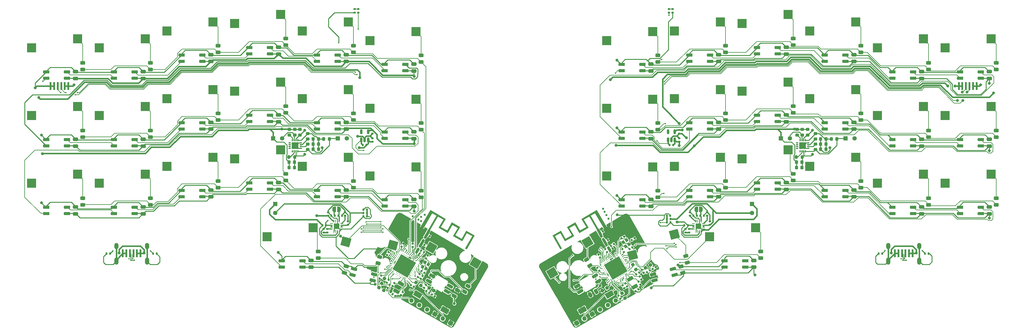
<source format=gbr>
%TF.GenerationSoftware,KiCad,Pcbnew,7.0.1-0*%
%TF.CreationDate,2023-10-15T20:39:52+08:00*%
%TF.ProjectId,qhws42_v2,71687773-3432-45f7-9632-2e6b69636164,rev?*%
%TF.SameCoordinates,Original*%
%TF.FileFunction,Copper,L2,Bot*%
%TF.FilePolarity,Positive*%
%FSLAX46Y46*%
G04 Gerber Fmt 4.6, Leading zero omitted, Abs format (unit mm)*
G04 Created by KiCad (PCBNEW 7.0.1-0) date 2023-10-15 20:39:52*
%MOMM*%
%LPD*%
G01*
G04 APERTURE LIST*
G04 Aperture macros list*
%AMRoundRect*
0 Rectangle with rounded corners*
0 $1 Rounding radius*
0 $2 $3 $4 $5 $6 $7 $8 $9 X,Y pos of 4 corners*
0 Add a 4 corners polygon primitive as box body*
4,1,4,$2,$3,$4,$5,$6,$7,$8,$9,$2,$3,0*
0 Add four circle primitives for the rounded corners*
1,1,$1+$1,$2,$3*
1,1,$1+$1,$4,$5*
1,1,$1+$1,$6,$7*
1,1,$1+$1,$8,$9*
0 Add four rect primitives between the rounded corners*
20,1,$1+$1,$2,$3,$4,$5,0*
20,1,$1+$1,$4,$5,$6,$7,0*
20,1,$1+$1,$6,$7,$8,$9,0*
20,1,$1+$1,$8,$9,$2,$3,0*%
%AMHorizOval*
0 Thick line with rounded ends*
0 $1 width*
0 $2 $3 position (X,Y) of the first rounded end (center of the circle)*
0 $4 $5 position (X,Y) of the second rounded end (center of the circle)*
0 Add line between two ends*
20,1,$1,$2,$3,$4,$5,0*
0 Add two circle primitives to create the rounded ends*
1,1,$1,$2,$3*
1,1,$1,$4,$5*%
%AMRotRect*
0 Rectangle, with rotation*
0 The origin of the aperture is its center*
0 $1 length*
0 $2 width*
0 $3 Rotation angle, in degrees counterclockwise*
0 Add horizontal line*
21,1,$1,$2,0,0,$3*%
%AMFreePoly0*
4,1,19,0.500000,-0.750000,0.000000,-0.750000,0.000000,-0.744911,-0.071157,-0.744911,-0.207708,-0.704816,-0.327430,-0.627875,-0.420627,-0.520320,-0.479746,-0.390866,-0.500000,-0.250000,-0.500000,0.250000,-0.479746,0.390866,-0.420627,0.520320,-0.327430,0.627875,-0.207708,0.704816,-0.071157,0.744911,0.000000,0.744911,0.000000,0.750000,0.500000,0.750000,0.500000,-0.750000,0.500000,-0.750000,
$1*%
%AMFreePoly1*
4,1,19,0.000000,0.744911,0.071157,0.744911,0.207708,0.704816,0.327430,0.627875,0.420627,0.520320,0.479746,0.390866,0.500000,0.250000,0.500000,-0.250000,0.479746,-0.390866,0.420627,-0.520320,0.327430,-0.627875,0.207708,-0.704816,0.071157,-0.744911,0.000000,-0.744911,0.000000,-0.750000,-0.500000,-0.750000,-0.500000,0.750000,0.000000,0.750000,0.000000,0.744911,0.000000,0.744911,
$1*%
G04 Aperture macros list end*
%TA.AperFunction,SMDPad,CuDef*%
%ADD10R,2.550000X2.500000*%
%TD*%
%TA.AperFunction,ComponentPad*%
%ADD11O,1.200000X2.000000*%
%TD*%
%TA.AperFunction,ComponentPad*%
%ADD12O,1.200000X1.800000*%
%TD*%
%TA.AperFunction,SMDPad,CuDef*%
%ADD13RotRect,2.550000X2.500000X150.000000*%
%TD*%
%TA.AperFunction,SMDPad,CuDef*%
%ADD14RotRect,2.550000X2.500000X195.000000*%
%TD*%
%TA.AperFunction,SMDPad,CuDef*%
%ADD15RotRect,2.550000X2.500000X165.000000*%
%TD*%
%TA.AperFunction,SMDPad,CuDef*%
%ADD16RotRect,2.550000X2.500000X210.000000*%
%TD*%
%TA.AperFunction,SMDPad,CuDef*%
%ADD17RoundRect,0.135000X0.185000X-0.135000X0.185000X0.135000X-0.185000X0.135000X-0.185000X-0.135000X0*%
%TD*%
%TA.AperFunction,SMDPad,CuDef*%
%ADD18RoundRect,0.140000X-0.077224X0.206244X-0.217224X-0.036244X0.077224X-0.206244X0.217224X0.036244X0*%
%TD*%
%TA.AperFunction,SMDPad,CuDef*%
%ADD19RoundRect,0.225000X-0.225000X-0.250000X0.225000X-0.250000X0.225000X0.250000X-0.225000X0.250000X0*%
%TD*%
%TA.AperFunction,SMDPad,CuDef*%
%ADD20RoundRect,0.140000X0.036244X0.217224X-0.206244X0.077224X-0.036244X-0.217224X0.206244X-0.077224X0*%
%TD*%
%TA.AperFunction,SMDPad,CuDef*%
%ADD21RotRect,2.250000X1.500000X330.000000*%
%TD*%
%TA.AperFunction,SMDPad,CuDef*%
%ADD22RoundRect,0.222250X-0.666750X-0.222250X0.666750X-0.222250X0.666750X0.222250X-0.666750X0.222250X0*%
%TD*%
%TA.AperFunction,SMDPad,CuDef*%
%ADD23RoundRect,0.225000X0.250000X-0.225000X0.250000X0.225000X-0.250000X0.225000X-0.250000X-0.225000X0*%
%TD*%
%TA.AperFunction,SMDPad,CuDef*%
%ADD24RoundRect,0.140000X0.206244X0.077224X-0.036244X0.217224X-0.206244X-0.077224X0.036244X-0.217224X0*%
%TD*%
%TA.AperFunction,SMDPad,CuDef*%
%ADD25RoundRect,0.243750X0.456250X-0.243750X0.456250X0.243750X-0.456250X0.243750X-0.456250X-0.243750X0*%
%TD*%
%TA.AperFunction,SMDPad,CuDef*%
%ADD26RoundRect,0.140000X-0.206244X-0.077224X0.036244X-0.217224X0.206244X0.077224X-0.036244X0.217224X0*%
%TD*%
%TA.AperFunction,SMDPad,CuDef*%
%ADD27RoundRect,0.147500X-0.223139X0.041489X-0.075639X-0.213989X0.223139X-0.041489X0.075639X0.213989X0*%
%TD*%
%TA.AperFunction,SMDPad,CuDef*%
%ADD28RoundRect,0.250000X-0.475000X0.250000X-0.475000X-0.250000X0.475000X-0.250000X0.475000X0.250000X0*%
%TD*%
%TA.AperFunction,SMDPad,CuDef*%
%ADD29RoundRect,0.140000X-0.217224X0.036244X-0.077224X-0.206244X0.217224X-0.036244X0.077224X0.206244X0*%
%TD*%
%TA.AperFunction,SMDPad,CuDef*%
%ADD30C,0.250000*%
%TD*%
%TA.AperFunction,SMDPad,CuDef*%
%ADD31RotRect,4.850000X4.850000X240.000000*%
%TD*%
%TA.AperFunction,SMDPad,CuDef*%
%ADD32RoundRect,0.140000X0.077224X-0.206244X0.217224X0.036244X-0.077224X0.206244X-0.217224X-0.036244X0*%
%TD*%
%TA.AperFunction,SMDPad,CuDef*%
%ADD33RoundRect,0.243750X0.503791X-0.117358X0.377617X0.353531X-0.503791X0.117358X-0.377617X-0.353531X0*%
%TD*%
%TA.AperFunction,SMDPad,CuDef*%
%ADD34RoundRect,0.250000X0.020994X-0.536362X0.454006X-0.286362X-0.020994X0.536362X-0.454006X0.286362X0*%
%TD*%
%TA.AperFunction,SMDPad,CuDef*%
%ADD35RoundRect,0.218750X-0.331294X0.061318X-0.112544X-0.317568X0.331294X-0.061318X0.112544X0.317568X0*%
%TD*%
%TA.AperFunction,SMDPad,CuDef*%
%ADD36RoundRect,0.218750X-0.112544X0.317568X-0.331294X-0.061318X0.112544X-0.317568X0.331294X0.061318X0*%
%TD*%
%TA.AperFunction,ComponentPad*%
%ADD37R,1.270000X1.270000*%
%TD*%
%TA.AperFunction,ComponentPad*%
%ADD38O,1.270000X1.270000*%
%TD*%
%TA.AperFunction,SMDPad,CuDef*%
%ADD39RoundRect,0.140000X-0.170000X0.140000X-0.170000X-0.140000X0.170000X-0.140000X0.170000X0.140000X0*%
%TD*%
%TA.AperFunction,SMDPad,CuDef*%
%ADD40RoundRect,0.225000X0.069856X0.329006X-0.319856X0.104006X-0.069856X-0.329006X0.319856X-0.104006X0*%
%TD*%
%TA.AperFunction,SMDPad,CuDef*%
%ADD41RoundRect,0.135000X0.135000X0.185000X-0.135000X0.185000X-0.135000X-0.185000X0.135000X-0.185000X0*%
%TD*%
%TA.AperFunction,SMDPad,CuDef*%
%ADD42RoundRect,0.147500X-0.172500X0.147500X-0.172500X-0.147500X0.172500X-0.147500X0.172500X0.147500X0*%
%TD*%
%TA.AperFunction,SMDPad,CuDef*%
%ADD43R,0.600000X2.200000*%
%TD*%
%TA.AperFunction,SMDPad,CuDef*%
%ADD44RoundRect,0.135000X-0.185000X0.135000X-0.185000X-0.135000X0.185000X-0.135000X0.185000X0.135000X0*%
%TD*%
%TA.AperFunction,SMDPad,CuDef*%
%ADD45RoundRect,0.135000X-0.135000X-0.185000X0.135000X-0.185000X0.135000X0.185000X-0.135000X0.185000X0*%
%TD*%
%TA.AperFunction,SMDPad,CuDef*%
%ADD46RoundRect,0.218750X0.331294X-0.061318X0.112544X0.317568X-0.331294X0.061318X-0.112544X-0.317568X0*%
%TD*%
%TA.AperFunction,SMDPad,CuDef*%
%ADD47RoundRect,0.250000X-0.394110X0.364421X-0.523520X-0.118542X0.394110X-0.364421X0.523520X0.118542X0*%
%TD*%
%TA.AperFunction,SMDPad,CuDef*%
%ADD48FreePoly0,180.000000*%
%TD*%
%TA.AperFunction,SMDPad,CuDef*%
%ADD49FreePoly1,180.000000*%
%TD*%
%TA.AperFunction,SMDPad,CuDef*%
%ADD50RotRect,1.000000X1.800000X60.000000*%
%TD*%
%TA.AperFunction,SMDPad,CuDef*%
%ADD51RoundRect,0.062500X0.375000X0.062500X-0.375000X0.062500X-0.375000X-0.062500X0.375000X-0.062500X0*%
%TD*%
%TA.AperFunction,SMDPad,CuDef*%
%ADD52RoundRect,0.062500X0.062500X0.375000X-0.062500X0.375000X-0.062500X-0.375000X0.062500X-0.375000X0*%
%TD*%
%TA.AperFunction,SMDPad,CuDef*%
%ADD53R,1.600000X1.600000*%
%TD*%
%TA.AperFunction,SMDPad,CuDef*%
%ADD54RoundRect,0.225000X-0.319856X-0.104006X0.069856X-0.329006X0.319856X0.104006X-0.069856X0.329006X0*%
%TD*%
%TA.AperFunction,SMDPad,CuDef*%
%ADD55RoundRect,0.150000X0.150000X-0.512500X0.150000X0.512500X-0.150000X0.512500X-0.150000X-0.512500X0*%
%TD*%
%TA.AperFunction,SMDPad,CuDef*%
%ADD56RoundRect,0.140000X-0.036244X-0.217224X0.206244X-0.077224X0.036244X0.217224X-0.206244X0.077224X0*%
%TD*%
%TA.AperFunction,SMDPad,CuDef*%
%ADD57RoundRect,0.200000X0.200000X0.275000X-0.200000X0.275000X-0.200000X-0.275000X0.200000X-0.275000X0*%
%TD*%
%TA.AperFunction,SMDPad,CuDef*%
%ADD58O,0.800000X0.280000*%
%TD*%
%TA.AperFunction,SMDPad,CuDef*%
%ADD59O,0.280000X0.800000*%
%TD*%
%TA.AperFunction,SMDPad,CuDef*%
%ADD60R,1.900000X1.900000*%
%TD*%
%TA.AperFunction,SMDPad,CuDef*%
%ADD61RoundRect,0.225000X-0.250000X0.225000X-0.250000X-0.225000X0.250000X-0.225000X0.250000X0.225000X0*%
%TD*%
%TA.AperFunction,SMDPad,CuDef*%
%ADD62RoundRect,0.218750X0.317568X0.112544X-0.061318X0.331294X-0.317568X-0.112544X0.061318X-0.331294X0*%
%TD*%
%TA.AperFunction,SMDPad,CuDef*%
%ADD63RoundRect,0.140000X0.140000X0.170000X-0.140000X0.170000X-0.140000X-0.170000X0.140000X-0.170000X0*%
%TD*%
%TA.AperFunction,SMDPad,CuDef*%
%ADD64RoundRect,0.140000X0.217224X-0.036244X0.077224X0.206244X-0.217224X0.036244X-0.077224X-0.206244X0*%
%TD*%
%TA.AperFunction,SMDPad,CuDef*%
%ADD65RoundRect,0.243750X0.377617X-0.353531X0.503791X0.117358X-0.377617X0.353531X-0.503791X-0.117358X0*%
%TD*%
%TA.AperFunction,SMDPad,CuDef*%
%ADD66RotRect,1.000000X1.800000X300.000000*%
%TD*%
%TA.AperFunction,ComponentPad*%
%ADD67RotRect,1.270000X1.270000X60.000000*%
%TD*%
%TA.AperFunction,ComponentPad*%
%ADD68HorizOval,1.270000X0.000000X0.000000X0.000000X0.000000X0*%
%TD*%
%TA.AperFunction,SMDPad,CuDef*%
%ADD69RoundRect,0.147500X-0.075639X0.213989X-0.223139X-0.041489X0.075639X-0.213989X0.223139X0.041489X0*%
%TD*%
%TA.AperFunction,SMDPad,CuDef*%
%ADD70RoundRect,0.225000X-0.069856X-0.329006X0.319856X-0.104006X0.069856X0.329006X-0.319856X0.104006X0*%
%TD*%
%TA.AperFunction,SMDPad,CuDef*%
%ADD71RotRect,2.250000X1.500000X210.000000*%
%TD*%
%TA.AperFunction,SMDPad,CuDef*%
%ADD72RoundRect,0.135000X-0.092715X0.209413X-0.227715X-0.024413X0.092715X-0.209413X0.227715X0.024413X0*%
%TD*%
%TA.AperFunction,SMDPad,CuDef*%
%ADD73RoundRect,0.250000X-0.523520X0.118542X-0.394110X-0.364421X0.523520X-0.118542X0.394110X0.364421X0*%
%TD*%
%TA.AperFunction,SMDPad,CuDef*%
%ADD74RoundRect,0.140000X0.170000X-0.140000X0.170000X0.140000X-0.170000X0.140000X-0.170000X-0.140000X0*%
%TD*%
%TA.AperFunction,ComponentPad*%
%ADD75RotRect,1.270000X1.270000X300.000000*%
%TD*%
%TA.AperFunction,ComponentPad*%
%ADD76HorizOval,1.270000X0.000000X0.000000X0.000000X0.000000X0*%
%TD*%
%TA.AperFunction,SMDPad,CuDef*%
%ADD77RoundRect,0.225000X0.225000X0.250000X-0.225000X0.250000X-0.225000X-0.250000X0.225000X-0.250000X0*%
%TD*%
%TA.AperFunction,SMDPad,CuDef*%
%ADD78RoundRect,0.243750X0.273249X-0.439219X0.516999X-0.017031X-0.273249X0.439219X-0.516999X0.017031X0*%
%TD*%
%TA.AperFunction,SMDPad,CuDef*%
%ADD79RoundRect,0.222250X-0.586509X-0.387245X0.701554X-0.042109X0.586509X0.387245X-0.701554X0.042109X0*%
%TD*%
%TA.AperFunction,SMDPad,CuDef*%
%ADD80RotRect,0.900000X0.800000X300.000000*%
%TD*%
%TA.AperFunction,SMDPad,CuDef*%
%ADD81RoundRect,0.135000X-0.227715X0.024413X-0.092715X-0.209413X0.227715X-0.024413X0.092715X0.209413X0*%
%TD*%
%TA.AperFunction,SMDPad,CuDef*%
%ADD82RoundRect,0.140000X-0.140000X-0.170000X0.140000X-0.170000X0.140000X0.170000X-0.140000X0.170000X0*%
%TD*%
%TA.AperFunction,SMDPad,CuDef*%
%ADD83RoundRect,0.243750X0.516999X0.017031X0.273249X0.439219X-0.516999X-0.017031X-0.273249X-0.439219X0*%
%TD*%
%TA.AperFunction,SMDPad,CuDef*%
%ADD84RoundRect,0.222250X-0.466297X-0.525849X0.688547X0.140901X0.466297X0.525849X-0.688547X-0.140901X0*%
%TD*%
%TA.AperFunction,SMDPad,CuDef*%
%ADD85RotRect,0.900000X0.800000X240.000000*%
%TD*%
%TA.AperFunction,SMDPad,CuDef*%
%ADD86RoundRect,0.222250X-0.688547X0.140901X0.466297X-0.525849X0.688547X-0.140901X-0.466297X0.525849X0*%
%TD*%
%TA.AperFunction,SMDPad,CuDef*%
%ADD87RoundRect,0.222250X-0.701554X-0.042109X0.586509X-0.387245X0.701554X0.042109X-0.586509X0.387245X0*%
%TD*%
%TA.AperFunction,ConnectorPad*%
%ADD88RotRect,0.500000X0.500000X210.000000*%
%TD*%
%TA.AperFunction,ComponentPad*%
%ADD89RotRect,0.900000X0.500000X210.000000*%
%TD*%
%TA.AperFunction,ConnectorPad*%
%ADD90RotRect,0.500000X0.500000X150.000000*%
%TD*%
%TA.AperFunction,ComponentPad*%
%ADD91RotRect,0.900000X0.500000X150.000000*%
%TD*%
%TA.AperFunction,SMDPad,CuDef*%
%ADD92RoundRect,0.250000X-0.286362X0.454006X-0.536362X0.020994X0.286362X-0.454006X0.536362X-0.020994X0*%
%TD*%
%TA.AperFunction,SMDPad,CuDef*%
%ADD93RotRect,4.850000X4.850000X300.000000*%
%TD*%
%TA.AperFunction,ViaPad*%
%ADD94C,0.609600*%
%TD*%
%TA.AperFunction,ViaPad*%
%ADD95C,0.400000*%
%TD*%
%TA.AperFunction,ViaPad*%
%ADD96C,0.800000*%
%TD*%
%TA.AperFunction,Conductor*%
%ADD97C,0.152400*%
%TD*%
%TA.AperFunction,Conductor*%
%ADD98C,0.250000*%
%TD*%
%TA.AperFunction,Conductor*%
%ADD99C,0.457200*%
%TD*%
%TA.AperFunction,Conductor*%
%ADD100C,0.304800*%
%TD*%
%TA.AperFunction,Conductor*%
%ADD101C,0.228600*%
%TD*%
%TA.AperFunction,Conductor*%
%ADD102C,0.647446*%
%TD*%
%TA.AperFunction,Conductor*%
%ADD103C,0.726694*%
%TD*%
G04 APERTURE END LIST*
%TA.AperFunction,EtchedComponent*%
%TO.C,AE2*%
G36*
X173662053Y-85645576D02*
G01*
X173783661Y-85856206D01*
X173004238Y-86306206D01*
X172740488Y-85849377D01*
X173118204Y-85849377D01*
X173119686Y-85885732D01*
X173136506Y-85931746D01*
X173166925Y-85971371D01*
X173207322Y-86000223D01*
X173254075Y-86013915D01*
X173275499Y-86013801D01*
X173321366Y-86002215D01*
X173363757Y-85978599D01*
X173394650Y-85946782D01*
X173399325Y-85939055D01*
X173415792Y-85891692D01*
X173415435Y-85842936D01*
X173400152Y-85796784D01*
X173371847Y-85757231D01*
X173332423Y-85728269D01*
X173283779Y-85713895D01*
X173246840Y-85715700D01*
X173201252Y-85732910D01*
X173161597Y-85763396D01*
X173132405Y-85803454D01*
X173118204Y-85849377D01*
X172740488Y-85849377D01*
X170554238Y-82062682D01*
X169341802Y-82762682D01*
X171791802Y-87006206D01*
X171358790Y-87256206D01*
X168908790Y-83012682D01*
X167436546Y-83862682D01*
X168756546Y-86148989D01*
X166158470Y-87648989D01*
X164838470Y-85362682D01*
X163366227Y-86212682D01*
X164686227Y-88498989D01*
X162088151Y-89998989D01*
X160768151Y-87712682D01*
X159295908Y-88562682D01*
X161265908Y-91974822D01*
X160832895Y-92224822D01*
X158612895Y-88379669D01*
X160951164Y-87029669D01*
X162271164Y-89315976D01*
X164003214Y-88315976D01*
X162683214Y-86029669D01*
X165021483Y-84679669D01*
X166341483Y-86965976D01*
X168073534Y-85965976D01*
X166753534Y-83679669D01*
X171083661Y-81179669D01*
X173662053Y-85645576D01*
G37*
%TD.AperFunction*%
%TA.AperFunction,EtchedComponent*%
%TO.C,AE1*%
G36*
X121613379Y-85645693D02*
G01*
X124191771Y-81179786D01*
X128521898Y-83679786D01*
X127201898Y-85966093D01*
X128933949Y-86966093D01*
X130253949Y-84679786D01*
X132592218Y-86029786D01*
X131272218Y-88316093D01*
X133004268Y-89316093D01*
X134324268Y-87029786D01*
X136662537Y-88379786D01*
X134442537Y-92224939D01*
X134009524Y-91974939D01*
X135979524Y-88562799D01*
X134507281Y-87712799D01*
X133187281Y-89999106D01*
X130589205Y-88499106D01*
X131909205Y-86212799D01*
X130436962Y-85362799D01*
X129116962Y-87649106D01*
X126518886Y-86149106D01*
X127838886Y-83862799D01*
X126366642Y-83012799D01*
X123916642Y-87256323D01*
X123483630Y-87006323D01*
X125933630Y-82762799D01*
X124721194Y-82062799D01*
X122271194Y-86306323D01*
X121553235Y-85891809D01*
X121859640Y-85891809D01*
X121876107Y-85939172D01*
X121880782Y-85946899D01*
X121911675Y-85978716D01*
X121954066Y-86002332D01*
X121999933Y-86013918D01*
X122021357Y-86014032D01*
X122068110Y-86000340D01*
X122108507Y-85971488D01*
X122138926Y-85931863D01*
X122155746Y-85885849D01*
X122157228Y-85849494D01*
X122143027Y-85803571D01*
X122113835Y-85763513D01*
X122074180Y-85733027D01*
X122028592Y-85715817D01*
X121991653Y-85714012D01*
X121943009Y-85728386D01*
X121903585Y-85757348D01*
X121875280Y-85796901D01*
X121859997Y-85843053D01*
X121859640Y-85891809D01*
X121553235Y-85891809D01*
X121491771Y-85856323D01*
X121613379Y-85645693D01*
G37*
%TD.AperFunction*%
%TD*%
D10*
%TO.P,SW19,1,1*%
%TO.N,COL3_l*%
X78259000Y-88708000D03*
%TO.P,SW19,2,2*%
%TO.N,Net-(D19-A)*%
X91186000Y-86168000D03*
%TD*%
%TO.P,SW2,1,1*%
%TO.N,COL1_l*%
X31015000Y-35560000D03*
%TO.P,SW2,2,2*%
%TO.N,Net-(D2-A)*%
X43942000Y-33020000D03*
%TD*%
%TO.P,SW4,1,1*%
%TO.N,COL3_l*%
X69115000Y-28702000D03*
%TO.P,SW4,2,2*%
%TO.N,Net-(D4-A)*%
X82042000Y-26162000D03*
%TD*%
%TO.P,SW15,1,1*%
%TO.N,COL2_l*%
X50065000Y-68896000D03*
%TO.P,SW15,2,2*%
%TO.N,Net-(D15-A)*%
X62992000Y-66356000D03*
%TD*%
%TO.P,SW9,1,1*%
%TO.N,COL2_l*%
X50065000Y-49846000D03*
%TO.P,SW9,2,2*%
%TO.N,Net-(D9-A)*%
X62992000Y-47306000D03*
%TD*%
%TO.P,SW39,1,1*%
%TO.N,COL5_r*%
X269140000Y-73660000D03*
%TO.P,SW39,2,2*%
%TO.N,Net-(D39-A)*%
X282067000Y-71120000D03*
%TD*%
%TO.P,SW34,1,1*%
%TO.N,COL0_r*%
X173890000Y-71564000D03*
%TO.P,SW34,2,2*%
%TO.N,Net-(D34-A)*%
X186817000Y-69024000D03*
%TD*%
%TO.P,SW1,1,1*%
%TO.N,COL0_l*%
X11965000Y-35560000D03*
%TO.P,SW1,2,2*%
%TO.N,Net-(D1-A)*%
X24892000Y-33020000D03*
%TD*%
%TO.P,SW29,1,1*%
%TO.N,COL1_r*%
X192940000Y-49846000D03*
%TO.P,SW29,2,2*%
%TO.N,Net-(D29-A)*%
X205867000Y-47306000D03*
%TD*%
%TO.P,SW32,1,1*%
%TO.N,COL4_r*%
X250090000Y-54610000D03*
%TO.P,SW32,2,2*%
%TO.N,Net-(D32-A)*%
X263017000Y-52070000D03*
%TD*%
%TO.P,SW42,1,1*%
%TO.N,COL2_r*%
X202846000Y-88708000D03*
%TO.P,SW42,2,2*%
%TO.N,Net-(D42-A)*%
X215773000Y-86168000D03*
%TD*%
%TO.P,SW36,1,1*%
%TO.N,COL2_r*%
X211990000Y-66802000D03*
%TO.P,SW36,2,2*%
%TO.N,Net-(D36-A)*%
X224917000Y-64262000D03*
%TD*%
%TO.P,SW16,1,1*%
%TO.N,COL3_l*%
X69115000Y-66802000D03*
%TO.P,SW16,2,2*%
%TO.N,Net-(D16-A)*%
X82042000Y-64262000D03*
%TD*%
%TO.P,SW23,1,1*%
%TO.N,COL1_r*%
X192940000Y-30796000D03*
%TO.P,SW23,2,2*%
%TO.N,Net-(D23-A)*%
X205867000Y-28256000D03*
%TD*%
%TO.P,SW37,1,1*%
%TO.N,COL3_r*%
X231040000Y-68896000D03*
%TO.P,SW37,2,2*%
%TO.N,Net-(D37-A)*%
X243967000Y-66356000D03*
%TD*%
%TO.P,SW31,1,1*%
%TO.N,COL3_r*%
X231040000Y-49846000D03*
%TO.P,SW31,2,2*%
%TO.N,Net-(D31-A)*%
X243967000Y-47306000D03*
%TD*%
D11*
%TO.P,USB1,13,SHELL*%
%TO.N,/GND_TC_l*%
X44457130Y-95567226D03*
D12*
X44457130Y-91367226D03*
D11*
%TO.P,USB1,14,SHELL*%
X35807130Y-95567226D03*
D12*
X35807130Y-91367226D03*
%TD*%
D10*
%TO.P,SW22,1,1*%
%TO.N,COL0_r*%
X173890000Y-33464000D03*
%TO.P,SW22,2,2*%
%TO.N,Net-(D22-A)*%
X186817000Y-30924000D03*
%TD*%
%TO.P,SW14,1,1*%
%TO.N,COL1_l*%
X31015000Y-73660000D03*
%TO.P,SW14,2,2*%
%TO.N,Net-(D14-A)*%
X43942000Y-71120000D03*
%TD*%
%TO.P,SW30,1,1*%
%TO.N,COL2_r*%
X211990000Y-47752000D03*
%TO.P,SW30,2,2*%
%TO.N,Net-(D30-A)*%
X224917000Y-45212000D03*
%TD*%
%TO.P,SW38,1,1*%
%TO.N,COL4_r*%
X250090000Y-73660000D03*
%TO.P,SW38,2,2*%
%TO.N,Net-(D38-A)*%
X263017000Y-71120000D03*
%TD*%
%TO.P,SW17,1,1*%
%TO.N,COL4_l*%
X88165000Y-68896000D03*
%TO.P,SW17,2,2*%
%TO.N,Net-(D17-A)*%
X101092000Y-66356000D03*
%TD*%
%TO.P,SW25,1,1*%
%TO.N,COL3_r*%
X231040000Y-30796000D03*
%TO.P,SW25,2,2*%
%TO.N,Net-(D25-A)*%
X243967000Y-28256000D03*
%TD*%
%TO.P,SW28,1,1*%
%TO.N,COL0_r*%
X173890000Y-52514000D03*
%TO.P,SW28,2,2*%
%TO.N,Net-(D28-A)*%
X186817000Y-49974000D03*
%TD*%
D13*
%TO.P,SW21,1,1*%
%TO.N,COL5_l*%
X124471544Y-91765242D03*
%TO.P,SW21,2,2*%
%TO.N,Net-(D21-A)*%
X136936654Y-96029038D03*
%TD*%
D11*
%TO.P,USB2,13,SHELL*%
%TO.N,/GND_TC_r*%
X261780010Y-95566046D03*
D12*
X261780010Y-91366046D03*
D11*
%TO.P,USB2,14,SHELL*%
X253130010Y-95566046D03*
D12*
X253130010Y-91366046D03*
%TD*%
D14*
%TO.P,SW41,1,1*%
%TO.N,COL1_r*%
X181106402Y-93833920D03*
%TO.P,SW41,2,2*%
%TO.N,Net-(D41-A)*%
X192935525Y-88034715D03*
%TD*%
D10*
%TO.P,SW33,1,1*%
%TO.N,COL5_r*%
X269140000Y-54610000D03*
%TO.P,SW33,2,2*%
%TO.N,Net-(D33-A)*%
X282067000Y-52070000D03*
%TD*%
D15*
%TO.P,SW20,1,1*%
%TO.N,COL4_l*%
X100482707Y-90156748D03*
%TO.P,SW20,2,2*%
%TO.N,Net-(D20-A)*%
X113626630Y-91049051D03*
%TD*%
D10*
%TO.P,SW11,1,1*%
%TO.N,COL4_l*%
X88165000Y-49846000D03*
%TO.P,SW11,2,2*%
%TO.N,Net-(D11-A)*%
X101092000Y-47306000D03*
%TD*%
%TO.P,SW3,1,1*%
%TO.N,COL2_l*%
X50065000Y-30796000D03*
%TO.P,SW3,2,2*%
%TO.N,Net-(D3-A)*%
X62992000Y-28256000D03*
%TD*%
%TO.P,SW7,1,1*%
%TO.N,COL0_l*%
X11965000Y-54610000D03*
%TO.P,SW7,2,2*%
%TO.N,Net-(D7-A)*%
X24892000Y-52070000D03*
%TD*%
%TO.P,SW6,1,1*%
%TO.N,COL5_l*%
X107215000Y-33464000D03*
%TO.P,SW6,2,2*%
%TO.N,Net-(D6-A)*%
X120142000Y-30924000D03*
%TD*%
%TO.P,SW24,1,1*%
%TO.N,COL2_r*%
X211990000Y-28702000D03*
%TO.P,SW24,2,2*%
%TO.N,Net-(D24-A)*%
X224917000Y-26162000D03*
%TD*%
%TO.P,SW18,1,1*%
%TO.N,COL5_l*%
X107215000Y-71564000D03*
%TO.P,SW18,2,2*%
%TO.N,Net-(D18-A)*%
X120142000Y-69024000D03*
%TD*%
%TO.P,SW35,1,1*%
%TO.N,COL1_r*%
X192940000Y-68896000D03*
%TO.P,SW35,2,2*%
%TO.N,Net-(D35-A)*%
X205867000Y-66356000D03*
%TD*%
%TO.P,SW12,1,1*%
%TO.N,COL5_l*%
X107215000Y-52514000D03*
%TO.P,SW12,2,2*%
%TO.N,Net-(D12-A)*%
X120142000Y-49974000D03*
%TD*%
D16*
%TO.P,SW40,1,1*%
%TO.N,COL0_r*%
X158536900Y-98868992D03*
%TO.P,SW40,2,2*%
%TO.N,Net-(D40-A)*%
X168462010Y-90205788D03*
%TD*%
D10*
%TO.P,SW13,1,1*%
%TO.N,COL0_l*%
X11965000Y-73660000D03*
%TO.P,SW13,2,2*%
%TO.N,Net-(D13-A)*%
X24892000Y-71120000D03*
%TD*%
%TO.P,SW26,1,1*%
%TO.N,COL4_r*%
X250090000Y-35560000D03*
%TO.P,SW26,2,2*%
%TO.N,Net-(D26-A)*%
X263017000Y-33020000D03*
%TD*%
%TO.P,SW10,1,1*%
%TO.N,COL3_l*%
X69115000Y-47752000D03*
%TO.P,SW10,2,2*%
%TO.N,Net-(D10-A)*%
X82042000Y-45212000D03*
%TD*%
%TO.P,SW5,1,1*%
%TO.N,COL4_l*%
X88165000Y-30796000D03*
%TO.P,SW5,2,2*%
%TO.N,Net-(D5-A)*%
X101092000Y-28256000D03*
%TD*%
%TO.P,SW8,1,1*%
%TO.N,COL1_l*%
X31015000Y-54610000D03*
%TO.P,SW8,2,2*%
%TO.N,Net-(D8-A)*%
X43942000Y-52070000D03*
%TD*%
%TO.P,SW27,1,1*%
%TO.N,COL5_r*%
X269140000Y-35560000D03*
%TO.P,SW27,2,2*%
%TO.N,Net-(D27-A)*%
X282067000Y-33020000D03*
%TD*%
D17*
%TO.P,R10,1*%
%TO.N,Net-(D44-A)*%
X196037507Y-87504590D03*
%TO.P,R10,2*%
%TO.N,VDDH_r*%
X196037507Y-86484590D03*
%TD*%
D18*
%TO.P,C80,1*%
%TO.N,GND_l*%
X116597400Y-90668708D03*
%TO.P,C80,2*%
%TO.N,VDD_NRF_l*%
X116117400Y-91500092D03*
%TD*%
D19*
%TO.P,C63,1*%
%TO.N,GND_r*%
X227280400Y-69190600D03*
%TO.P,C63,2*%
%TO.N,/VRECT_r*%
X228830400Y-69190600D03*
%TD*%
D20*
%TO.P,C104,1*%
%TO.N,GND_r*%
X174151692Y-89650600D03*
%TO.P,C104,2*%
%TO.N,Net-(C104-Pad2)*%
X173320308Y-90130600D03*
%TD*%
D21*
%TO.P,SW43,1,1*%
%TO.N,RESET_l*%
X120696539Y-104984739D03*
%TO.P,SW43,2,2*%
%TO.N,GND_l*%
X128274261Y-109359739D03*
%TD*%
D22*
%TO.P,LED34,1,VDD*%
%TO.N,EXT_VCC_r*%
X183896000Y-80073000D03*
%TO.P,LED34,2,DOUT*%
%TO.N,Net-(LED34-DOUT)*%
X183896000Y-78295000D03*
%TO.P,LED34,3,VSS*%
%TO.N,GND_r*%
X178054000Y-78295000D03*
%TO.P,LED34,4,DIN*%
%TO.N,Net-(LED33-DOUT)*%
X178054000Y-80073000D03*
%TD*%
D19*
%TO.P,C43,1*%
%TO.N,Net-(J1-Pin_2)*%
X91173000Y-64097000D03*
%TO.P,C43,2*%
%TO.N,Net-(U1-AC1)*%
X92723000Y-64097000D03*
%TD*%
D22*
%TO.P,LED11,1,VDD*%
%TO.N,EXT_VCC_l*%
X98171000Y-58355000D03*
%TO.P,LED11,2,DOUT*%
%TO.N,Net-(LED11-DOUT)*%
X98171000Y-56577000D03*
%TO.P,LED11,3,VSS*%
%TO.N,GND_l*%
X92329000Y-56577000D03*
%TO.P,LED11,4,DIN*%
%TO.N,Net-(LED10-DOUT)*%
X92329000Y-58355000D03*
%TD*%
D23*
%TO.P,C52,1*%
%TO.N,VBUS_l*%
X86029800Y-60058600D03*
%TO.P,C52,2*%
%TO.N,GND_l*%
X86029800Y-58508600D03*
%TD*%
D24*
%TO.P,C79,1*%
%TO.N,GND_l*%
X123993042Y-88502143D03*
%TO.P,C79,2*%
%TO.N,ANTENNA_l*%
X123161658Y-88022143D03*
%TD*%
%TO.P,C86,1*%
%TO.N,GND_l*%
X121168459Y-93433246D03*
%TO.P,C86,2*%
%TO.N,Net-(U7-ANT)*%
X120337075Y-92953246D03*
%TD*%
D25*
%TO.P,D24,1,K*%
%TO.N,ROW0_r*%
X226375000Y-34751500D03*
%TO.P,D24,2,A*%
%TO.N,Net-(D24-A)*%
X226375000Y-32876500D03*
%TD*%
D26*
%TO.P,C84,1*%
%TO.N,Net-(U7-XC2)*%
X121707508Y-98350606D03*
%TO.P,C84,2*%
%TO.N,GND_l*%
X122538892Y-98830606D03*
%TD*%
D27*
%TO.P,L6,1,1*%
%TO.N,Net-(U8-DEC4)*%
X183755100Y-98055778D03*
%TO.P,L6,2,2*%
%TO.N,Net-(L6-Pad2)*%
X184240100Y-98895822D03*
%TD*%
D28*
%TO.P,C33,1*%
%TO.N,GND_r*%
X281525000Y-61280000D03*
%TO.P,C33,2*%
%TO.N,EXT_VCC_r*%
X281525000Y-63180000D03*
%TD*%
%TO.P,C4,1*%
%TO.N,GND_l*%
X81500000Y-35372000D03*
%TO.P,C4,2*%
%TO.N,EXT_VCC_l*%
X81500000Y-37272000D03*
%TD*%
D29*
%TO.P,C103,1*%
%TO.N,GND_r*%
X178230142Y-92190987D03*
%TO.P,C103,2*%
%TO.N,VDD_NRF_r*%
X178710142Y-93022371D03*
%TD*%
D30*
%TO.P,U7,A8,AIN7/P0.31*%
%TO.N,unconnected-(U7-AIN7{slash}P0.31-PadA8)*%
X119075077Y-99595138D03*
%TO.P,U7,A10,AIN5/P0.29*%
%TO.N,unconnected-(U7-AIN5{slash}P0.29-PadA10)*%
X119325077Y-99162125D03*
%TO.P,U7,A12,AIN0/P0.02*%
%TO.N,unconnected-(U7-AIN0{slash}P0.02-PadA12)*%
X119575077Y-98729112D03*
%TO.P,U7,A14,P1.15*%
%TO.N,ROW3_l*%
X119825077Y-98296100D03*
%TO.P,U7,A16,P1.13*%
%TO.N,unconnected-(U7-P1.13-PadA16)*%
X120075077Y-97863087D03*
%TO.P,U7,A18,DEC2*%
%TO.N,Net-(U7-DEC2)*%
X120325077Y-97430074D03*
%TO.P,U7,A20,P1.10*%
%TO.N,unconnected-(U7-P1.10-PadA20)*%
X120575077Y-96997062D03*
%TO.P,U7,A22,VDD*%
%TO.N,VDD_NRF_l*%
X120825077Y-96564049D03*
%TO.P,U7,A23,XC2*%
%TO.N,Net-(U7-XC2)*%
X121075077Y-96131036D03*
%TO.P,U7,AA24,SWDCLK*%
%TO.N,SWC_l*%
X116561937Y-92948023D03*
%TO.P,U7,AB2,DCCH*%
%TO.N,Net-(U7-DCCH)*%
X113345430Y-98019176D03*
%TO.P,U7,AC5,DECUSB*%
%TO.N,Net-(U7-DECUSB)*%
X113503924Y-97244657D03*
%TO.P,U7,AC9,P0.14*%
%TO.N,RESET_l*%
X114003924Y-96378631D03*
%TO.P,U7,AC11,P0.16*%
X114253924Y-95945619D03*
%TO.P,U7,AC13,P0.18/~{RESET}*%
X114503924Y-95512606D03*
%TO.P,U7,AC15,P0.19*%
%TO.N,unconnected-(U7-P0.19-PadAC15)*%
X114753924Y-95079593D03*
%TO.P,U7,AC17,P0.21*%
%TO.N,unconnected-(U7-P0.21-PadAC17)*%
X115003924Y-94646581D03*
%TO.P,U7,AC19,P0.23*%
%TO.N,unconnected-(U7-P0.23-PadAC19)*%
X115253924Y-94213568D03*
%TO.P,U7,AC21,P0.25*%
%TO.N,unconnected-(U7-P0.25-PadAC21)*%
X115503924Y-93780555D03*
%TO.P,U7,AC24,SWDIO*%
%TO.N,SWD_l*%
X116128924Y-92698023D03*
%TO.P,U7,AD2,VBUS*%
%TO.N,VBUS_l*%
X112695911Y-97644176D03*
%TO.P,U7,AD4,D-*%
%TO.N,D-_l*%
X112945911Y-97211163D03*
%TO.P,U7,AD6,D+*%
%TO.N,D+_l*%
X113195911Y-96778150D03*
%TO.P,U7,AD8,P0.13*%
%TO.N,POWER_PIN_l*%
X113445911Y-96345138D03*
%TO.P,U7,AD10,P0.15*%
%TO.N,BLED_l*%
X113695911Y-95912125D03*
%TO.P,U7,AD12,P0.17*%
%TO.N,COL0_l*%
X113945911Y-95479112D03*
%TO.P,U7,AD14,VDD*%
%TO.N,VDD_NRF_l*%
X114195911Y-95046100D03*
%TO.P,U7,AD16,P0.20*%
%TO.N,COL1_l*%
X114445911Y-94613087D03*
%TO.P,U7,AD18,P0.22*%
%TO.N,COL2_l*%
X114695911Y-94180074D03*
%TO.P,U7,AD20,P0.24*%
%TO.N,COL3_l*%
X114945911Y-93747062D03*
%TO.P,U7,AD22,TRACEDATA0/P1.00*%
%TO.N,COL4_l*%
X115195911Y-93314049D03*
%TO.P,U7,AD23,VDD*%
%TO.N,VDD_NRF_l*%
X115445911Y-92881036D03*
%TO.P,U7,B1,VDD*%
X117642064Y-101077189D03*
%TO.P,U7,B3,DCC*%
%TO.N,Net-(U7-DCC)*%
X118017064Y-100427670D03*
%TO.P,U7,B5,DEC4*%
%TO.N,Net-(U7-DEC4)*%
X118267064Y-99994657D03*
%TO.P,U7,B7,VSS*%
%TO.N,GND_l*%
X118517064Y-99561644D03*
%TO.P,U7,B9,AIN6/P0.30*%
%TO.N,unconnected-(U7-AIN6{slash}P0.30-PadB9)*%
X118767064Y-99128631D03*
%TO.P,U7,B11,AIN4/P0.28*%
%TO.N,unconnected-(U7-AIN4{slash}P0.28-PadB11)*%
X119017064Y-98695619D03*
%TO.P,U7,B13,AIN1/P0.03*%
%TO.N,unconnected-(U7-AIN1{slash}P0.03-PadB13)*%
X119267064Y-98262606D03*
%TO.P,U7,B15,P1.14*%
%TO.N,unconnected-(U7-P1.14-PadB15)*%
X119517064Y-97829593D03*
%TO.P,U7,B17,P1.12*%
%TO.N,unconnected-(U7-P1.12-PadB17)*%
X119767064Y-97396581D03*
%TO.P,U7,B19,P1.11*%
%TO.N,unconnected-(U7-P1.11-PadB19)*%
X120017064Y-96963568D03*
%TO.P,U7,B24,XC1*%
%TO.N,Net-(U7-XC1)*%
X120892064Y-95448023D03*
%TO.P,U7,C1,DEC1*%
%TO.N,Net-(U7-DEC1)*%
X117209051Y-100827189D03*
%TO.P,U7,D2,XL1/P0.00*%
%TO.N,Net-(U7-XL1{slash}P0.00)*%
X117242545Y-100269176D03*
%TO.P,U7,D23,DEC3*%
%TO.N,Net-(U7-DEC3)*%
X119992545Y-95506036D03*
%TO.P,U7,E24,DEC6*%
%TO.N,Net-(U7-DEC4)*%
X120026038Y-94948023D03*
D31*
%TO.P,U7,EP,VSS*%
%TO.N,GND_l*%
X116885494Y-96887606D03*
D30*
%TO.P,U7,F2,XL2/P0.01*%
%TO.N,Net-(U7-XL2{slash}P0.01)*%
X116809532Y-100019176D03*
%TO.P,U7,F23,VSS_PA*%
%TO.N,GND_l*%
X119559532Y-95256036D03*
%TO.P,U7,G1,P0.26*%
%TO.N,unconnected-(U7-P0.26-PadG1)*%
X116343026Y-100327189D03*
%TO.P,U7,H2,P0.27*%
%TO.N,unconnected-(U7-P0.27-PadH2)*%
X116376519Y-99769176D03*
%TO.P,U7,H23,ANT*%
%TO.N,Net-(U7-ANT)*%
X119126519Y-95006036D03*
%TO.P,U7,J1,AIN2/P0.04*%
%TO.N,BATTERY_LEVEL_PIN_l*%
X115910013Y-100077189D03*
%TO.P,U7,J24,NFC2/P0.10*%
%TO.N,ROW0_l*%
X119160013Y-94448023D03*
%TO.P,U7,K2,AIN3/P0.05*%
%TO.N,unconnected-(U7-AIN3{slash}P0.05-PadK2)*%
X115943507Y-99519176D03*
%TO.P,U7,L1,P0.06*%
%TO.N,unconnected-(U7-P0.06-PadL1)*%
X115477000Y-99827189D03*
%TO.P,U7,L24,NFC1/P0.09*%
%TO.N,ROW1_l*%
X118727000Y-94198023D03*
%TO.P,U7,M2,TRACECLK/P0.07*%
%TO.N,unconnected-(U7-TRACECLK{slash}P0.07-PadM2)*%
X115510494Y-99269176D03*
%TO.P,U7,N1,P0.08*%
%TO.N,unconnected-(U7-P0.08-PadN1)*%
X115043988Y-99577189D03*
%TO.P,U7,N24,DEC5*%
%TO.N,Net-(U7-DEC5)*%
X118293988Y-93948023D03*
%TO.P,U7,P2,P1.08*%
%TO.N,unconnected-(U7-P1.08-PadP2)*%
X115077481Y-99019176D03*
%TO.P,U7,P23,P1.07*%
%TO.N,unconnected-(U7-P1.07-PadP23)*%
X117827481Y-94256036D03*
%TO.P,U7,R1,TRACEDATA3/P1.09*%
%TO.N,unconnected-(U7-TRACEDATA3{slash}P1.09-PadR1)*%
X114610975Y-99327189D03*
%TO.P,U7,R24,P1.06*%
%TO.N,ROW2_l*%
X117860975Y-93698023D03*
%TO.P,U7,T2,TRACEDATA2/P0.11*%
%TO.N,unconnected-(U7-TRACEDATA2{slash}P0.11-PadT2)*%
X114644469Y-98769176D03*
%TO.P,U7,T23,P1.05*%
%TO.N,unconnected-(U7-P1.05-PadT23)*%
X117394469Y-94006036D03*
%TO.P,U7,U1,TRACEDATA1/P0.12*%
%TO.N,unconnected-(U7-TRACEDATA1{slash}P0.12-PadU1)*%
X114177962Y-99077189D03*
%TO.P,U7,U24,P1.04*%
%TO.N,RGB_l*%
X117427962Y-93448023D03*
%TO.P,U7,V23,P1.03*%
%TO.N,unconnected-(U7-P1.03-PadV23)*%
X116961456Y-93756036D03*
%TO.P,U7,W1,VDD*%
%TO.N,VDD_NRF_l*%
X113744950Y-98827189D03*
%TO.P,U7,W24,P1.02*%
%TO.N,COL5_l*%
X116994950Y-93198023D03*
%TO.P,U7,Y2,VDDH*%
%TO.N,VDDH_l*%
X113778443Y-98269176D03*
%TO.P,U7,Y23,P1.01*%
%TO.N,unconnected-(U7-P1.01-PadY23)*%
X116528443Y-93506036D03*
%TD*%
D32*
%TO.P,C91,1*%
%TO.N,GND_l*%
X109898078Y-100450184D03*
%TO.P,C91,2*%
%TO.N,Net-(U7-DECUSB)*%
X110378078Y-99618800D03*
%TD*%
D33*
%TO.P,D41,1,K*%
%TO.N,ROW3_r*%
X196566971Y-95954176D03*
%TO.P,D41,2,A*%
%TO.N,Net-(D41-A)*%
X196081685Y-94143066D03*
%TD*%
D34*
%TO.P,C40,1*%
%TO.N,GND_r*%
X169204876Y-105021400D03*
%TO.P,C40,2*%
%TO.N,EXT_VCC_r*%
X170850324Y-104071400D03*
%TD*%
D25*
%TO.P,D35,1,K*%
%TO.N,ROW2_r*%
X207325000Y-74945500D03*
%TO.P,D35,2,A*%
%TO.N,Net-(D35-A)*%
X207325000Y-73070500D03*
%TD*%
D29*
%TO.P,C100,1*%
%TO.N,GND_r*%
X171260800Y-97399708D03*
%TO.P,C100,2*%
%TO.N,VDD_NRF_r*%
X171740800Y-98231092D03*
%TD*%
D35*
%TO.P,L8,1,1*%
%TO.N,Net-(U8-DCCH)*%
X178200111Y-104605748D03*
%TO.P,L8,2,2*%
%TO.N,VDD_NRF_r*%
X178987611Y-105969738D03*
%TD*%
D36*
%TO.P,L4,1,1*%
%TO.N,Net-(U7-DCCH)*%
X111286289Y-100433332D03*
%TO.P,L4,2,2*%
%TO.N,VDD_NRF_l*%
X110498789Y-101797322D03*
%TD*%
D28*
%TO.P,C42,1*%
%TO.N,GND_r*%
X215231000Y-95378000D03*
%TO.P,C42,2*%
%TO.N,EXT_VCC_r*%
X215231000Y-97278000D03*
%TD*%
D37*
%TO.P,J1,1,Pin_1*%
%TO.N,Net-(J1-Pin_1)*%
X98196400Y-61036200D03*
D38*
%TO.P,J1,2,Pin_2*%
%TO.N,Net-(J1-Pin_2)*%
X100736400Y-61036200D03*
%TD*%
D26*
%TO.P,C96,1*%
%TO.N,Net-(U7-DEC4)*%
X124628508Y-104966800D03*
%TO.P,C96,2*%
%TO.N,GND_l*%
X125459892Y-105446800D03*
%TD*%
D25*
%TO.P,D3,1,K*%
%TO.N,ROW0_l*%
X64450000Y-36845500D03*
%TO.P,D3,2,A*%
%TO.N,Net-(D3-A)*%
X64450000Y-34970500D03*
%TD*%
%TO.P,D36,1,K*%
%TO.N,ROW2_r*%
X226375000Y-72851500D03*
%TO.P,D36,2,A*%
%TO.N,Net-(D36-A)*%
X226375000Y-70976500D03*
%TD*%
D39*
%TO.P,C70,1*%
%TO.N,GND_r*%
X202900810Y-84363910D03*
%TO.P,C70,2*%
%TO.N,VBAT_r*%
X202900810Y-85323910D03*
%TD*%
D28*
%TO.P,C36,1*%
%TO.N,GND_r*%
X224375000Y-73472000D03*
%TO.P,C36,2*%
%TO.N,EXT_VCC_r*%
X224375000Y-75372000D03*
%TD*%
D40*
%TO.P,C115,1*%
%TO.N,VBUS_r*%
X173913800Y-103124000D03*
%TO.P,C115,2*%
%TO.N,GND_r*%
X172571460Y-103899000D03*
%TD*%
D41*
%TO.P,R16,1*%
%TO.N,GND_r*%
X191794600Y-84647400D03*
%TO.P,R16,2*%
%TO.N,BATTERY_LEVEL_PIN_r*%
X190774600Y-84647400D03*
%TD*%
D32*
%TO.P,C78,1*%
%TO.N,GND_l*%
X112002600Y-93836892D03*
%TO.P,C78,2*%
%TO.N,VDD_NRF_l*%
X112482600Y-93005508D03*
%TD*%
D28*
%TO.P,C28,1*%
%TO.N,GND_r*%
X186275000Y-59184000D03*
%TO.P,C28,2*%
%TO.N,EXT_VCC_r*%
X186275000Y-61084000D03*
%TD*%
D42*
%TO.P,D45,1,K*%
%TO.N,Net-(D45-K)*%
X103886000Y-24635600D03*
%TO.P,D45,2,A*%
%TO.N,BLED_l*%
X103886000Y-25605600D03*
%TD*%
D43*
%TO.P,FFC3,1,1*%
%TO.N,/GND_TC_l*%
X37632130Y-93386626D03*
%TO.P,FFC3,2,2*%
X38632130Y-93386626D03*
%TO.P,FFC3,3,3*%
%TO.N,/D-_TC_l*%
X39632130Y-93386626D03*
%TO.P,FFC3,4,4*%
%TO.N,/D+_TC_l*%
X40632130Y-93386626D03*
%TO.P,FFC3,5,5*%
%TO.N,/VBUS_TC_l*%
X41632130Y-93386626D03*
%TO.P,FFC3,6,6*%
X42632130Y-93386626D03*
%TD*%
D44*
%TO.P,R18,1*%
%TO.N,Net-(D45-K)*%
X102920800Y-24610600D03*
%TO.P,R18,2*%
%TO.N,GND_l*%
X102920800Y-25630600D03*
%TD*%
D22*
%TO.P,LED26,1,VDD*%
%TO.N,EXT_VCC_r*%
X260096000Y-44069000D03*
%TO.P,LED26,2,DOUT*%
%TO.N,Net-(LED26-DOUT)*%
X260096000Y-42291000D03*
%TO.P,LED26,3,VSS*%
%TO.N,GND_r*%
X254254000Y-42291000D03*
%TO.P,LED26,4,DIN*%
%TO.N,Net-(LED25-DOUT)*%
X254254000Y-44069000D03*
%TD*%
D25*
%TO.P,D16,1,K*%
%TO.N,ROW2_l*%
X83500000Y-72851500D03*
%TO.P,D16,2,A*%
%TO.N,Net-(D16-A)*%
X83500000Y-70976500D03*
%TD*%
D42*
%TO.P,D44,1,K*%
%TO.N,Net-(D44-K)*%
X197078907Y-86509590D03*
%TO.P,D44,2,A*%
%TO.N,Net-(D44-A)*%
X197078907Y-87479590D03*
%TD*%
D28*
%TO.P,C9,1*%
%TO.N,GND_l*%
X62450000Y-56516000D03*
%TO.P,C9,2*%
%TO.N,EXT_VCC_l*%
X62450000Y-58416000D03*
%TD*%
D45*
%TO.P,R24,1*%
%TO.N,Net-(USB2-CC1)*%
X263455010Y-93473586D03*
%TO.P,R24,2*%
%TO.N,/GND_TC_r*%
X264475010Y-93473586D03*
%TD*%
D46*
%TO.P,L7,1,1*%
%TO.N,Net-(L6-Pad2)*%
X182029150Y-97913195D03*
%TO.P,L7,2,2*%
%TO.N,Net-(U8-DCC)*%
X181241650Y-96549205D03*
%TD*%
D47*
%TO.P,C20,1*%
%TO.N,GND_l*%
X100525078Y-97024770D03*
%TO.P,C20,2*%
%TO.N,EXT_VCC_l*%
X100033322Y-98860030D03*
%TD*%
D48*
%TO.P,JP2,1,1*%
%TO.N,Net-(U4-ISET)*%
X200358810Y-81033910D03*
D49*
%TO.P,JP2,2,2*%
%TO.N,Net-(JP2-Pad2)*%
X199058810Y-81033910D03*
%TD*%
D50*
%TO.P,Y2,1,1*%
%TO.N,Net-(U7-XL2{slash}P0.01)*%
X115900200Y-101879400D03*
%TO.P,Y2,2,2*%
%TO.N,Net-(U7-XL1{slash}P0.00)*%
X114650200Y-104044464D03*
%TD*%
D28*
%TO.P,C23,1*%
%TO.N,GND_r*%
X205325000Y-37466000D03*
%TO.P,C23,2*%
%TO.N,EXT_VCC_r*%
X205325000Y-39366000D03*
%TD*%
%TO.P,C1,1*%
%TO.N,GND_l*%
X24350000Y-42230000D03*
%TO.P,C1,2*%
%TO.N,EXT_VCC_l*%
X24350000Y-44130000D03*
%TD*%
D41*
%TO.P,R21,1*%
%TO.N,Net-(USB1-CC2)*%
X34062130Y-93462226D03*
%TO.P,R21,2*%
%TO.N,/GND_TC_l*%
X33042130Y-93462226D03*
%TD*%
D51*
%TO.P,U3,1,TS*%
%TO.N,Net-(U3-TS)*%
X99247203Y-85002320D03*
%TO.P,U3,2,BAT*%
%TO.N,VBAT_l*%
X99247203Y-85502320D03*
%TO.P,U3,3,BAT*%
X99247203Y-86002320D03*
%TO.P,U3,4,~{CE}*%
%TO.N,GND_l*%
X99247203Y-86502320D03*
D52*
%TO.P,U3,5,EN2*%
X98559703Y-87189820D03*
%TO.P,U3,6,EN1*%
%TO.N,VDDH_l*%
X98059703Y-87189820D03*
%TO.P,U3,7,~{PGOOD}*%
%TO.N,unconnected-(U3-~{PGOOD}-Pad7)*%
X97559703Y-87189820D03*
%TO.P,U3,8,VSS*%
%TO.N,GND_l*%
X97059703Y-87189820D03*
D51*
%TO.P,U3,9,~{CHG}*%
%TO.N,Net-(D43-K)*%
X96372203Y-86502320D03*
%TO.P,U3,10,OUT*%
%TO.N,VDDH_l*%
X96372203Y-86002320D03*
%TO.P,U3,11,OUT*%
X96372203Y-85502320D03*
%TO.P,U3,12,ILIM*%
%TO.N,unconnected-(U3-ILIM-Pad12)*%
X96372203Y-85002320D03*
D52*
%TO.P,U3,13,IN*%
%TO.N,VBUS_l*%
X97059703Y-84314820D03*
%TO.P,U3,14,TMR*%
%TO.N,unconnected-(U3-TMR-Pad14)*%
X97559703Y-84314820D03*
%TO.P,U3,15,SYSOFF*%
%TO.N,GND_l*%
X98059703Y-84314820D03*
%TO.P,U3,16,ISET*%
%TO.N,Net-(U3-ISET)*%
X98559703Y-84314820D03*
D53*
%TO.P,U3,17,VSS*%
%TO.N,GND_l*%
X97809703Y-85752320D03*
%TD*%
D19*
%TO.P,C62,1*%
%TO.N,GND_r*%
X227280400Y-67717400D03*
%TO.P,C62,2*%
%TO.N,/VRECT_r*%
X228830400Y-67717400D03*
%TD*%
D41*
%TO.P,R7,1*%
%TO.N,Net-(JP2-Pad2)*%
X199227210Y-82771810D03*
%TO.P,R7,2*%
%TO.N,GND_r*%
X198207210Y-82771810D03*
%TD*%
D45*
%TO.P,R13,1*%
%TO.N,GND_l*%
X105314600Y-81061600D03*
%TO.P,R13,2*%
%TO.N,BATTERY_LEVEL_PIN_l*%
X106334600Y-81061600D03*
%TD*%
D54*
%TO.P,C93,1*%
%TO.N,VBUS_l*%
X109753400Y-103022400D03*
%TO.P,C93,2*%
%TO.N,GND_l*%
X111095740Y-103797400D03*
%TD*%
D55*
%TO.P,U5,1,VIN*%
%TO.N,VDDH_l*%
X106672400Y-61453400D03*
%TO.P,U5,2,GND*%
%TO.N,GND_l*%
X105722400Y-61453400D03*
%TO.P,U5,3,CE*%
%TO.N,POWER_PIN_l*%
X104772400Y-61453400D03*
%TO.P,U5,4,NC*%
%TO.N,unconnected-(U5-NC-Pad4)*%
X104772400Y-59178400D03*
%TO.P,U5,5,VOUT*%
%TO.N,EXT_VCC_l*%
X106672400Y-59178400D03*
%TD*%
D22*
%TO.P,LED22,1,VDD*%
%TO.N,EXT_VCC_r*%
X183896000Y-41973000D03*
%TO.P,LED22,2,DOUT*%
%TO.N,Net-(LED22-DOUT)*%
X183896000Y-40195000D03*
%TO.P,LED22,3,VSS*%
%TO.N,GND_r*%
X178054000Y-40195000D03*
%TO.P,LED22,4,DIN*%
%TO.N,RGB_r*%
X178054000Y-41973000D03*
%TD*%
%TO.P,LED39,1,VDD*%
%TO.N,EXT_VCC_r*%
X279146000Y-82169000D03*
%TO.P,LED39,2,DOUT*%
%TO.N,Net-(LED39-DOUT)*%
X279146000Y-80391000D03*
%TO.P,LED39,3,VSS*%
%TO.N,GND_r*%
X273304000Y-80391000D03*
%TO.P,LED39,4,DIN*%
%TO.N,Net-(LED38-DOUT)*%
X273304000Y-82169000D03*
%TD*%
D28*
%TO.P,C16,1*%
%TO.N,GND_l*%
X81500000Y-73472000D03*
%TO.P,C16,2*%
%TO.N,EXT_VCC_l*%
X81500000Y-75372000D03*
%TD*%
%TO.P,C34,1*%
%TO.N,GND_r*%
X186275000Y-78234000D03*
%TO.P,C34,2*%
%TO.N,EXT_VCC_r*%
X186275000Y-80134000D03*
%TD*%
%TO.P,C35,1*%
%TO.N,GND_r*%
X205325000Y-75566000D03*
%TO.P,C35,2*%
%TO.N,EXT_VCC_r*%
X205325000Y-77466000D03*
%TD*%
D37*
%TO.P,J2,1,Pin_1*%
%TO.N,GND_l*%
X79984600Y-61036200D03*
D38*
%TO.P,J2,2,Pin_2*%
%TO.N,VBUS_l*%
X82524600Y-61036200D03*
%TD*%
D56*
%TO.P,C111,1*%
%TO.N,GND_r*%
X175025445Y-91253850D03*
%TO.P,C111,2*%
%TO.N,Net-(U8-DEC3)*%
X175856829Y-90773850D03*
%TD*%
D28*
%TO.P,C24,1*%
%TO.N,GND_r*%
X224375000Y-35372000D03*
%TO.P,C24,2*%
%TO.N,EXT_VCC_r*%
X224375000Y-37272000D03*
%TD*%
D22*
%TO.P,LED33,1,VDD*%
%TO.N,EXT_VCC_r*%
X279146000Y-63119000D03*
%TO.P,LED33,2,DOUT*%
%TO.N,Net-(LED33-DOUT)*%
X279146000Y-61341000D03*
%TO.P,LED33,3,VSS*%
%TO.N,GND_r*%
X273304000Y-61341000D03*
%TO.P,LED33,4,DIN*%
%TO.N,Net-(LED32-DOUT)*%
X273304000Y-63119000D03*
%TD*%
D25*
%TO.P,D26,1,K*%
%TO.N,ROW0_r*%
X264475000Y-41609500D03*
%TO.P,D26,2,A*%
%TO.N,Net-(D26-A)*%
X264475000Y-39734500D03*
%TD*%
D22*
%TO.P,LED28,1,VDD*%
%TO.N,EXT_VCC_r*%
X183896000Y-61023000D03*
%TO.P,LED28,2,DOUT*%
%TO.N,Net-(LED28-DOUT)*%
X183896000Y-59245000D03*
%TO.P,LED28,3,VSS*%
%TO.N,GND_r*%
X178054000Y-59245000D03*
%TO.P,LED28,4,DIN*%
%TO.N,Net-(LED27-DOUT)*%
X178054000Y-61023000D03*
%TD*%
D28*
%TO.P,C13,1*%
%TO.N,GND_l*%
X24350000Y-80330000D03*
%TO.P,C13,2*%
%TO.N,EXT_VCC_l*%
X24350000Y-82230000D03*
%TD*%
D57*
%TO.P,R2,1*%
%TO.N,/VRECT_r*%
X228880400Y-66244200D03*
%TO.P,R2,2*%
%TO.N,Net-(U2-SINK)*%
X227230400Y-66244200D03*
%TD*%
D41*
%TO.P,R11,1*%
%TO.N,VDDH_l*%
X106232400Y-62855900D03*
%TO.P,R11,2*%
%TO.N,POWER_PIN_l*%
X105212400Y-62855900D03*
%TD*%
D58*
%TO.P,U2,1,GND*%
%TO.N,GND_r*%
X230580694Y-62319200D03*
%TO.P,U2,2,COMM1*%
%TO.N,Net-(U2-COMM1)*%
X230580694Y-62819200D03*
%TO.P,U2,3,COMM2*%
%TO.N,Net-(U2-COMM2)*%
X230580694Y-63319200D03*
%TO.P,U2,4,GND*%
%TO.N,GND_r*%
X230580694Y-63819200D03*
D59*
%TO.P,U2,5,AC2*%
%TO.N,Net-(J3-Pin_1)*%
X229754694Y-64630200D03*
%TO.P,U2,6,VRECT*%
%TO.N,/VRECT_r*%
X229254694Y-64630200D03*
%TO.P,U2,7,SINK*%
%TO.N,Net-(U2-SINK)*%
X228754694Y-64630200D03*
%TO.P,U2,8,INT_B/OS1*%
%TO.N,unconnected-(U2-INT_B{slash}OS1-Pad8)*%
X228254694Y-64630200D03*
D58*
%TO.P,U2,9,SDA/OS2*%
%TO.N,unconnected-(U2-SDA{slash}OS2-Pad9)*%
X227450694Y-63819200D03*
%TO.P,U2,10,SCL/ACR*%
%TO.N,unconnected-(U2-SCL{slash}ACR-Pad10)*%
X227450694Y-63319200D03*
%TO.P,U2,11,EN_B*%
%TO.N,unconnected-(U2-EN_B-Pad11)*%
X227450694Y-62819200D03*
%TO.P,U2,12,TEMP/VBAT*%
%TO.N,unconnected-(U2-TEMP{slash}VBAT-Pad12)*%
X227450694Y-62319200D03*
D59*
%TO.P,U2,13,V5V*%
%TO.N,Net-(U2-V5V)*%
X228254694Y-61506200D03*
%TO.P,U2,14,VOUT*%
%TO.N,VBUS_r*%
X228754694Y-61506200D03*
%TO.P,U2,15,VRECT*%
%TO.N,/VRECT_r*%
X229254694Y-61506200D03*
%TO.P,U2,16,AC1*%
%TO.N,Net-(U2-AC1)*%
X229754694Y-61506200D03*
D60*
%TO.P,U2,17,EP*%
%TO.N,GND_r*%
X229004694Y-63069200D03*
%TD*%
D61*
%TO.P,C53,1*%
%TO.N,GND_l*%
X84556600Y-58508600D03*
%TO.P,C53,2*%
%TO.N,Net-(U1-V5V)*%
X84556600Y-60058600D03*
%TD*%
D22*
%TO.P,LED7,1,VDD*%
%TO.N,EXT_VCC_l*%
X21971000Y-63119000D03*
%TO.P,LED7,2,DOUT*%
%TO.N,Net-(LED7-DOUT)*%
X21971000Y-61341000D03*
%TO.P,LED7,3,VSS*%
%TO.N,GND_l*%
X16129000Y-61341000D03*
%TO.P,LED7,4,DIN*%
%TO.N,Net-(LED6-DOUT)*%
X16129000Y-63119000D03*
%TD*%
D32*
%TO.P,C77,1*%
%TO.N,GND_l*%
X112240000Y-103085692D03*
%TO.P,C77,2*%
%TO.N,VDD_NRF_l*%
X112720000Y-102254308D03*
%TD*%
D45*
%TO.P,R22,1*%
%TO.N,Net-(USB1-CC1)*%
X46132130Y-93472226D03*
%TO.P,R22,2*%
%TO.N,/GND_TC_l*%
X47152130Y-93472226D03*
%TD*%
D22*
%TO.P,LED35,1,VDD*%
%TO.N,EXT_VCC_r*%
X202946000Y-77405000D03*
%TO.P,LED35,2,DOUT*%
%TO.N,Net-(LED35-DOUT)*%
X202946000Y-75627000D03*
%TO.P,LED35,3,VSS*%
%TO.N,GND_r*%
X197104000Y-75627000D03*
%TO.P,LED35,4,DIN*%
%TO.N,Net-(LED34-DOUT)*%
X197104000Y-77405000D03*
%TD*%
D62*
%TO.P,L3,1,1*%
%TO.N,Net-(L2-Pad2)*%
X121523483Y-102380972D03*
%TO.P,L3,2,2*%
%TO.N,Net-(U7-DCC)*%
X120159493Y-101593472D03*
%TD*%
D63*
%TO.P,C76,1*%
%TO.N,GND_r*%
X191739200Y-82759000D03*
%TO.P,C76,2*%
%TO.N,BATTERY_LEVEL_PIN_r*%
X190779200Y-82759000D03*
%TD*%
D28*
%TO.P,C7,1*%
%TO.N,GND_l*%
X24350000Y-61280000D03*
%TO.P,C7,2*%
%TO.N,EXT_VCC_l*%
X24350000Y-63180000D03*
%TD*%
D45*
%TO.P,R15,1*%
%TO.N,BATTERY_LEVEL_PIN_r*%
X190774600Y-83698800D03*
%TO.P,R15,2*%
%TO.N,VBAT_r*%
X191794600Y-83698800D03*
%TD*%
D64*
%TO.P,C109,1*%
%TO.N,GND_r*%
X183616600Y-100711000D03*
%TO.P,C109,2*%
%TO.N,Net-(U8-DEC1)*%
X183136600Y-99879616D03*
%TD*%
D39*
%TO.P,C67,1*%
%TO.N,GND_l*%
X101003703Y-84364320D03*
%TO.P,C67,2*%
%TO.N,VBAT_l*%
X101003703Y-85324320D03*
%TD*%
D28*
%TO.P,C32,1*%
%TO.N,GND_r*%
X262475000Y-61280000D03*
%TO.P,C32,2*%
%TO.N,EXT_VCC_r*%
X262475000Y-63180000D03*
%TD*%
%TO.P,C3,1*%
%TO.N,GND_l*%
X62450000Y-37466000D03*
%TO.P,C3,2*%
%TO.N,EXT_VCC_l*%
X62450000Y-39366000D03*
%TD*%
D65*
%TO.P,D20,1,K*%
%TO.N,ROW3_l*%
X109459957Y-96155555D03*
%TO.P,D20,2,A*%
%TO.N,Net-(D20-A)*%
X109945243Y-94344445D03*
%TD*%
D25*
%TO.P,D30,1,K*%
%TO.N,ROW1_r*%
X226375000Y-53801500D03*
%TO.P,D30,2,A*%
%TO.N,Net-(D30-A)*%
X226375000Y-51926500D03*
%TD*%
D41*
%TO.P,R8,1*%
%TO.N,GND_r*%
X201217210Y-82771810D03*
%TO.P,R8,2*%
%TO.N,Net-(U4-ISET)*%
X200197210Y-82771810D03*
%TD*%
D66*
%TO.P,Y4,1,1*%
%TO.N,Net-(U8-XL2{slash}P0.01)*%
X181742400Y-102723664D03*
%TO.P,Y4,2,2*%
%TO.N,Net-(U8-XL1{slash}P0.00)*%
X180492400Y-100558600D03*
%TD*%
D25*
%TO.P,D15,1,K*%
%TO.N,ROW2_l*%
X64450000Y-74945500D03*
%TO.P,D15,2,A*%
%TO.N,Net-(D15-A)*%
X64450000Y-73070500D03*
%TD*%
D19*
%TO.P,C56,1*%
%TO.N,Net-(J3-Pin_2)*%
X234036800Y-64098000D03*
%TO.P,C56,2*%
%TO.N,Net-(U2-AC1)*%
X235586800Y-64098000D03*
%TD*%
D20*
%TO.P,C108,1*%
%TO.N,GND_r*%
X175546150Y-92067737D03*
%TO.P,C108,2*%
%TO.N,Net-(U8-ANT)*%
X174714766Y-92547737D03*
%TD*%
D25*
%TO.P,D13,1,K*%
%TO.N,ROW2_l*%
X26350000Y-79709500D03*
%TO.P,D13,2,A*%
%TO.N,Net-(D13-A)*%
X26350000Y-77834500D03*
%TD*%
D17*
%TO.P,R9,1*%
%TO.N,Net-(U4-TS)*%
X202113410Y-82819310D03*
%TO.P,R9,2*%
%TO.N,GND_r*%
X202113410Y-81799310D03*
%TD*%
D22*
%TO.P,LED13,1,VDD*%
%TO.N,EXT_VCC_l*%
X21971000Y-82169000D03*
%TO.P,LED13,2,DOUT*%
%TO.N,Net-(LED13-DOUT)*%
X21971000Y-80391000D03*
%TO.P,LED13,3,VSS*%
%TO.N,GND_l*%
X16129000Y-80391000D03*
%TO.P,LED13,4,DIN*%
%TO.N,Net-(LED12-DOUT)*%
X16129000Y-82169000D03*
%TD*%
D67*
%TO.P,J5,1,Pin_1*%
%TO.N,GND_l*%
X125500000Y-110500000D03*
D68*
%TO.P,J5,2,Pin_2*%
%TO.N,SWC_l*%
X123300295Y-109230000D03*
%TO.P,J5,3,Pin_3*%
%TO.N,SWD_l*%
X121100591Y-107960000D03*
%TO.P,J5,4,Pin_4*%
%TO.N,VDD_NRF_l*%
X118900886Y-106690000D03*
%TD*%
D28*
%TO.P,C6,1*%
%TO.N,GND_l*%
X119600000Y-40134000D03*
%TO.P,C6,2*%
%TO.N,EXT_VCC_l*%
X119600000Y-42034000D03*
%TD*%
D56*
%TO.P,C106,1*%
%TO.N,Net-(U8-XC2)*%
X180254508Y-92162600D03*
%TO.P,C106,2*%
%TO.N,GND_r*%
X181085892Y-91682600D03*
%TD*%
D42*
%TO.P,D43,1,K*%
%TO.N,Net-(D43-K)*%
X95181800Y-86510000D03*
%TO.P,D43,2,A*%
%TO.N,Net-(D43-A)*%
X95181800Y-87480000D03*
%TD*%
D22*
%TO.P,LED27,1,VDD*%
%TO.N,EXT_VCC_r*%
X279146000Y-44069000D03*
%TO.P,LED27,2,DOUT*%
%TO.N,Net-(LED27-DOUT)*%
X279146000Y-42291000D03*
%TO.P,LED27,3,VSS*%
%TO.N,GND_r*%
X273304000Y-42291000D03*
%TO.P,LED27,4,DIN*%
%TO.N,Net-(LED26-DOUT)*%
X273304000Y-44069000D03*
%TD*%
D27*
%TO.P,L5,1,1*%
%TO.N,Net-(C104-Pad2)*%
X173772900Y-90918378D03*
%TO.P,L5,2,2*%
%TO.N,Net-(U8-ANT)*%
X174257900Y-91758422D03*
%TD*%
D22*
%TO.P,LED25,1,VDD*%
%TO.N,EXT_VCC_r*%
X241046000Y-39305000D03*
%TO.P,LED25,2,DOUT*%
%TO.N,Net-(LED25-DOUT)*%
X241046000Y-37527000D03*
%TO.P,LED25,3,VSS*%
%TO.N,GND_r*%
X235204000Y-37527000D03*
%TO.P,LED25,4,DIN*%
%TO.N,Net-(LED24-DOUT)*%
X235204000Y-39305000D03*
%TD*%
D55*
%TO.P,U6,1,VIN*%
%TO.N,VDDH_r*%
X193002600Y-61453100D03*
%TO.P,U6,2,GND*%
%TO.N,GND_r*%
X192052600Y-61453100D03*
%TO.P,U6,3,CE*%
%TO.N,POWER_PIN_r*%
X191102600Y-61453100D03*
%TO.P,U6,4,NC*%
%TO.N,unconnected-(U6-NC-Pad4)*%
X191102600Y-59178100D03*
%TO.P,U6,5,VOUT*%
%TO.N,EXT_VCC_r*%
X193002600Y-59178100D03*
%TD*%
D25*
%TO.P,D9,1,K*%
%TO.N,ROW1_l*%
X64450000Y-55895500D03*
%TO.P,D9,2,A*%
%TO.N,Net-(D9-A)*%
X64450000Y-54020500D03*
%TD*%
D69*
%TO.P,L1,1,1*%
%TO.N,Net-(C82-Pad2)*%
X121277209Y-91322886D03*
%TO.P,L1,2,2*%
%TO.N,Net-(U7-ANT)*%
X120792209Y-92162930D03*
%TD*%
D67*
%TO.P,J6,1,Pin_1*%
%TO.N,GND_l*%
X129899409Y-113040000D03*
D68*
%TO.P,J6,2,Pin_2*%
%TO.N,RESET_l*%
X127699704Y-111770000D03*
%TD*%
D70*
%TO.P,C116,1*%
%TO.N,Net-(U8-DEC4)*%
X184799630Y-97440900D03*
%TO.P,C116,2*%
%TO.N,GND_r*%
X186141970Y-96665900D03*
%TD*%
D25*
%TO.P,D27,1,K*%
%TO.N,ROW0_r*%
X283525000Y-41609500D03*
%TO.P,D27,2,A*%
%TO.N,Net-(D27-A)*%
X283525000Y-39734500D03*
%TD*%
D71*
%TO.P,SW44,1,1*%
%TO.N,RESET_r*%
X174578861Y-104984500D03*
%TO.P,SW44,2,2*%
%TO.N,GND_r*%
X167001139Y-109359500D03*
%TD*%
D28*
%TO.P,C15,1*%
%TO.N,GND_l*%
X62450000Y-75566000D03*
%TO.P,C15,2*%
%TO.N,EXT_VCC_l*%
X62450000Y-77466000D03*
%TD*%
D20*
%TO.P,C101,1*%
%TO.N,GND_r*%
X172754692Y-87212200D03*
%TO.P,C101,2*%
%TO.N,ANTENNA_r*%
X171923308Y-87692200D03*
%TD*%
D25*
%TO.P,D31,1,K*%
%TO.N,ROW1_r*%
X245425000Y-55895500D03*
%TO.P,D31,2,A*%
%TO.N,Net-(D31-A)*%
X245425000Y-54020500D03*
%TD*%
D41*
%TO.P,R3,1*%
%TO.N,Net-(JP1-Pad2)*%
X97330103Y-82772220D03*
%TO.P,R3,2*%
%TO.N,GND_l*%
X96310103Y-82772220D03*
%TD*%
D25*
%TO.P,D39,1,K*%
%TO.N,ROW2_r*%
X283525000Y-79709500D03*
%TO.P,D39,2,A*%
%TO.N,Net-(D39-A)*%
X283525000Y-77834500D03*
%TD*%
D22*
%TO.P,LED6,1,VDD*%
%TO.N,EXT_VCC_l*%
X117221000Y-41973000D03*
%TO.P,LED6,2,DOUT*%
%TO.N,Net-(LED6-DOUT)*%
X117221000Y-40195000D03*
%TO.P,LED6,3,VSS*%
%TO.N,GND_l*%
X111379000Y-40195000D03*
%TO.P,LED6,4,DIN*%
%TO.N,Net-(LED5-DOUT)*%
X111379000Y-41973000D03*
%TD*%
D72*
%TO.P,R17,1*%
%TO.N,ANTENNA_l*%
X122714750Y-88836470D03*
%TO.P,R17,2*%
%TO.N,Net-(C82-Pad2)*%
X122204750Y-89719816D03*
%TD*%
D28*
%TO.P,C29,1*%
%TO.N,GND_r*%
X205325000Y-56516000D03*
%TO.P,C29,2*%
%TO.N,EXT_VCC_r*%
X205325000Y-58416000D03*
%TD*%
D73*
%TO.P,C41,1*%
%TO.N,GND_r*%
X194795717Y-97071171D03*
%TO.P,C41,2*%
%TO.N,EXT_VCC_r*%
X195287473Y-98906431D03*
%TD*%
D23*
%TO.P,C58,1*%
%TO.N,Net-(U2-COMM1)*%
X232589000Y-61177200D03*
%TO.P,C58,2*%
%TO.N,Net-(U2-AC1)*%
X232589000Y-59627200D03*
%TD*%
D41*
%TO.P,R23,1*%
%TO.N,Net-(USB2-CC2)*%
X251385010Y-93463586D03*
%TO.P,R23,2*%
%TO.N,/GND_TC_r*%
X250365010Y-93463586D03*
%TD*%
D37*
%TO.P,J4,1,Pin_1*%
%TO.N,GND_r*%
X222848400Y-61037200D03*
D38*
%TO.P,J4,2,Pin_2*%
%TO.N,VBUS_r*%
X225388400Y-61037200D03*
%TD*%
D74*
%TO.P,C90,1*%
%TO.N,Net-(U7-DEC5)*%
X119278400Y-91589800D03*
%TO.P,C90,2*%
%TO.N,GND_l*%
X119278400Y-90629800D03*
%TD*%
D61*
%TO.P,C61,1*%
%TO.N,GND_r*%
X230366800Y-58509600D03*
%TO.P,C61,2*%
%TO.N,/VRECT_r*%
X230366800Y-60059600D03*
%TD*%
D41*
%TO.P,R4,1*%
%TO.N,GND_l*%
X99320103Y-82772220D03*
%TO.P,R4,2*%
%TO.N,Net-(U3-ISET)*%
X98300103Y-82772220D03*
%TD*%
D75*
%TO.P,J8,1,Pin_1*%
%TO.N,GND_r*%
X165376000Y-113039787D03*
D76*
%TO.P,J8,2,Pin_2*%
%TO.N,RESET_r*%
X167575705Y-111769787D03*
%TD*%
D77*
%TO.P,C48,1*%
%TO.N,Net-(J1-Pin_1)*%
X95745600Y-61163200D03*
%TO.P,C48,2*%
%TO.N,Net-(U1-AC1)*%
X94195600Y-61163200D03*
%TD*%
D22*
%TO.P,LED42,1,VDD*%
%TO.N,EXT_VCC_r*%
X212852000Y-97217000D03*
%TO.P,LED42,2,DOUT*%
%TO.N,unconnected-(LED42-DOUT-Pad2)*%
X212852000Y-95439000D03*
%TO.P,LED42,3,VSS*%
%TO.N,GND_r*%
X207010000Y-95439000D03*
%TO.P,LED42,4,DIN*%
%TO.N,Net-(LED41-DOUT)*%
X207010000Y-97217000D03*
%TD*%
D19*
%TO.P,C55,1*%
%TO.N,Net-(J3-Pin_2)*%
X234036800Y-62637400D03*
%TO.P,C55,2*%
%TO.N,Net-(U2-AC1)*%
X235586800Y-62637400D03*
%TD*%
D22*
%TO.P,LED14,1,VDD*%
%TO.N,EXT_VCC_l*%
X41021000Y-82169000D03*
%TO.P,LED14,2,DOUT*%
%TO.N,Net-(LED14-DOUT)*%
X41021000Y-80391000D03*
%TO.P,LED14,3,VSS*%
%TO.N,GND_l*%
X35179000Y-80391000D03*
%TO.P,LED14,4,DIN*%
%TO.N,Net-(LED13-DOUT)*%
X35179000Y-82169000D03*
%TD*%
%TO.P,LED12,1,VDD*%
%TO.N,EXT_VCC_l*%
X117221000Y-61023000D03*
%TO.P,LED12,2,DOUT*%
%TO.N,Net-(LED12-DOUT)*%
X117221000Y-59245000D03*
%TO.P,LED12,3,VSS*%
%TO.N,GND_l*%
X111379000Y-59245000D03*
%TO.P,LED12,4,DIN*%
%TO.N,Net-(LED11-DOUT)*%
X111379000Y-61023000D03*
%TD*%
D25*
%TO.P,D12,1,K*%
%TO.N,ROW1_l*%
X121600000Y-58563500D03*
%TO.P,D12,2,A*%
%TO.N,Net-(D12-A)*%
X121600000Y-56688500D03*
%TD*%
D61*
%TO.P,C51,1*%
%TO.N,GND_l*%
X87503000Y-58508600D03*
%TO.P,C51,2*%
%TO.N,/VRECT_l*%
X87503000Y-60058600D03*
%TD*%
D22*
%TO.P,LED16,1,VDD*%
%TO.N,EXT_VCC_l*%
X79121000Y-75311000D03*
%TO.P,LED16,2,DOUT*%
%TO.N,Net-(LED16-DOUT)*%
X79121000Y-73533000D03*
%TO.P,LED16,3,VSS*%
%TO.N,GND_l*%
X73279000Y-73533000D03*
%TO.P,LED16,4,DIN*%
%TO.N,Net-(LED15-DOUT)*%
X73279000Y-75311000D03*
%TD*%
D19*
%TO.P,C54,1*%
%TO.N,Net-(J3-Pin_2)*%
X234036800Y-61164200D03*
%TO.P,C54,2*%
%TO.N,Net-(U2-AC1)*%
X235586800Y-61164200D03*
%TD*%
D22*
%TO.P,LED31,1,VDD*%
%TO.N,EXT_VCC_r*%
X241046000Y-58355000D03*
%TO.P,LED31,2,DOUT*%
%TO.N,Net-(LED31-DOUT)*%
X241046000Y-56577000D03*
%TO.P,LED31,3,VSS*%
%TO.N,GND_r*%
X235204000Y-56577000D03*
%TO.P,LED31,4,DIN*%
%TO.N,Net-(LED30-DOUT)*%
X235204000Y-58355000D03*
%TD*%
D24*
%TO.P,C85,1*%
%TO.N,GND_l*%
X119592492Y-102779800D03*
%TO.P,C85,2*%
%TO.N,VDD_NRF_l*%
X118761108Y-102299800D03*
%TD*%
D25*
%TO.P,D10,1,K*%
%TO.N,ROW1_l*%
X83500000Y-53801500D03*
%TO.P,D10,2,A*%
%TO.N,Net-(D10-A)*%
X83500000Y-51926500D03*
%TD*%
%TO.P,D28,1,K*%
%TO.N,ROW1_r*%
X188275000Y-58563500D03*
%TO.P,D28,2,A*%
%TO.N,Net-(D28-A)*%
X188275000Y-56688500D03*
%TD*%
D20*
%TO.P,C107,1*%
%TO.N,GND_r*%
X182965492Y-98769200D03*
%TO.P,C107,2*%
%TO.N,VDD_NRF_r*%
X182134108Y-99249200D03*
%TD*%
D43*
%TO.P,FFC2,1,1*%
%TO.N,VBUS_r*%
X277963440Y-46322000D03*
%TO.P,FFC2,2,2*%
X276963440Y-46322000D03*
%TO.P,FFC2,3,3*%
%TO.N,D+_r*%
X275963440Y-46322000D03*
%TO.P,FFC2,4,4*%
%TO.N,D-_r*%
X274963440Y-46322000D03*
%TO.P,FFC2,5,5*%
%TO.N,GND_r*%
X273963440Y-46322000D03*
%TO.P,FFC2,6,6*%
X272963440Y-46322000D03*
%TD*%
D28*
%TO.P,C5,1*%
%TO.N,GND_l*%
X100550000Y-37466000D03*
%TO.P,C5,2*%
%TO.N,EXT_VCC_l*%
X100550000Y-39366000D03*
%TD*%
D20*
%TO.P,C117,1*%
%TO.N,Net-(U8-DEC4)*%
X186013492Y-98185000D03*
%TO.P,C117,2*%
%TO.N,GND_r*%
X185182108Y-98665000D03*
%TD*%
D37*
%TO.P,J10,1,Pin_1*%
%TO.N,GND_r*%
X214757500Y-79502000D03*
D38*
%TO.P,J10,2,Pin_2*%
%TO.N,VBAT_r*%
X214757500Y-82042000D03*
%TD*%
D43*
%TO.P,FFC1,1,1*%
%TO.N,VBUS_l*%
X22311920Y-46322000D03*
%TO.P,FFC1,2,2*%
X21311920Y-46322000D03*
%TO.P,FFC1,3,3*%
%TO.N,D+_l*%
X20311920Y-46322000D03*
%TO.P,FFC1,4,4*%
%TO.N,D-_l*%
X19311920Y-46322000D03*
%TO.P,FFC1,5,5*%
%TO.N,GND_l*%
X18311920Y-46322000D03*
%TO.P,FFC1,6,6*%
X17311920Y-46322000D03*
%TD*%
D22*
%TO.P,LED9,1,VDD*%
%TO.N,EXT_VCC_l*%
X60071000Y-58355000D03*
%TO.P,LED9,2,DOUT*%
%TO.N,Net-(LED10-DIN)*%
X60071000Y-56577000D03*
%TO.P,LED9,3,VSS*%
%TO.N,GND_l*%
X54229000Y-56577000D03*
%TO.P,LED9,4,DIN*%
%TO.N,Net-(LED8-DOUT)*%
X54229000Y-58355000D03*
%TD*%
D25*
%TO.P,D7,1,K*%
%TO.N,ROW1_l*%
X26350000Y-60659500D03*
%TO.P,D7,2,A*%
%TO.N,Net-(D7-A)*%
X26350000Y-58784500D03*
%TD*%
D78*
%TO.P,D21,1,K*%
%TO.N,ROW3_l*%
X133904569Y-104196763D03*
%TO.P,D21,2,A*%
%TO.N,Net-(D21-A)*%
X134842069Y-102572965D03*
%TD*%
D43*
%TO.P,FFC4,1,1*%
%TO.N,/GND_TC_r*%
X254955010Y-93385446D03*
%TO.P,FFC4,2,2*%
X255955010Y-93385446D03*
%TO.P,FFC4,3,3*%
%TO.N,/D-_TC_r*%
X256955010Y-93385446D03*
%TO.P,FFC4,4,4*%
%TO.N,/D+_TC_r*%
X257955010Y-93385446D03*
%TO.P,FFC4,5,5*%
%TO.N,/VBUS_TC_r*%
X258955010Y-93385446D03*
%TO.P,FFC4,6,6*%
X259955010Y-93385446D03*
%TD*%
D28*
%TO.P,C38,1*%
%TO.N,GND_r*%
X262475000Y-80330000D03*
%TO.P,C38,2*%
%TO.N,EXT_VCC_r*%
X262475000Y-82230000D03*
%TD*%
D79*
%TO.P,LED41,1,VDD*%
%TO.N,EXT_VCC_r*%
X192973747Y-99463240D03*
%TO.P,LED41,2,DOUT*%
%TO.N,Net-(LED41-DOUT)*%
X192513567Y-97745824D03*
%TO.P,LED41,3,VSS*%
%TO.N,GND_r*%
X186870629Y-99257844D03*
%TO.P,LED41,4,DIN*%
%TO.N,Net-(LED40-DOUT)*%
X187330809Y-100975260D03*
%TD*%
D80*
%TO.P,Y3,1,1*%
%TO.N,Net-(U8-XC1)*%
X179438428Y-89645400D03*
%TO.P,Y3,2,2*%
%TO.N,GND_r*%
X180138428Y-90857836D03*
%TO.P,Y3,3,3*%
%TO.N,Net-(U8-XC2)*%
X179185800Y-91407836D03*
%TO.P,Y3,4,4*%
%TO.N,GND_r*%
X178485800Y-90195400D03*
%TD*%
D23*
%TO.P,C47,1*%
%TO.N,Net-(J1-Pin_1)*%
X89725200Y-64148000D03*
%TO.P,C47,2*%
%TO.N,Net-(U1-COMM2)*%
X89725200Y-62598000D03*
%TD*%
D32*
%TO.P,C88,1*%
%TO.N,GND_l*%
X120717400Y-100053076D03*
%TO.P,C88,2*%
%TO.N,Net-(U7-DEC2)*%
X121197400Y-99221692D03*
%TD*%
D56*
%TO.P,C118,1*%
%TO.N,Net-(U8-DEC4)*%
X186807708Y-97725200D03*
%TO.P,C118,2*%
%TO.N,GND_r*%
X187639092Y-97245200D03*
%TD*%
D22*
%TO.P,LED19,1,VDD*%
%TO.N,EXT_VCC_l*%
X88265000Y-97217000D03*
%TO.P,LED19,2,DOUT*%
%TO.N,Net-(LED19-DOUT)*%
X88265000Y-95439000D03*
%TO.P,LED19,3,VSS*%
%TO.N,GND_l*%
X82423000Y-95439000D03*
%TO.P,LED19,4,DIN*%
%TO.N,Net-(LED18-DOUT)*%
X82423000Y-97217000D03*
%TD*%
D28*
%TO.P,C10,1*%
%TO.N,GND_l*%
X81500000Y-54422000D03*
%TO.P,C10,2*%
%TO.N,EXT_VCC_l*%
X81500000Y-56322000D03*
%TD*%
D23*
%TO.P,C46,1*%
%TO.N,Net-(U1-COMM1)*%
X89725200Y-61176200D03*
%TO.P,C46,2*%
%TO.N,Net-(U1-AC1)*%
X89725200Y-59626200D03*
%TD*%
D17*
%TO.P,R5,1*%
%TO.N,Net-(U3-TS)*%
X100216303Y-82819720D03*
%TO.P,R5,2*%
%TO.N,GND_l*%
X100216303Y-81799720D03*
%TD*%
D24*
%TO.P,C82,1*%
%TO.N,GND_l*%
X122570642Y-90991343D03*
%TO.P,C82,2*%
%TO.N,Net-(C82-Pad2)*%
X121739258Y-90511343D03*
%TD*%
D26*
%TO.P,C95,1*%
%TO.N,Net-(U7-DEC4)*%
X123053708Y-104052400D03*
%TO.P,C95,2*%
%TO.N,GND_l*%
X123885092Y-104532400D03*
%TD*%
D19*
%TO.P,C44,1*%
%TO.N,Net-(J1-Pin_2)*%
X91173000Y-62636400D03*
%TO.P,C44,2*%
%TO.N,Net-(U1-AC1)*%
X92723000Y-62636400D03*
%TD*%
D23*
%TO.P,C59,1*%
%TO.N,Net-(J3-Pin_1)*%
X232589000Y-64149000D03*
%TO.P,C59,2*%
%TO.N,Net-(U2-COMM2)*%
X232589000Y-62599000D03*
%TD*%
D19*
%TO.P,C49,1*%
%TO.N,GND_l*%
X84416600Y-69189600D03*
%TO.P,C49,2*%
%TO.N,/VRECT_l*%
X85966600Y-69189600D03*
%TD*%
D69*
%TO.P,L2,1,1*%
%TO.N,Net-(U7-DEC4)*%
X122964858Y-102271839D03*
%TO.P,L2,2,2*%
%TO.N,Net-(L2-Pad2)*%
X122479858Y-103111883D03*
%TD*%
D22*
%TO.P,LED17,1,VDD*%
%TO.N,EXT_VCC_l*%
X98171000Y-77405000D03*
%TO.P,LED17,2,DOUT*%
%TO.N,Net-(LED17-DOUT)*%
X98171000Y-75627000D03*
%TO.P,LED17,3,VSS*%
%TO.N,GND_l*%
X92329000Y-75627000D03*
%TO.P,LED17,4,DIN*%
%TO.N,Net-(LED16-DOUT)*%
X92329000Y-77405000D03*
%TD*%
%TO.P,LED15,1,VDD*%
%TO.N,EXT_VCC_l*%
X60071000Y-77405000D03*
%TO.P,LED15,2,DOUT*%
%TO.N,Net-(LED15-DOUT)*%
X60071000Y-75627000D03*
%TO.P,LED15,3,VSS*%
%TO.N,GND_l*%
X54229000Y-75627000D03*
%TO.P,LED15,4,DIN*%
%TO.N,Net-(LED14-DOUT)*%
X54229000Y-77405000D03*
%TD*%
D29*
%TO.P,C119,1*%
%TO.N,Net-(U8-XL1{slash}P0.00)*%
X182817800Y-101311308D03*
%TO.P,C119,2*%
%TO.N,GND_r*%
X183297800Y-102142692D03*
%TD*%
D28*
%TO.P,C39,1*%
%TO.N,GND_r*%
X281525000Y-80330000D03*
%TO.P,C39,2*%
%TO.N,EXT_VCC_r*%
X281525000Y-82230000D03*
%TD*%
D81*
%TO.P,R19,1*%
%TO.N,ANTENNA_r*%
X172363400Y-88477052D03*
%TO.P,R19,2*%
%TO.N,Net-(C104-Pad2)*%
X172873400Y-89360398D03*
%TD*%
D28*
%TO.P,C2,1*%
%TO.N,GND_l*%
X43400000Y-42230000D03*
%TO.P,C2,2*%
%TO.N,EXT_VCC_l*%
X43400000Y-44130000D03*
%TD*%
D39*
%TO.P,C71,1*%
%TO.N,GND_l*%
X107906800Y-60978900D03*
%TO.P,C71,2*%
%TO.N,VDDH_l*%
X107906800Y-61938900D03*
%TD*%
D22*
%TO.P,LED38,1,VDD*%
%TO.N,EXT_VCC_r*%
X260096000Y-82169000D03*
%TO.P,LED38,2,DOUT*%
%TO.N,Net-(LED38-DOUT)*%
X260096000Y-80391000D03*
%TO.P,LED38,3,VSS*%
%TO.N,GND_r*%
X254254000Y-80391000D03*
%TO.P,LED38,4,DIN*%
%TO.N,Net-(LED37-DOUT)*%
X254254000Y-82169000D03*
%TD*%
D37*
%TO.P,J3,1,Pin_1*%
%TO.N,Net-(J3-Pin_1)*%
X241060200Y-61037200D03*
D38*
%TO.P,J3,2,Pin_2*%
%TO.N,Net-(J3-Pin_2)*%
X243600200Y-61037200D03*
%TD*%
D82*
%TO.P,C69,1*%
%TO.N,GND_r*%
X195715210Y-85478910D03*
%TO.P,C69,2*%
%TO.N,VDDH_r*%
X196675210Y-85478910D03*
%TD*%
D25*
%TO.P,D29,1,K*%
%TO.N,ROW1_r*%
X207325000Y-55895500D03*
%TO.P,D29,2,A*%
%TO.N,Net-(D29-A)*%
X207325000Y-54020500D03*
%TD*%
D22*
%TO.P,LED23,1,VDD*%
%TO.N,EXT_VCC_r*%
X202946000Y-39305000D03*
%TO.P,LED23,2,DOUT*%
%TO.N,Net-(LED23-DOUT)*%
X202946000Y-37527000D03*
%TO.P,LED23,3,VSS*%
%TO.N,GND_r*%
X197104000Y-37527000D03*
%TO.P,LED23,4,DIN*%
%TO.N,Net-(LED22-DOUT)*%
X197104000Y-39305000D03*
%TD*%
D83*
%TO.P,D40,1,K*%
%TO.N,ROW3_r*%
X169124750Y-96798499D03*
%TO.P,D40,2,A*%
%TO.N,Net-(D40-A)*%
X168187250Y-95174701D03*
%TD*%
D74*
%TO.P,C75,1*%
%TO.N,GND_r*%
X194237000Y-59650000D03*
%TO.P,C75,2*%
%TO.N,EXT_VCC_r*%
X194237000Y-58690000D03*
%TD*%
D22*
%TO.P,LED8,1,VDD*%
%TO.N,EXT_VCC_l*%
X41021000Y-63119000D03*
%TO.P,LED8,2,DOUT*%
%TO.N,Net-(LED8-DOUT)*%
X41021000Y-61341000D03*
%TO.P,LED8,3,VSS*%
%TO.N,GND_l*%
X35179000Y-61341000D03*
%TO.P,LED8,4,DIN*%
%TO.N,Net-(LED7-DOUT)*%
X35179000Y-63119000D03*
%TD*%
D51*
%TO.P,U4,1,TS*%
%TO.N,Net-(U4-TS)*%
X201144310Y-85001910D03*
%TO.P,U4,2,BAT*%
%TO.N,VBAT_r*%
X201144310Y-85501910D03*
%TO.P,U4,3,BAT*%
X201144310Y-86001910D03*
%TO.P,U4,4,~{CE}*%
%TO.N,GND_r*%
X201144310Y-86501910D03*
D52*
%TO.P,U4,5,EN2*%
X200456810Y-87189410D03*
%TO.P,U4,6,EN1*%
%TO.N,VDDH_r*%
X199956810Y-87189410D03*
%TO.P,U4,7,~{PGOOD}*%
%TO.N,unconnected-(U4-~{PGOOD}-Pad7)*%
X199456810Y-87189410D03*
%TO.P,U4,8,VSS*%
%TO.N,GND_r*%
X198956810Y-87189410D03*
D51*
%TO.P,U4,9,~{CHG}*%
%TO.N,Net-(D44-K)*%
X198269310Y-86501910D03*
%TO.P,U4,10,OUT*%
%TO.N,VDDH_r*%
X198269310Y-86001910D03*
%TO.P,U4,11,OUT*%
X198269310Y-85501910D03*
%TO.P,U4,12,ILIM*%
%TO.N,unconnected-(U4-ILIM-Pad12)*%
X198269310Y-85001910D03*
D52*
%TO.P,U4,13,IN*%
%TO.N,VBUS_r*%
X198956810Y-84314410D03*
%TO.P,U4,14,TMR*%
%TO.N,unconnected-(U4-TMR-Pad14)*%
X199456810Y-84314410D03*
%TO.P,U4,15,SYSOFF*%
%TO.N,GND_r*%
X199956810Y-84314410D03*
%TO.P,U4,16,ISET*%
%TO.N,Net-(U4-ISET)*%
X200456810Y-84314410D03*
D53*
%TO.P,U4,17,VSS*%
%TO.N,GND_r*%
X199706810Y-85751910D03*
%TD*%
D84*
%TO.P,LED40,1,VDD*%
%TO.N,EXT_VCC_r*%
X171456850Y-101235003D03*
%TO.P,LED40,2,DOUT*%
%TO.N,Net-(LED40-DOUT)*%
X170567850Y-99695209D03*
%TO.P,LED40,3,VSS*%
%TO.N,GND_r*%
X165508530Y-102616209D03*
%TO.P,LED40,4,DIN*%
%TO.N,Net-(LED39-DOUT)*%
X166397530Y-104156003D03*
%TD*%
D22*
%TO.P,LED18,1,VDD*%
%TO.N,EXT_VCC_l*%
X117221000Y-80073000D03*
%TO.P,LED18,2,DOUT*%
%TO.N,Net-(LED18-DOUT)*%
X117221000Y-78295000D03*
%TO.P,LED18,3,VSS*%
%TO.N,GND_l*%
X111379000Y-78295000D03*
%TO.P,LED18,4,DIN*%
%TO.N,Net-(LED17-DOUT)*%
X111379000Y-80073000D03*
%TD*%
D85*
%TO.P,Y1,1,1*%
%TO.N,Net-(U7-XC1)*%
X123660028Y-96485800D03*
%TO.P,Y1,2,2*%
%TO.N,GND_l*%
X122960028Y-97698236D03*
%TO.P,Y1,3,3*%
%TO.N,Net-(U7-XC2)*%
X122007400Y-97148236D03*
%TO.P,Y1,4,4*%
%TO.N,GND_l*%
X122707400Y-95935800D03*
%TD*%
D74*
%TO.P,C72,1*%
%TO.N,GND_l*%
X107906800Y-59650300D03*
%TO.P,C72,2*%
%TO.N,EXT_VCC_l*%
X107906800Y-58690300D03*
%TD*%
D26*
%TO.P,C89,1*%
%TO.N,GND_l*%
X121612954Y-92575358D03*
%TO.P,C89,2*%
%TO.N,Net-(U7-DEC3)*%
X122444338Y-93055358D03*
%TD*%
D19*
%TO.P,C45,1*%
%TO.N,Net-(J1-Pin_2)*%
X91173000Y-61163200D03*
%TO.P,C45,2*%
%TO.N,Net-(U1-AC1)*%
X92723000Y-61163200D03*
%TD*%
D25*
%TO.P,D19,1,K*%
%TO.N,ROW3_l*%
X92644000Y-94757500D03*
%TO.P,D19,2,A*%
%TO.N,Net-(D19-A)*%
X92644000Y-92882500D03*
%TD*%
D54*
%TO.P,C94,1*%
%TO.N,Net-(U7-DEC4)*%
X123857299Y-103112484D03*
%TO.P,C94,2*%
%TO.N,GND_l*%
X125199639Y-103887484D03*
%TD*%
D25*
%TO.P,D6,1,K*%
%TO.N,ROW0_l*%
X121600000Y-39513500D03*
%TO.P,D6,2,A*%
%TO.N,Net-(D6-A)*%
X121600000Y-37638500D03*
%TD*%
%TO.P,D14,1,K*%
%TO.N,ROW2_l*%
X45400000Y-79709500D03*
%TO.P,D14,2,A*%
%TO.N,Net-(D14-A)*%
X45400000Y-77834500D03*
%TD*%
%TO.P,D11,1,K*%
%TO.N,ROW1_l*%
X102550000Y-55895500D03*
%TO.P,D11,2,A*%
%TO.N,Net-(D11-A)*%
X102550000Y-54020500D03*
%TD*%
D64*
%TO.P,C99,1*%
%TO.N,GND_r*%
X179603400Y-102692200D03*
%TO.P,C99,2*%
%TO.N,VDD_NRF_r*%
X179123400Y-101860816D03*
%TD*%
D22*
%TO.P,LED32,1,VDD*%
%TO.N,EXT_VCC_r*%
X260096000Y-63119000D03*
%TO.P,LED32,2,DOUT*%
%TO.N,Net-(LED32-DOUT)*%
X260096000Y-61341000D03*
%TO.P,LED32,3,VSS*%
%TO.N,GND_r*%
X254254000Y-61341000D03*
%TO.P,LED32,4,DIN*%
%TO.N,Net-(LED31-DOUT)*%
X254254000Y-63119000D03*
%TD*%
D58*
%TO.P,U1,1,GND*%
%TO.N,GND_l*%
X87705894Y-62319200D03*
%TO.P,U1,2,COMM1*%
%TO.N,Net-(U1-COMM1)*%
X87705894Y-62819200D03*
%TO.P,U1,3,COMM2*%
%TO.N,Net-(U1-COMM2)*%
X87705894Y-63319200D03*
%TO.P,U1,4,GND*%
%TO.N,GND_l*%
X87705894Y-63819200D03*
D59*
%TO.P,U1,5,AC2*%
%TO.N,Net-(J1-Pin_1)*%
X86879894Y-64630200D03*
%TO.P,U1,6,VRECT*%
%TO.N,/VRECT_l*%
X86379894Y-64630200D03*
%TO.P,U1,7,SINK*%
%TO.N,Net-(U1-SINK)*%
X85879894Y-64630200D03*
%TO.P,U1,8,INT_B/OS1*%
%TO.N,unconnected-(U1-INT_B{slash}OS1-Pad8)*%
X85379894Y-64630200D03*
D58*
%TO.P,U1,9,SDA/OS2*%
%TO.N,unconnected-(U1-SDA{slash}OS2-Pad9)*%
X84575894Y-63819200D03*
%TO.P,U1,10,SCL/ACR*%
%TO.N,unconnected-(U1-SCL{slash}ACR-Pad10)*%
X84575894Y-63319200D03*
%TO.P,U1,11,EN_B*%
%TO.N,unconnected-(U1-EN_B-Pad11)*%
X84575894Y-62819200D03*
%TO.P,U1,12,TEMP/VBAT*%
%TO.N,unconnected-(U1-TEMP{slash}VBAT-Pad12)*%
X84575894Y-62319200D03*
D59*
%TO.P,U1,13,V5V*%
%TO.N,Net-(U1-V5V)*%
X85379894Y-61506200D03*
%TO.P,U1,14,VOUT*%
%TO.N,VBUS_l*%
X85879894Y-61506200D03*
%TO.P,U1,15,VRECT*%
%TO.N,/VRECT_l*%
X86379894Y-61506200D03*
%TO.P,U1,16,AC1*%
%TO.N,Net-(U1-AC1)*%
X86879894Y-61506200D03*
D60*
%TO.P,U1,17,EP*%
%TO.N,GND_l*%
X86129894Y-63069200D03*
%TD*%
D57*
%TO.P,R1,1*%
%TO.N,/VRECT_l*%
X86016600Y-66243200D03*
%TO.P,R1,2*%
%TO.N,Net-(U1-SINK)*%
X84366600Y-66243200D03*
%TD*%
D20*
%TO.P,C105,1*%
%TO.N,GND_r*%
X178792406Y-88666458D03*
%TO.P,C105,2*%
%TO.N,Net-(U8-XC1)*%
X177961022Y-89146458D03*
%TD*%
D17*
%TO.P,R6,1*%
%TO.N,Net-(D43-A)*%
X94140400Y-87505000D03*
%TO.P,R6,2*%
%TO.N,VDDH_l*%
X94140400Y-86485000D03*
%TD*%
D86*
%TO.P,LED21,1,VDD*%
%TO.N,EXT_VCC_l*%
X128882494Y-104137253D03*
%TO.P,LED21,2,DOUT*%
%TO.N,unconnected-(LED21-DOUT-Pad2)*%
X129771494Y-102597459D03*
%TO.P,LED21,3,VSS*%
%TO.N,GND_l*%
X124712174Y-99676459D03*
%TO.P,LED21,4,DIN*%
%TO.N,Net-(LED20-DOUT)*%
X123823174Y-101216253D03*
%TD*%
D64*
%TO.P,C112,1*%
%TO.N,Net-(U8-DEC5)*%
X173913661Y-93036583D03*
%TO.P,C112,2*%
%TO.N,GND_r*%
X173433661Y-92205199D03*
%TD*%
D28*
%TO.P,C30,1*%
%TO.N,GND_r*%
X224375000Y-54422000D03*
%TO.P,C30,2*%
%TO.N,EXT_VCC_r*%
X224375000Y-56322000D03*
%TD*%
D25*
%TO.P,D25,1,K*%
%TO.N,ROW0_r*%
X245425000Y-36845500D03*
%TO.P,D25,2,A*%
%TO.N,Net-(D25-A)*%
X245425000Y-34970500D03*
%TD*%
%TO.P,D17,1,K*%
%TO.N,ROW2_l*%
X102550000Y-74945500D03*
%TO.P,D17,2,A*%
%TO.N,Net-(D17-A)*%
X102550000Y-73070500D03*
%TD*%
D41*
%TO.P,R14,1*%
%TO.N,VDDH_r*%
X192562600Y-62855600D03*
%TO.P,R14,2*%
%TO.N,POWER_PIN_r*%
X191542600Y-62855600D03*
%TD*%
D25*
%TO.P,D34,1,K*%
%TO.N,ROW2_r*%
X188275000Y-77613500D03*
%TO.P,D34,2,A*%
%TO.N,Net-(D34-A)*%
X188275000Y-75738500D03*
%TD*%
D28*
%TO.P,C18,1*%
%TO.N,GND_l*%
X119600000Y-78234000D03*
%TO.P,C18,2*%
%TO.N,EXT_VCC_l*%
X119600000Y-80134000D03*
%TD*%
D39*
%TO.P,C65,1*%
%TO.N,GND_l*%
X95418103Y-81849720D03*
%TO.P,C65,2*%
%TO.N,VBUS_l*%
X95418103Y-82809720D03*
%TD*%
D28*
%TO.P,C22,1*%
%TO.N,GND_r*%
X186275000Y-40134000D03*
%TO.P,C22,2*%
%TO.N,EXT_VCC_r*%
X186275000Y-42034000D03*
%TD*%
D22*
%TO.P,LED30,1,VDD*%
%TO.N,EXT_VCC_r*%
X221996000Y-56261000D03*
%TO.P,LED30,2,DOUT*%
%TO.N,Net-(LED30-DOUT)*%
X221996000Y-54483000D03*
%TO.P,LED30,3,VSS*%
%TO.N,GND_r*%
X216154000Y-54483000D03*
%TO.P,LED30,4,DIN*%
%TO.N,Net-(LED29-DOUT)*%
X216154000Y-56261000D03*
%TD*%
D25*
%TO.P,D1,1,K*%
%TO.N,ROW0_l*%
X26350000Y-41609500D03*
%TO.P,D1,2,A*%
%TO.N,Net-(D1-A)*%
X26350000Y-39734500D03*
%TD*%
D22*
%TO.P,LED4,1,VDD*%
%TO.N,EXT_VCC_l*%
X79121000Y-37211000D03*
%TO.P,LED4,2,DOUT*%
%TO.N,Net-(LED4-DOUT)*%
X79121000Y-35433000D03*
%TO.P,LED4,3,VSS*%
%TO.N,GND_l*%
X73279000Y-35433000D03*
%TO.P,LED4,4,DIN*%
%TO.N,Net-(LED3-DOUT)*%
X73279000Y-37211000D03*
%TD*%
D87*
%TO.P,LED20,1,VDD*%
%TO.N,EXT_VCC_l*%
X107945469Y-100965554D03*
%TO.P,LED20,2,DOUT*%
%TO.N,Net-(LED20-DOUT)*%
X108405649Y-99248138D03*
%TO.P,LED20,3,VSS*%
%TO.N,GND_l*%
X102762711Y-97736118D03*
%TO.P,LED20,4,DIN*%
%TO.N,Net-(LED19-DOUT)*%
X102302531Y-99453534D03*
%TD*%
D25*
%TO.P,D22,1,K*%
%TO.N,ROW0_r*%
X188275000Y-39513500D03*
%TO.P,D22,2,A*%
%TO.N,Net-(D22-A)*%
X188275000Y-37638500D03*
%TD*%
D88*
%TO.P,AE2,1,A*%
%TO.N,ANTENNA_r*%
X171450296Y-86914700D03*
D89*
%TO.P,AE2,2,Shield*%
%TO.N,GND_r*%
X173268949Y-85864700D03*
%TD*%
D25*
%TO.P,D37,1,K*%
%TO.N,ROW2_r*%
X245425000Y-74945500D03*
%TO.P,D37,2,A*%
%TO.N,Net-(D37-A)*%
X245425000Y-73070500D03*
%TD*%
%TO.P,D33,1,K*%
%TO.N,ROW1_r*%
X283525000Y-60659500D03*
%TO.P,D33,2,A*%
%TO.N,Net-(D33-A)*%
X283525000Y-58784500D03*
%TD*%
D28*
%TO.P,C25,1*%
%TO.N,GND_r*%
X243425000Y-37466000D03*
%TO.P,C25,2*%
%TO.N,EXT_VCC_r*%
X243425000Y-39366000D03*
%TD*%
D22*
%TO.P,LED10,1,VDD*%
%TO.N,EXT_VCC_l*%
X79121000Y-56261000D03*
%TO.P,LED10,2,DOUT*%
%TO.N,Net-(LED10-DOUT)*%
X79121000Y-54483000D03*
%TO.P,LED10,3,VSS*%
%TO.N,GND_l*%
X73279000Y-54483000D03*
%TO.P,LED10,4,DIN*%
%TO.N,Net-(LED10-DIN)*%
X73279000Y-56261000D03*
%TD*%
D28*
%TO.P,C19,1*%
%TO.N,GND_l*%
X90644000Y-95378000D03*
%TO.P,C19,2*%
%TO.N,EXT_VCC_l*%
X90644000Y-97278000D03*
%TD*%
D25*
%TO.P,D4,1,K*%
%TO.N,ROW0_l*%
X83500000Y-34751500D03*
%TO.P,D4,2,A*%
%TO.N,Net-(D4-A)*%
X83500000Y-32876500D03*
%TD*%
%TO.P,D5,1,K*%
%TO.N,ROW0_l*%
X102550000Y-36845500D03*
%TO.P,D5,2,A*%
%TO.N,Net-(D5-A)*%
X102550000Y-34970500D03*
%TD*%
D22*
%TO.P,LED37,1,VDD*%
%TO.N,EXT_VCC_r*%
X241046000Y-77405000D03*
%TO.P,LED37,2,DOUT*%
%TO.N,Net-(LED37-DOUT)*%
X241046000Y-75627000D03*
%TO.P,LED37,3,VSS*%
%TO.N,GND_r*%
X235204000Y-75627000D03*
%TO.P,LED37,4,DIN*%
%TO.N,Net-(LED36-DOUT)*%
X235204000Y-77405000D03*
%TD*%
D32*
%TO.P,C81,1*%
%TO.N,GND_l*%
X121541600Y-100526384D03*
%TO.P,C81,2*%
%TO.N,VDD_NRF_l*%
X122021600Y-99695000D03*
%TD*%
D28*
%TO.P,C12,1*%
%TO.N,GND_l*%
X119600000Y-59184000D03*
%TO.P,C12,2*%
%TO.N,EXT_VCC_l*%
X119600000Y-61084000D03*
%TD*%
D20*
%TO.P,C110,1*%
%TO.N,GND_r*%
X181695492Y-89117200D03*
%TO.P,C110,2*%
%TO.N,Net-(U8-DEC2)*%
X180864108Y-89597200D03*
%TD*%
D29*
%TO.P,C102,1*%
%TO.N,GND_r*%
X171528800Y-93732816D03*
%TO.P,C102,2*%
%TO.N,VDD_NRF_r*%
X172008800Y-94564200D03*
%TD*%
D61*
%TO.P,C64,1*%
%TO.N,GND_r*%
X227420400Y-58509600D03*
%TO.P,C64,2*%
%TO.N,Net-(U2-V5V)*%
X227420400Y-60059600D03*
%TD*%
D25*
%TO.P,D23,1,K*%
%TO.N,ROW0_r*%
X207325000Y-36845500D03*
%TO.P,D23,2,A*%
%TO.N,Net-(D23-A)*%
X207325000Y-34970500D03*
%TD*%
D82*
%TO.P,C73,1*%
%TO.N,GND_l*%
X105370000Y-82950000D03*
%TO.P,C73,2*%
%TO.N,BATTERY_LEVEL_PIN_l*%
X106330000Y-82950000D03*
%TD*%
D25*
%TO.P,D2,1,K*%
%TO.N,ROW0_l*%
X45400000Y-41609500D03*
%TO.P,D2,2,A*%
%TO.N,Net-(D2-A)*%
X45400000Y-39734500D03*
%TD*%
D44*
%TO.P,R20,1*%
%TO.N,Net-(D46-K)*%
X192354200Y-24610600D03*
%TO.P,R20,2*%
%TO.N,GND_r*%
X192354200Y-25630600D03*
%TD*%
D32*
%TO.P,C87,1*%
%TO.N,GND_l*%
X115925600Y-105156000D03*
%TO.P,C87,2*%
%TO.N,Net-(U7-DEC1)*%
X116405600Y-104324616D03*
%TD*%
D22*
%TO.P,LED36,1,VDD*%
%TO.N,EXT_VCC_r*%
X221996000Y-75311000D03*
%TO.P,LED36,2,DOUT*%
%TO.N,Net-(LED36-DOUT)*%
X221996000Y-73533000D03*
%TO.P,LED36,3,VSS*%
%TO.N,GND_r*%
X216154000Y-73533000D03*
%TO.P,LED36,4,DIN*%
%TO.N,Net-(LED35-DOUT)*%
X216154000Y-75311000D03*
%TD*%
D39*
%TO.P,C74,1*%
%TO.N,GND_r*%
X194237000Y-60978600D03*
%TO.P,C74,2*%
%TO.N,VDDH_r*%
X194237000Y-61938600D03*
%TD*%
D41*
%TO.P,R12,1*%
%TO.N,BATTERY_LEVEL_PIN_l*%
X106334600Y-82010200D03*
%TO.P,R12,2*%
%TO.N,VBAT_l*%
X105314600Y-82010200D03*
%TD*%
D26*
%TO.P,C97,1*%
%TO.N,Net-(U7-XL1{slash}P0.00)*%
X113528708Y-104865200D03*
%TO.P,C97,2*%
%TO.N,GND_l*%
X114360092Y-105345200D03*
%TD*%
D25*
%TO.P,D32,1,K*%
%TO.N,ROW1_r*%
X264475000Y-60659500D03*
%TO.P,D32,2,A*%
%TO.N,Net-(D32-A)*%
X264475000Y-58784500D03*
%TD*%
D28*
%TO.P,C14,1*%
%TO.N,GND_l*%
X43400000Y-80330000D03*
%TO.P,C14,2*%
%TO.N,EXT_VCC_l*%
X43400000Y-82230000D03*
%TD*%
%TO.P,C37,1*%
%TO.N,GND_r*%
X243425000Y-75566000D03*
%TO.P,C37,2*%
%TO.N,EXT_VCC_r*%
X243425000Y-77466000D03*
%TD*%
D42*
%TO.P,D46,1,K*%
%TO.N,Net-(D46-K)*%
X191389000Y-24635600D03*
%TO.P,D46,2,A*%
%TO.N,BLED_r*%
X191389000Y-25605600D03*
%TD*%
D22*
%TO.P,LED3,1,VDD*%
%TO.N,EXT_VCC_l*%
X60071000Y-39305000D03*
%TO.P,LED3,2,DOUT*%
%TO.N,Net-(LED3-DOUT)*%
X60071000Y-37527000D03*
%TO.P,LED3,3,VSS*%
%TO.N,GND_l*%
X54229000Y-37527000D03*
%TO.P,LED3,4,DIN*%
%TO.N,Net-(LED2-DOUT)*%
X54229000Y-39305000D03*
%TD*%
D23*
%TO.P,C60,1*%
%TO.N,VBUS_r*%
X228893600Y-60059600D03*
%TO.P,C60,2*%
%TO.N,GND_r*%
X228893600Y-58509600D03*
%TD*%
D20*
%TO.P,C120,1*%
%TO.N,Net-(U8-XL2{slash}P0.01)*%
X182813092Y-103544400D03*
%TO.P,C120,2*%
%TO.N,GND_r*%
X181981708Y-104024400D03*
%TD*%
D18*
%TO.P,C83,1*%
%TO.N,GND_l*%
X123480800Y-93945308D03*
%TO.P,C83,2*%
%TO.N,Net-(U7-XC1)*%
X123000800Y-94776692D03*
%TD*%
D28*
%TO.P,C17,1*%
%TO.N,GND_l*%
X100550000Y-75566000D03*
%TO.P,C17,2*%
%TO.N,EXT_VCC_l*%
X100550000Y-77466000D03*
%TD*%
D25*
%TO.P,D8,1,K*%
%TO.N,ROW1_l*%
X45400000Y-60659500D03*
%TO.P,D8,2,A*%
%TO.N,Net-(D8-A)*%
X45400000Y-58784500D03*
%TD*%
D28*
%TO.P,C27,1*%
%TO.N,GND_r*%
X281525000Y-42230000D03*
%TO.P,C27,2*%
%TO.N,EXT_VCC_r*%
X281525000Y-44130000D03*
%TD*%
%TO.P,C31,1*%
%TO.N,GND_r*%
X243425000Y-56516000D03*
%TO.P,C31,2*%
%TO.N,EXT_VCC_r*%
X243425000Y-58416000D03*
%TD*%
%TO.P,C8,1*%
%TO.N,GND_l*%
X43400000Y-61280000D03*
%TO.P,C8,2*%
%TO.N,EXT_VCC_l*%
X43400000Y-63180000D03*
%TD*%
D37*
%TO.P,J9,1,Pin_1*%
%TO.N,GND_l*%
X80518000Y-79502000D03*
D38*
%TO.P,J9,2,Pin_2*%
%TO.N,VBAT_l*%
X80518000Y-82042000D03*
%TD*%
D22*
%TO.P,LED2,1,VDD*%
%TO.N,EXT_VCC_l*%
X41021000Y-44069000D03*
%TO.P,LED2,2,DOUT*%
%TO.N,Net-(LED2-DOUT)*%
X41021000Y-42291000D03*
%TO.P,LED2,3,VSS*%
%TO.N,GND_l*%
X35179000Y-42291000D03*
%TO.P,LED2,4,DIN*%
%TO.N,Net-(LED1-DOUT)*%
X35179000Y-44069000D03*
%TD*%
%TO.P,LED24,1,VDD*%
%TO.N,EXT_VCC_r*%
X221996000Y-37211000D03*
%TO.P,LED24,2,DOUT*%
%TO.N,Net-(LED24-DOUT)*%
X221996000Y-35433000D03*
%TO.P,LED24,3,VSS*%
%TO.N,GND_r*%
X216154000Y-35433000D03*
%TO.P,LED24,4,DIN*%
%TO.N,Net-(LED23-DOUT)*%
X216154000Y-37211000D03*
%TD*%
D39*
%TO.P,C68,1*%
%TO.N,GND_r*%
X197315210Y-81849310D03*
%TO.P,C68,2*%
%TO.N,VBUS_r*%
X197315210Y-82809310D03*
%TD*%
D19*
%TO.P,C50,1*%
%TO.N,GND_l*%
X84416600Y-67716400D03*
%TO.P,C50,2*%
%TO.N,/VRECT_l*%
X85966600Y-67716400D03*
%TD*%
D82*
%TO.P,C66,1*%
%TO.N,GND_l*%
X93818103Y-85479320D03*
%TO.P,C66,2*%
%TO.N,VDDH_l*%
X94778103Y-85479320D03*
%TD*%
D77*
%TO.P,C57,1*%
%TO.N,Net-(J3-Pin_1)*%
X238609400Y-61164200D03*
%TO.P,C57,2*%
%TO.N,Net-(U2-AC1)*%
X237059400Y-61164200D03*
%TD*%
D22*
%TO.P,LED29,1,VDD*%
%TO.N,EXT_VCC_r*%
X202946000Y-58355000D03*
%TO.P,LED29,2,DOUT*%
%TO.N,Net-(LED29-DOUT)*%
X202946000Y-56577000D03*
%TO.P,LED29,3,VSS*%
%TO.N,GND_r*%
X197104000Y-56577000D03*
%TO.P,LED29,4,DIN*%
%TO.N,Net-(LED28-DOUT)*%
X197104000Y-58355000D03*
%TD*%
D75*
%TO.P,J7,1,Pin_1*%
%TO.N,GND_r*%
X169775409Y-110499787D03*
D76*
%TO.P,J7,2,Pin_2*%
%TO.N,SWC_r*%
X171975114Y-109229787D03*
%TO.P,J7,3,Pin_3*%
%TO.N,SWD_r*%
X174174818Y-107959787D03*
%TO.P,J7,4,Pin_4*%
%TO.N,VDD_NRF_r*%
X176374523Y-106689787D03*
%TD*%
D28*
%TO.P,C11,1*%
%TO.N,GND_l*%
X100550000Y-56516000D03*
%TO.P,C11,2*%
%TO.N,EXT_VCC_l*%
X100550000Y-58416000D03*
%TD*%
D25*
%TO.P,D42,1,K*%
%TO.N,ROW3_r*%
X217231000Y-94757500D03*
%TO.P,D42,2,A*%
%TO.N,Net-(D42-A)*%
X217231000Y-92882500D03*
%TD*%
D48*
%TO.P,JP1,1,1*%
%TO.N,Net-(U3-ISET)*%
X98461703Y-81034320D03*
D49*
%TO.P,JP1,2,2*%
%TO.N,Net-(JP1-Pad2)*%
X97161703Y-81034320D03*
%TD*%
D25*
%TO.P,D18,1,K*%
%TO.N,ROW2_l*%
X121600000Y-77613500D03*
%TO.P,D18,2,A*%
%TO.N,Net-(D18-A)*%
X121600000Y-75738500D03*
%TD*%
D90*
%TO.P,AE1,1,A*%
%TO.N,ANTENNA_l*%
X123825136Y-86914817D03*
D91*
%TO.P,AE1,2,Shield*%
%TO.N,GND_l*%
X122006483Y-85864817D03*
%TD*%
D18*
%TO.P,C92,1*%
%TO.N,VDDH_l*%
X112445800Y-100812600D03*
%TO.P,C92,2*%
%TO.N,GND_l*%
X111965800Y-101643984D03*
%TD*%
D22*
%TO.P,LED1,1,VDD*%
%TO.N,EXT_VCC_l*%
X21971000Y-44069000D03*
%TO.P,LED1,2,DOUT*%
%TO.N,Net-(LED1-DOUT)*%
X21971000Y-42291000D03*
%TO.P,LED1,3,VSS*%
%TO.N,GND_l*%
X16129000Y-42291000D03*
%TO.P,LED1,4,DIN*%
%TO.N,RGB_l*%
X16129000Y-44069000D03*
%TD*%
D92*
%TO.P,C21,1*%
%TO.N,GND_l*%
X131862269Y-103734132D03*
%TO.P,C21,2*%
%TO.N,EXT_VCC_l*%
X130912269Y-105379580D03*
%TD*%
D22*
%TO.P,LED5,1,VDD*%
%TO.N,EXT_VCC_l*%
X98171000Y-39305000D03*
%TO.P,LED5,2,DOUT*%
%TO.N,Net-(LED5-DOUT)*%
X98171000Y-37527000D03*
%TO.P,LED5,3,VSS*%
%TO.N,GND_l*%
X92329000Y-37527000D03*
%TO.P,LED5,4,DIN*%
%TO.N,Net-(LED4-DOUT)*%
X92329000Y-39305000D03*
%TD*%
D30*
%TO.P,U8,A8,AIN7/P0.31*%
%TO.N,unconnected-(U8-AIN7{slash}P0.31-PadA8)*%
X179789118Y-96985973D03*
%TO.P,U8,A10,AIN5/P0.29*%
%TO.N,unconnected-(U8-AIN5{slash}P0.29-PadA10)*%
X179539118Y-96552960D03*
%TO.P,U8,A12,AIN0/P0.02*%
%TO.N,COL3_r*%
X179289118Y-96119947D03*
%TO.P,U8,A14,P1.15*%
%TO.N,COL2_r*%
X179039118Y-95686935D03*
%TO.P,U8,A16,P1.13*%
%TO.N,BLED_r*%
X178789118Y-95253922D03*
%TO.P,U8,A18,DEC2*%
%TO.N,Net-(U8-DEC2)*%
X178539118Y-94820909D03*
%TO.P,U8,A20,P1.10*%
%TO.N,COL1_r*%
X178289118Y-94387897D03*
%TO.P,U8,A22,VDD*%
%TO.N,VDD_NRF_r*%
X178039118Y-93954884D03*
%TO.P,U8,A23,XC2*%
%TO.N,Net-(U8-XC2)*%
X177789118Y-93521871D03*
%TO.P,U8,AA24,SWDCLK*%
%TO.N,SWC_r*%
X172775978Y-95838858D03*
%TO.P,U8,AB2,DCCH*%
%TO.N,Net-(U8-DCCH)*%
X175559471Y-101160011D03*
%TO.P,U8,AC5,DECUSB*%
%TO.N,Net-(U8-DECUSB)*%
X174967965Y-100635492D03*
%TO.P,U8,AC9,P0.14*%
%TO.N,RESET_r*%
X174467965Y-99769466D03*
%TO.P,U8,AC11,P0.16*%
X174217965Y-99336454D03*
%TO.P,U8,AC13,P0.18/~{RESET}*%
X173967965Y-98903441D03*
%TO.P,U8,AC15,P0.19*%
%TO.N,unconnected-(U8-P0.19-PadAC15)*%
X173717965Y-98470428D03*
%TO.P,U8,AC17,P0.21*%
%TO.N,unconnected-(U8-P0.21-PadAC17)*%
X173467965Y-98037416D03*
%TO.P,U8,AC19,P0.23*%
%TO.N,unconnected-(U8-P0.23-PadAC19)*%
X173217965Y-97604403D03*
%TO.P,U8,AC21,P0.25*%
%TO.N,unconnected-(U8-P0.25-PadAC21)*%
X172967965Y-97171390D03*
%TO.P,U8,AC24,SWDIO*%
%TO.N,SWD_r*%
X172342965Y-96088858D03*
%TO.P,U8,AD2,VBUS*%
%TO.N,VBUS_r*%
X174909952Y-101535011D03*
%TO.P,U8,AD4,D-*%
%TO.N,D-_r*%
X174659952Y-101101998D03*
%TO.P,U8,AD6,D+*%
%TO.N,D+_r*%
X174409952Y-100668985D03*
%TO.P,U8,AD8,P0.13*%
%TO.N,POWER_PIN_r*%
X174159952Y-100235973D03*
%TO.P,U8,AD10,P0.15*%
%TO.N,unconnected-(U8-P0.15-PadAD10)*%
X173909952Y-99802960D03*
%TO.P,U8,AD12,P0.17*%
%TO.N,COL0_r*%
X173659952Y-99369947D03*
%TO.P,U8,AD14,VDD*%
%TO.N,VDD_NRF_r*%
X173409952Y-98936935D03*
%TO.P,U8,AD16,P0.20*%
%TO.N,unconnected-(U8-P0.20-PadAD16)*%
X173159952Y-98503922D03*
%TO.P,U8,AD18,P0.22*%
%TO.N,unconnected-(U8-P0.22-PadAD18)*%
X172909952Y-98070909D03*
%TO.P,U8,AD20,P0.24*%
%TO.N,ROW3_r*%
X172659952Y-97637897D03*
%TO.P,U8,AD22,TRACEDATA0/P1.00*%
%TO.N,unconnected-(U8-TRACEDATA0{slash}P1.00-PadAD22)*%
X172409952Y-97204884D03*
%TO.P,U8,AD23,VDD*%
%TO.N,VDD_NRF_r*%
X172159952Y-96771871D03*
%TO.P,U8,B1,VDD*%
X180356105Y-98968024D03*
%TO.P,U8,B3,DCC*%
%TO.N,Net-(U8-DCC)*%
X179981105Y-98318505D03*
%TO.P,U8,B5,DEC4*%
%TO.N,Net-(U8-DEC4)*%
X179731105Y-97885492D03*
%TO.P,U8,B7,VSS*%
%TO.N,GND_r*%
X179481105Y-97452479D03*
%TO.P,U8,B9,AIN6/P0.30*%
%TO.N,unconnected-(U8-AIN6{slash}P0.30-PadB9)*%
X179231105Y-97019466D03*
%TO.P,U8,B11,AIN4/P0.28*%
%TO.N,unconnected-(U8-AIN4{slash}P0.28-PadB11)*%
X178981105Y-96586454D03*
%TO.P,U8,B13,AIN1/P0.03*%
%TO.N,unconnected-(U8-AIN1{slash}P0.03-PadB13)*%
X178731105Y-96153441D03*
%TO.P,U8,B15,P1.14*%
%TO.N,unconnected-(U8-P1.14-PadB15)*%
X178481105Y-95720428D03*
%TO.P,U8,B17,P1.12*%
%TO.N,unconnected-(U8-P1.12-PadB17)*%
X178231105Y-95287416D03*
%TO.P,U8,B19,P1.11*%
%TO.N,unconnected-(U8-P1.11-PadB19)*%
X177981105Y-94854403D03*
%TO.P,U8,B24,XC1*%
%TO.N,Net-(U8-XC1)*%
X177106105Y-93338858D03*
%TO.P,U8,C1,DEC1*%
%TO.N,Net-(U8-DEC1)*%
X179923092Y-99218024D03*
%TO.P,U8,D2,XL1/P0.00*%
%TO.N,Net-(U8-XL1{slash}P0.00)*%
X179456586Y-98910011D03*
%TO.P,U8,D23,DEC3*%
%TO.N,Net-(U8-DEC3)*%
X176706586Y-94146871D03*
%TO.P,U8,E24,DEC6*%
%TO.N,Net-(U8-DEC4)*%
X176240079Y-93838858D03*
D93*
%TO.P,U8,EP,VSS*%
%TO.N,GND_r*%
X176349535Y-97528441D03*
D30*
%TO.P,U8,F2,XL2/P0.01*%
%TO.N,Net-(U8-XL2{slash}P0.01)*%
X179023573Y-99160011D03*
%TO.P,U8,F23,VSS_PA*%
%TO.N,GND_r*%
X176273573Y-94396871D03*
%TO.P,U8,G1,P0.26*%
%TO.N,unconnected-(U8-P0.26-PadG1)*%
X179057067Y-99718024D03*
%TO.P,U8,H2,P0.27*%
%TO.N,unconnected-(U8-P0.27-PadH2)*%
X178590560Y-99410011D03*
%TO.P,U8,H23,ANT*%
%TO.N,Net-(U8-ANT)*%
X175840560Y-94646871D03*
%TO.P,U8,J1,AIN2/P0.04*%
%TO.N,BATTERY_LEVEL_PIN_r*%
X178624054Y-99968024D03*
%TO.P,U8,J24,NFC2/P0.10*%
%TO.N,ROW2_r*%
X175374054Y-94338858D03*
%TO.P,U8,K2,AIN3/P0.05*%
%TO.N,unconnected-(U8-AIN3{slash}P0.05-PadK2)*%
X178157548Y-99660011D03*
%TO.P,U8,L1,P0.06*%
%TO.N,COL4_r*%
X178191041Y-100218024D03*
%TO.P,U8,L24,NFC1/P0.09*%
%TO.N,ROW1_r*%
X174941041Y-94588858D03*
%TO.P,U8,M2,TRACECLK/P0.07*%
%TO.N,unconnected-(U8-TRACECLK{slash}P0.07-PadM2)*%
X177724535Y-99910011D03*
%TO.P,U8,N1,P0.08*%
%TO.N,COL5_r*%
X177758029Y-100468024D03*
%TO.P,U8,N24,DEC5*%
%TO.N,Net-(U8-DEC5)*%
X174508029Y-94838858D03*
%TO.P,U8,P2,P1.08*%
%TO.N,unconnected-(U8-P1.08-PadP2)*%
X177291522Y-100160011D03*
%TO.P,U8,P23,P1.07*%
%TO.N,unconnected-(U8-P1.07-PadP23)*%
X174541522Y-95396871D03*
%TO.P,U8,R1,TRACEDATA3/P1.09*%
%TO.N,unconnected-(U8-TRACEDATA3{slash}P1.09-PadR1)*%
X177325016Y-100718024D03*
%TO.P,U8,R24,P1.06*%
%TO.N,unconnected-(U8-P1.06-PadR24)*%
X174075016Y-95088858D03*
%TO.P,U8,T2,TRACEDATA2/P0.11*%
%TO.N,unconnected-(U8-TRACEDATA2{slash}P0.11-PadT2)*%
X176858510Y-100410011D03*
%TO.P,U8,T23,P1.05*%
%TO.N,unconnected-(U8-P1.05-PadT23)*%
X174108510Y-95646871D03*
%TO.P,U8,U1,TRACEDATA1/P0.12*%
%TO.N,unconnected-(U8-TRACEDATA1{slash}P0.12-PadU1)*%
X176892003Y-100968024D03*
%TO.P,U8,U24,P1.04*%
%TO.N,ROW0_r*%
X173642003Y-95338858D03*
%TO.P,U8,V23,P1.03*%
%TO.N,unconnected-(U8-P1.03-PadV23)*%
X173675497Y-95896871D03*
%TO.P,U8,W1,VDD*%
%TO.N,VDD_NRF_r*%
X176458991Y-101218024D03*
%TO.P,U8,W24,P1.02*%
%TO.N,RGB_r*%
X173208991Y-95588858D03*
%TO.P,U8,Y2,VDDH*%
%TO.N,VDDH_r*%
X175992484Y-100910011D03*
%TO.P,U8,Y23,P1.01*%
%TO.N,unconnected-(U8-P1.01-PadY23)*%
X173242484Y-96146871D03*
%TD*%
D28*
%TO.P,C26,1*%
%TO.N,GND_r*%
X262475000Y-42230000D03*
%TO.P,C26,2*%
%TO.N,EXT_VCC_r*%
X262475000Y-44130000D03*
%TD*%
D25*
%TO.P,D38,1,K*%
%TO.N,ROW2_r*%
X264475000Y-79709500D03*
%TO.P,D38,2,A*%
%TO.N,Net-(D38-A)*%
X264475000Y-77834500D03*
%TD*%
D18*
%TO.P,C98,1*%
%TO.N,Net-(U7-XL2{slash}P0.01)*%
X114082800Y-101743108D03*
%TO.P,C98,2*%
%TO.N,GND_l*%
X113602800Y-102574492D03*
%TD*%
D29*
%TO.P,C114,1*%
%TO.N,VDDH_r*%
X178309509Y-102330716D03*
%TO.P,C114,2*%
%TO.N,GND_r*%
X178789509Y-103162100D03*
%TD*%
D64*
%TO.P,C113,1*%
%TO.N,GND_r*%
X177640000Y-106131384D03*
%TO.P,C113,2*%
%TO.N,Net-(U8-DECUSB)*%
X177160000Y-105300000D03*
%TD*%
D94*
%TO.N,*%
X121580576Y-83117175D03*
X120818576Y-83879175D03*
X173796200Y-82580251D03*
X172796200Y-80848200D03*
X174345600Y-83591400D03*
X119233013Y-82919073D03*
X122589799Y-82545149D03*
X173296200Y-81714223D03*
X121589800Y-84277200D03*
D95*
%TO.N,Net-(LED20-DOUT)*%
X124561600Y-100736400D03*
X108356400Y-100152200D03*
%TO.N,Net-(LED39-DOUT)*%
X175216900Y-85877400D03*
X164303350Y-93893350D03*
%TO.N,Net-(LED40-DOUT)*%
X170760000Y-100690000D03*
X183870600Y-103022400D03*
D96*
%TO.N,Net-(J1-Pin_2)*%
X93770620Y-63652400D03*
%TO.N,/VRECT_l*%
X88860620Y-58724800D03*
X88860620Y-65532000D03*
%TO.N,Net-(J3-Pin_2)*%
X236656420Y-63651400D03*
%TO.N,/VRECT_r*%
X231746420Y-58723800D03*
X231746420Y-65531000D03*
D95*
%TO.N,VDD_NRF_l*%
X113720000Y-99380000D03*
X113182118Y-93522518D03*
X118313200Y-101752400D03*
X116027200Y-92151200D03*
X120954800Y-97993200D03*
%TO.N,RESET_l*%
X114249200Y-95935800D03*
X118498328Y-103665434D03*
%TO.N,VDD_NRF_r*%
X178295300Y-93713300D03*
X172130000Y-96647000D03*
X177266600Y-101756173D03*
X172930000Y-98910000D03*
X180690000Y-98430000D03*
%TO.N,RESET_r*%
X176072800Y-103505000D03*
X174210000Y-99350000D03*
%TO.N,GND_l*%
X132232400Y-93421200D03*
D94*
X116343974Y-82639998D03*
D96*
X13965000Y-49535000D03*
D94*
X140180000Y-96690000D03*
X134488149Y-98695001D03*
D95*
X117170200Y-85420200D03*
X118803452Y-96443800D03*
D94*
X126953974Y-88859998D03*
D95*
X115651248Y-96823578D03*
X127736600Y-90779600D03*
X116286248Y-95723726D03*
X117533452Y-98643504D03*
D94*
X134594600Y-97790000D03*
D95*
X117618526Y-97226152D03*
D94*
X121722826Y-87839974D03*
D95*
X116921248Y-94623874D03*
X118168452Y-97543652D03*
X113195100Y-103949500D03*
D94*
X138320903Y-97339973D03*
D95*
X117850952Y-98093578D03*
X114783822Y-97056004D03*
X116611400Y-85623400D03*
D94*
X113207800Y-86309200D03*
X135991600Y-103835200D03*
D95*
X124942600Y-89179400D03*
D94*
X127062177Y-89767948D03*
D95*
X116371321Y-94306374D03*
D94*
X113969800Y-87299800D03*
X126196152Y-89267950D03*
X124320903Y-89339973D03*
X138330127Y-98500000D03*
X128071796Y-90267948D03*
X129703974Y-90449998D03*
X123464102Y-89999999D03*
X124513974Y-87419998D03*
D95*
X121310400Y-89458800D03*
D94*
X133172200Y-98374200D03*
D95*
X117153674Y-95491300D03*
D94*
X125330126Y-88767948D03*
X125380000Y-87920000D03*
X131535898Y-92267950D03*
D95*
X119120952Y-95893874D03*
D94*
X125186928Y-89839974D03*
D95*
X111556800Y-92811600D03*
D94*
X130570000Y-90950000D03*
D95*
X116053822Y-94856300D03*
D96*
X12954000Y-46761400D03*
D94*
X126052953Y-90339974D03*
D95*
X110642400Y-92227400D03*
X116983526Y-98326004D03*
X117301026Y-97776078D03*
X117703600Y-95808800D03*
D94*
X122970000Y-86520000D03*
X131648200Y-94538800D03*
D95*
X117471174Y-94941374D03*
X116751100Y-97458578D03*
D94*
X129803847Y-91267950D03*
D95*
X117386100Y-96358726D03*
D94*
X139330126Y-96767948D03*
X130459251Y-92643200D03*
D95*
X117246400Y-86258400D03*
D94*
X115660649Y-84339973D03*
X133726149Y-97323401D03*
D95*
X112255300Y-103009700D03*
D94*
X119267948Y-85267948D03*
D96*
X103784400Y-60426600D03*
D94*
X114976575Y-87079575D03*
X133146800Y-101803200D03*
X130664574Y-94135551D03*
X132156200Y-97713800D03*
D96*
X86690200Y-63627000D03*
D94*
X134594600Y-96621600D03*
X117210000Y-83140000D03*
D95*
X119353378Y-96761300D03*
X125679200Y-89535000D03*
D94*
X120990000Y-85360000D03*
D95*
X126415800Y-89916000D03*
X116836174Y-96041226D03*
D94*
X117144800Y-90424000D03*
D95*
X117068600Y-96908652D03*
X118571026Y-95576374D03*
D96*
X85572600Y-62509400D03*
D94*
X131902200Y-95783400D03*
D95*
X115736322Y-95406226D03*
D94*
X121866025Y-86767950D03*
D95*
X116666026Y-98875930D03*
X119670878Y-96211373D03*
D94*
X126087949Y-88359998D03*
X136220200Y-99695000D03*
X121732051Y-88849200D03*
X129327575Y-94420175D03*
D95*
X116603748Y-95173800D03*
X116433600Y-98008504D03*
D94*
X114935000Y-86106000D03*
D95*
X118485952Y-96993726D03*
D94*
X132860124Y-96823400D03*
D96*
X81381600Y-93091000D03*
D95*
X118253526Y-96126300D03*
X115418822Y-95956152D03*
D94*
X119260000Y-84440000D03*
X115923175Y-83599402D03*
X128937821Y-90767948D03*
X132343974Y-92019998D03*
X117135575Y-89263975D03*
D96*
X82397600Y-58403620D03*
X86690200Y-62509400D03*
D95*
X99644200Y-36550600D03*
D94*
X138980000Y-96020000D03*
D95*
X119202200Y-89839800D03*
D94*
X126625974Y-95583351D03*
D95*
X118021100Y-95258874D03*
X117215952Y-99193430D03*
D96*
X85572600Y-63627000D03*
D95*
X124790200Y-88315800D03*
D94*
X126482775Y-96655375D03*
X119124751Y-86339974D03*
X138030574Y-99698151D03*
D95*
X116518674Y-96591152D03*
D94*
X116154200Y-89357200D03*
X114794624Y-83839974D03*
X120856801Y-87339974D03*
D96*
X104343200Y-43942000D03*
D95*
X116201174Y-97141078D03*
D94*
X127820000Y-89360000D03*
D95*
X118083378Y-98961004D03*
X118400878Y-98411078D03*
D94*
X135388974Y-100231551D03*
X115490000Y-82380000D03*
D95*
X115333748Y-97373504D03*
X109898078Y-100450184D03*
X98425000Y-34112200D03*
D94*
X116526675Y-84839974D03*
X116288174Y-87302951D03*
D95*
X115968748Y-96273652D03*
X115016248Y-97923430D03*
D94*
X114985800Y-88239600D03*
X128727200Y-91643200D03*
X136169400Y-98425000D03*
X137007600Y-101650800D03*
D95*
X127076200Y-90601800D03*
D94*
X116144975Y-88374975D03*
D96*
X14757400Y-79146400D03*
D95*
X131699000Y-92989400D03*
D96*
X108178600Y-97764600D03*
D95*
X119035878Y-97311226D03*
X118718378Y-97861152D03*
D94*
X120866025Y-88500000D03*
X131477949Y-91519998D03*
X128837949Y-89949998D03*
D95*
X115883674Y-97691004D03*
D96*
X125525198Y-99032998D03*
D95*
X115566174Y-98240930D03*
D94*
X130669872Y-91767948D03*
X113300000Y-85610000D03*
D96*
X14782800Y-60121800D03*
D94*
X115057149Y-83099400D03*
D95*
X115101322Y-96506078D03*
X117765879Y-99510930D03*
X123469400Y-89281000D03*
D94*
X129593226Y-92143202D03*
D95*
X114096800Y-86283800D03*
D94*
X135245775Y-101303575D03*
X135354174Y-99195001D03*
X132401923Y-92767948D03*
X137887375Y-100770175D03*
D96*
X15011400Y-65328800D03*
D95*
X114466322Y-97605931D03*
D94*
X133210000Y-92520000D03*
D95*
X117936026Y-96676226D03*
D94*
X130521375Y-95207575D03*
D95*
X116116100Y-98558430D03*
D94*
X135432800Y-97383600D03*
X139186928Y-97839974D03*
X117017800Y-88417400D03*
X116789200Y-84099400D03*
D95*
X117246400Y-84480400D03*
D94*
X120999999Y-86267948D03*
X113919000Y-85191600D03*
X129470774Y-93348151D03*
X122590000Y-87160000D03*
D95*
%TO.N,VBUS_l*%
X110237477Y-98832877D03*
X96500627Y-83969373D03*
D96*
X23926800Y-45948600D03*
X92209319Y-82780681D03*
D95*
%TO.N,VBUS_r*%
X198100000Y-83680000D03*
X174701200Y-102336600D03*
D96*
X279095200Y-45974000D03*
%TO.N,VDDH_l*%
X104165400Y-63627000D03*
D95*
X112445800Y-100355400D03*
X95340000Y-84170000D03*
D96*
%TO.N,VDDH_r*%
X194260000Y-63040000D03*
X193700400Y-84582000D03*
D95*
X177116932Y-102314193D03*
D96*
%TO.N,EXT_VCC_l*%
X130962400Y-107492800D03*
X119659400Y-62534800D03*
X119659400Y-43535600D03*
X108670000Y-102060000D03*
X119659400Y-81534000D03*
X130962400Y-107492800D03*
D95*
%TO.N,ROW3_l*%
X124536200Y-98323400D03*
X109474000Y-98755200D03*
X119913400Y-99771200D03*
%TO.N,POWER_PIN_l*%
X112979200Y-96220138D03*
X105435400Y-64363600D03*
D96*
%TO.N,COL0_l*%
X11938000Y-35610800D03*
D95*
X112721500Y-93903800D03*
D96*
X11938000Y-54610000D03*
D95*
X110816500Y-87452200D03*
D96*
X11938000Y-73609200D03*
D95*
X104800400Y-87452200D03*
D96*
%TO.N,COL1_l*%
X31013400Y-35585400D03*
X31013400Y-73583800D03*
D95*
X105308400Y-87020400D03*
X110439200Y-87020400D03*
D96*
X31013400Y-54584600D03*
D95*
X113639600Y-92862400D03*
%TO.N,COL2_l*%
X110827059Y-86500718D03*
X104775000Y-86500718D03*
D96*
X50063400Y-49885600D03*
X50063400Y-30886400D03*
X50063400Y-68884800D03*
D95*
X114096800Y-93268800D03*
D96*
%TO.N,COL3_l*%
X69113400Y-28752800D03*
D95*
X105362900Y-86029800D03*
D96*
X69113400Y-66751200D03*
D95*
X110286800Y-86029800D03*
D96*
X78232000Y-88696800D03*
X69113400Y-47752000D03*
D95*
X114630200Y-92964000D03*
D96*
%TO.N,COL4_l*%
X88138000Y-68834000D03*
X98888300Y-88538300D03*
X88138000Y-30835600D03*
X88138000Y-49834800D03*
%TO.N,COL5_l*%
X107213400Y-71475600D03*
D95*
X117551200Y-92532200D03*
D96*
X107213400Y-33477200D03*
X124510800Y-91821000D03*
X107213400Y-52476400D03*
D95*
%TO.N,GND_r*%
X171577000Y-90398600D03*
X163093400Y-104648000D03*
X179610000Y-103480000D03*
X178079400Y-83896200D03*
X178130200Y-86436200D03*
X177651426Y-98444130D03*
D94*
X171467400Y-88978623D03*
D95*
X173151800Y-88087200D03*
D96*
X198500000Y-63120000D03*
D95*
X176149000Y-97111852D03*
D94*
X174387948Y-85350000D03*
D95*
X177798778Y-96159352D03*
D96*
X271856234Y-46322000D03*
D95*
X177101500Y-98761630D03*
X177571400Y-86893400D03*
D94*
X155646348Y-97291400D03*
D95*
X175769222Y-100264056D03*
D94*
X170383200Y-89687400D03*
D95*
X179781200Y-84378800D03*
X176657000Y-85242400D03*
X176320000Y-84570000D03*
X179197000Y-84277200D03*
X176001648Y-99396630D03*
D96*
X228458400Y-63626000D03*
D94*
X156210000Y-98653600D03*
D95*
X176466500Y-97661778D03*
X180721000Y-88315800D03*
D94*
X157378400Y-96291400D03*
D96*
X269863340Y-46309936D03*
D95*
X175916574Y-97979278D03*
X178201352Y-98126630D03*
X178000000Y-83180000D03*
X177883852Y-97576704D03*
X174499222Y-98064352D03*
D94*
X171967400Y-89844651D03*
X155553976Y-96440000D03*
D95*
X162763200Y-95681800D03*
D94*
X158323976Y-94800000D03*
D95*
X162179000Y-103149400D03*
X177163778Y-95059500D03*
X166979600Y-93319600D03*
X178155600Y-85471000D03*
X176063926Y-95694500D03*
D94*
X156710000Y-99519623D03*
D95*
X167411400Y-92862400D03*
X179068778Y-98359056D03*
X175082200Y-88925400D03*
X174181722Y-97514426D03*
X160731200Y-102768400D03*
D96*
X196280000Y-60840000D03*
D95*
X175831500Y-96561926D03*
X161798000Y-104063800D03*
X174574200Y-87426800D03*
X174472600Y-86156800D03*
X175599074Y-97429352D03*
X177460000Y-83510000D03*
D96*
X226644200Y-58383320D03*
D95*
X174964074Y-96329500D03*
X177520600Y-84429600D03*
D94*
X160056028Y-93800000D03*
D95*
X177566352Y-97026778D03*
X176551574Y-99079130D03*
X174777400Y-86817200D03*
X178518852Y-98676556D03*
X164033200Y-99568000D03*
X178640000Y-84040000D03*
X177571400Y-86004400D03*
X162737800Y-98933000D03*
X157378400Y-97231200D03*
X177248852Y-96476852D03*
D94*
X170700000Y-87470000D03*
D95*
X180670000Y-103470000D03*
X179146200Y-85090000D03*
D96*
X229576000Y-63626000D03*
D95*
X171094400Y-89687400D03*
X179197000Y-83489800D03*
X176149000Y-87579200D03*
X162560000Y-93726000D03*
X181991000Y-90220800D03*
D94*
X172350000Y-86490000D03*
D95*
X170720000Y-88950000D03*
D96*
X229576000Y-62508400D03*
D95*
X167665400Y-92430600D03*
X174414148Y-96647000D03*
X175666400Y-88265000D03*
X177481278Y-95609426D03*
D96*
X176479200Y-62929220D03*
D95*
X173456600Y-88519000D03*
D96*
X176707800Y-77063600D03*
D95*
X159029400Y-94945200D03*
X173939200Y-87884000D03*
X164719000Y-100152200D03*
X163474400Y-93243400D03*
D94*
X162509200Y-93065600D03*
D95*
X170459400Y-91338400D03*
X174731648Y-97196926D03*
D96*
X176830000Y-82490000D03*
D95*
X180263800Y-88747600D03*
D94*
X157210000Y-100385651D03*
D95*
X176300000Y-85710000D03*
X177571400Y-85191600D03*
X175514000Y-96012000D03*
X175134222Y-99164204D03*
X179630000Y-83150000D03*
D96*
X193954400Y-96621600D03*
D94*
X160783976Y-93330000D03*
X157286028Y-95440000D03*
D95*
X177016426Y-97344278D03*
X162102800Y-102336600D03*
X178116278Y-96709278D03*
D94*
X169970000Y-89030000D03*
D95*
X155905200Y-98018600D03*
D94*
X162516028Y-92330000D03*
D95*
X158013400Y-101473000D03*
X176698926Y-96794352D03*
X175281574Y-96879426D03*
X182980000Y-88790000D03*
X176784000Y-98211704D03*
X175366648Y-98296778D03*
X177333926Y-97894204D03*
X180390800Y-83870800D03*
D94*
X156512372Y-96791400D03*
D96*
X228458400Y-62508400D03*
D94*
X170883200Y-90553428D03*
D95*
X176234074Y-98529204D03*
D94*
X156420000Y-95940000D03*
X161643172Y-93565600D03*
D95*
X174816722Y-98614278D03*
X169900600Y-91541600D03*
D94*
X170320000Y-88260000D03*
D95*
X175451722Y-99714130D03*
X176381426Y-96244426D03*
X176613852Y-95377000D03*
X162864800Y-103428800D03*
X156641800Y-97637600D03*
X178751278Y-97809130D03*
D96*
X176707800Y-58013600D03*
D95*
X178433778Y-97259204D03*
X174790000Y-84980000D03*
X157937200Y-96850200D03*
D94*
X161650000Y-92830000D03*
D95*
X178054000Y-84582000D03*
X176657000Y-86944200D03*
D94*
X169500000Y-88200000D03*
D95*
X179832000Y-83591400D03*
D94*
X159190000Y-94300000D03*
D95*
X181203600Y-87807800D03*
X177419000Y-99311556D03*
X175049148Y-97746852D03*
X173864222Y-96964500D03*
X170103800Y-97688400D03*
X178664847Y-83308619D03*
X177968926Y-98994056D03*
D94*
X158244423Y-95791400D03*
D96*
X174853600Y-44475400D03*
D94*
X171040000Y-88310000D03*
D95*
X176869074Y-99629056D03*
X176931352Y-95926926D03*
X164084000Y-95605600D03*
X178270000Y-92230000D03*
X175684148Y-98846704D03*
X176319148Y-99946556D03*
X163195000Y-93726000D03*
X176657000Y-86055200D03*
X182960000Y-88080000D03*
D94*
X163375223Y-92565600D03*
D96*
X176707800Y-38963600D03*
D94*
X163440000Y-91780000D03*
D96*
%TO.N,EXT_VCC_r*%
X194259200Y-56847300D03*
X282740000Y-48270000D03*
X215620600Y-99415600D03*
X281533600Y-83489800D03*
X171958900Y-102538900D03*
X195090000Y-58680000D03*
X281533600Y-64490600D03*
X186385200Y-103073200D03*
X281533600Y-45491400D03*
D95*
%TO.N,BATTERY_LEVEL_PIN_l*%
X113512600Y-100530000D03*
X106960000Y-82990000D03*
%TO.N,BATTERY_LEVEL_PIN_r*%
X188960000Y-84750000D03*
X178624054Y-100457000D03*
%TO.N,Net-(U7-DEC4)*%
X120129300Y-100545900D03*
X120630000Y-94450000D03*
%TO.N,Net-(U8-DEC2)*%
X179578000Y-94538800D03*
X180864108Y-89597200D03*
%TO.N,Net-(U8-DEC4)*%
X180320000Y-97296597D03*
X176225200Y-93395800D03*
%TO.N,ROW0_r*%
X173685200Y-94615000D03*
X189382400Y-38836600D03*
%TO.N,ROW1_r*%
X174371000Y-94107000D03*
X190373000Y-56896000D03*
%TO.N,ROW2_r*%
X174421800Y-93573600D03*
X189915800Y-76479400D03*
%TO.N,SWC_l*%
X106248200Y-85166200D03*
X110286800Y-85166200D03*
X117110000Y-92120000D03*
%TO.N,SWD_l*%
X117500400Y-91262200D03*
X110286800Y-84505800D03*
X106146600Y-84531200D03*
%TO.N,SWC_r*%
X172237400Y-91846400D03*
%TO.N,SWD_r*%
X171856400Y-92379800D03*
%TO.N,RGB_r*%
X176276000Y-42672000D03*
X173310984Y-94088384D03*
%TO.N,POWER_PIN_r*%
X187985400Y-61696600D03*
X171860000Y-99940000D03*
D96*
%TO.N,COL0_r*%
X173863000Y-33477200D03*
D95*
X164617400Y-100990400D03*
X160477200Y-101523800D03*
D96*
X158470600Y-98983800D03*
X173863000Y-52476400D03*
X173863000Y-71475600D03*
%TO.N,COL1_r*%
X192913000Y-49987200D03*
X192913000Y-68986400D03*
X181076600Y-93929200D03*
X192913000Y-30988000D03*
%TO.N,COL2_r*%
X211988400Y-66852800D03*
X202895200Y-88747600D03*
X211988400Y-47853600D03*
X211988400Y-28854400D03*
%TO.N,COL3_r*%
X230962200Y-31038800D03*
X230962200Y-50038000D03*
D95*
X192862200Y-90525600D03*
X181889400Y-91059000D03*
D96*
X230962200Y-69037200D03*
D95*
X179857400Y-95986600D03*
%TO.N,COL4_r*%
X178333400Y-100914200D03*
D96*
X250063000Y-54813200D03*
D95*
X193294000Y-90932000D03*
D96*
X250063000Y-35814000D03*
X250063000Y-73812400D03*
D95*
X190525400Y-91236800D03*
D96*
%TO.N,COL5_r*%
X269113000Y-54559200D03*
D95*
X193395600Y-91541600D03*
D96*
X269113000Y-73558400D03*
D95*
X177825400Y-101244400D03*
D96*
X269113000Y-35560000D03*
D95*
X190779400Y-92075000D03*
%TO.N,RGB_l*%
X118135400Y-89382600D03*
X15062200Y-44932600D03*
%TO.N,D-_l*%
X24231600Y-48770000D03*
X20160000Y-48140000D03*
X103570000Y-43050000D03*
X111379000Y-97815400D03*
%TO.N,D+_l*%
X24866600Y-48110000D03*
X21615400Y-48110000D03*
X103050000Y-42360000D03*
X111963200Y-97282000D03*
%TO.N,ROW3_r*%
X194430000Y-95954176D03*
X169900600Y-98602800D03*
%TO.N,D-_r*%
X174117000Y-101676200D03*
D96*
X273910000Y-47971180D03*
X272542000Y-50317400D03*
D95*
X190144400Y-44983400D03*
D96*
%TO.N,D+_r*%
X275310000Y-47971180D03*
D95*
X173875450Y-101154790D03*
D96*
X274058900Y-50361100D03*
D95*
X190195200Y-45720000D03*
%TO.N,BLED_l*%
X103886000Y-30302200D03*
X113309400Y-95377000D03*
%TO.N,BLED_r*%
X191363600Y-26416000D03*
X179273200Y-95148400D03*
D96*
%TO.N,/VBUS_TC_l*%
X43642130Y-93293726D03*
X36642130Y-93293726D03*
D95*
%TO.N,/D-_TC_l*%
X39882130Y-95282226D03*
X40882130Y-95282226D03*
%TO.N,Net-(USB1-CC2)*%
X34862130Y-92642226D03*
%TO.N,Net-(USB1-CC1)*%
X45382130Y-92642226D03*
%TO.N,Net-(USB2-CC2)*%
X252185010Y-92641046D03*
%TO.N,Net-(USB2-CC1)*%
X262705010Y-92641046D03*
%TO.N,/D+_TC_l*%
X39382130Y-94852226D03*
X40382130Y-94852226D03*
D96*
%TO.N,/VBUS_TC_r*%
X260965010Y-93292546D03*
X253965010Y-93292546D03*
D95*
%TO.N,/D-_TC_r*%
X257205010Y-95281046D03*
X258205010Y-95281046D03*
%TO.N,/D+_TC_r*%
X257705010Y-94851046D03*
X256705010Y-94851046D03*
%TD*%
D97*
%TO.N,Net-(LED1-DOUT)*%
X21971000Y-42291000D02*
X22834600Y-43154600D01*
X34264600Y-43154600D02*
X35179000Y-44069000D01*
X22834600Y-43154600D02*
X34264600Y-43154600D01*
%TO.N,Net-(LED2-DOUT)*%
X50328600Y-43205400D02*
X54229000Y-39305000D01*
X41935400Y-43205400D02*
X50328600Y-43205400D01*
X41021000Y-42291000D02*
X41935400Y-43205400D01*
%TO.N,Net-(LED3-DOUT)*%
X72085200Y-38404800D02*
X73279000Y-37211000D01*
X60948800Y-38404800D02*
X72085200Y-38404800D01*
X60071000Y-37527000D02*
X60948800Y-38404800D01*
%TO.N,Net-(LED4-DOUT)*%
X90952200Y-37928200D02*
X92329000Y-39305000D01*
X79121000Y-35433000D02*
X80035400Y-36347400D01*
X84308600Y-37928200D02*
X90952200Y-37928200D01*
X82727800Y-36347400D02*
X84308600Y-37928200D01*
X80035400Y-36347400D02*
X82727800Y-36347400D01*
%TO.N,Net-(LED5-DOUT)*%
X111379000Y-41791582D02*
X111379000Y-41973000D01*
X108017618Y-38430200D02*
X111379000Y-41791582D01*
X98171000Y-37527000D02*
X99074200Y-38430200D01*
X99074200Y-38430200D02*
X108017618Y-38430200D01*
D98*
%TO.N,Net-(LED6-DOUT)*%
X26666880Y-44681720D02*
X33204688Y-44681720D01*
X120312394Y-41210880D02*
X118236880Y-41210880D01*
X120624600Y-42900600D02*
X120648120Y-42877080D01*
X100184680Y-41242520D02*
X101509480Y-39917720D01*
X119989600Y-44272200D02*
X120624600Y-43637200D01*
X64172560Y-39459440D02*
X72522046Y-39459440D01*
X43009280Y-45992320D02*
X44319880Y-44681720D01*
X50343766Y-44681720D02*
X53706766Y-41318720D01*
X53706766Y-41318720D02*
X62313280Y-41318720D01*
X101509480Y-39917720D02*
X106726870Y-39917720D01*
X120648120Y-42877080D02*
X120648120Y-41546606D01*
X91211470Y-41242520D02*
X100184680Y-41242520D01*
X119183880Y-44272200D02*
X119989600Y-44272200D01*
X62313280Y-41318720D02*
X64172560Y-39459440D01*
X33204688Y-44681720D02*
X34515288Y-45992320D01*
X44319880Y-44681720D02*
X50343766Y-44681720D01*
X110566270Y-43757120D02*
X118668800Y-43757120D01*
X120624600Y-43637200D02*
X120624600Y-42900600D01*
X72522046Y-39459440D02*
X72897966Y-39083520D01*
X118236880Y-41210880D02*
X117221000Y-40195000D01*
X89052470Y-39083520D02*
X91211470Y-41242520D01*
X106726870Y-39917720D02*
X110566270Y-43757120D01*
X118668800Y-43757120D02*
X119183880Y-44272200D01*
X120648120Y-41546606D02*
X120312394Y-41210880D01*
X10058400Y-57048400D02*
X10058400Y-50901600D01*
X34515288Y-45992320D02*
X43009280Y-45992320D01*
X16129000Y-63119000D02*
X10058400Y-57048400D01*
X22598600Y-48750000D02*
X26666880Y-44681720D01*
X12210000Y-48750000D02*
X22598600Y-48750000D01*
X72897966Y-39083520D02*
X89052470Y-39083520D01*
X10058400Y-50901600D02*
X12210000Y-48750000D01*
D97*
%TO.N,Net-(LED7-DOUT)*%
X22885400Y-62204600D02*
X34315400Y-62204600D01*
X34315400Y-62204600D02*
X35179000Y-63068200D01*
X21971000Y-61290200D02*
X22885400Y-62204600D01*
%TO.N,Net-(LED8-DOUT)*%
X50328600Y-62204600D02*
X54229000Y-58304200D01*
X41935400Y-62204600D02*
X50328600Y-62204600D01*
X41021000Y-61290200D02*
X41935400Y-62204600D01*
%TO.N,Net-(LED10-DIN)*%
X72085200Y-57404000D02*
X73279000Y-56210200D01*
X60071000Y-56526200D02*
X60948800Y-57404000D01*
X60948800Y-57404000D02*
X72085200Y-57404000D01*
%TO.N,Net-(LED10-DOUT)*%
X79121000Y-54432200D02*
X80035400Y-55346600D01*
X84308600Y-56927400D02*
X90952200Y-56927400D01*
X80035400Y-55346600D02*
X82727800Y-55346600D01*
X82727800Y-55346600D02*
X84308600Y-56927400D01*
X90952200Y-56927400D02*
X92329000Y-58304200D01*
%TO.N,Net-(LED11-DOUT)*%
X110213856Y-59353856D02*
X110213856Y-59857856D01*
X108289400Y-57429400D02*
X110213856Y-59353856D01*
X110213856Y-59857856D02*
X111379000Y-61023000D01*
X99074200Y-57429400D02*
X108289400Y-57429400D01*
X98171000Y-56526200D02*
X99074200Y-57429400D01*
%TO.N,Net-(LED12-DOUT)*%
X118097800Y-60071000D02*
X120106959Y-60071000D01*
X24966218Y-64312800D02*
X12903200Y-64312800D01*
X64363600Y-58206400D02*
X62580400Y-59989600D01*
X72923400Y-57881400D02*
X72598400Y-58206400D01*
X89471218Y-57729800D02*
X80649400Y-57729800D01*
X12903200Y-64312800D02*
X10033000Y-67183000D01*
X62580400Y-59989600D02*
X53678364Y-59989600D01*
X117221000Y-59194200D02*
X118097800Y-60071000D01*
X50660965Y-63006999D02*
X45466000Y-63006999D01*
X102230000Y-61060000D02*
X101159599Y-59989599D01*
X10033000Y-67183000D02*
X10033000Y-77597000D01*
X109149400Y-63220600D02*
X106950000Y-65420000D01*
X42024817Y-64739399D02*
X42019616Y-64744600D01*
X102230000Y-63723600D02*
X102230000Y-61060000D01*
X25398018Y-64744600D02*
X24966218Y-64312800D01*
X53678364Y-59989600D02*
X50660965Y-63006999D01*
X103926400Y-65420000D02*
X102230000Y-63723600D01*
X101159599Y-59989599D02*
X91731017Y-59989599D01*
X43733600Y-64739399D02*
X42024817Y-64739399D01*
X120106959Y-60071000D02*
X120726200Y-60690241D01*
X72598400Y-58206400D02*
X64363600Y-58206400D01*
X91731017Y-59989599D02*
X89471218Y-57729800D01*
X10033000Y-77597000D02*
X14554200Y-82118200D01*
X45466000Y-63006999D02*
X43733600Y-64739399D01*
X14554200Y-82118200D02*
X16129000Y-82118200D01*
X120726200Y-60690241D02*
X120726200Y-62424292D01*
X42019616Y-64744600D02*
X25398018Y-64744600D01*
X120726200Y-62424292D02*
X119929892Y-63220600D01*
X80649400Y-57729800D02*
X80497800Y-57881400D01*
X80497800Y-57881400D02*
X72923400Y-57881400D01*
X106950000Y-65420000D02*
X103926400Y-65420000D01*
X119929892Y-63220600D02*
X109149400Y-63220600D01*
%TO.N,Net-(LED13-DOUT)*%
X34315400Y-81203800D02*
X35179000Y-82067400D01*
X22885400Y-81203800D02*
X34315400Y-81203800D01*
X21971000Y-80289400D02*
X22885400Y-81203800D01*
%TO.N,Net-(LED14-DOUT)*%
X51939200Y-79593200D02*
X54229000Y-77303400D01*
X41837800Y-81106200D02*
X46075016Y-81106200D01*
X47588016Y-79593200D02*
X51939200Y-79593200D01*
X41021000Y-80289400D02*
X41837800Y-81106200D01*
X46075016Y-81106200D02*
X47588016Y-79593200D01*
%TO.N,Net-(LED15-DOUT)*%
X72085200Y-76403200D02*
X73279000Y-75209400D01*
X60948800Y-76403200D02*
X72085200Y-76403200D01*
X60071000Y-75525400D02*
X60948800Y-76403200D01*
%TO.N,Net-(LED16-DOUT)*%
X79121000Y-73431400D02*
X80035400Y-74345800D01*
X84308600Y-75926600D02*
X90952200Y-75926600D01*
X90952200Y-75926600D02*
X92329000Y-77303400D01*
X82727800Y-74345800D02*
X84308600Y-75926600D01*
X80035400Y-74345800D02*
X82727800Y-74345800D01*
%TO.N,Net-(LED17-DOUT)*%
X107670600Y-76428600D02*
X111213400Y-79971400D01*
X111213400Y-79971400D02*
X111379000Y-79971400D01*
X99074200Y-76428600D02*
X107670600Y-76428600D01*
X98171000Y-75525400D02*
X99074200Y-76428600D01*
%TO.N,Net-(LED18-DOUT)*%
X82423000Y-97217000D02*
X76428600Y-91222600D01*
X89098800Y-76729000D02*
X91358600Y-78988800D01*
X101736200Y-77765600D02*
X106594600Y-77765600D01*
X106594600Y-77765600D02*
X110411800Y-81582800D01*
X100513000Y-78988800D02*
X101736200Y-77765600D01*
X80649400Y-76729000D02*
X89098800Y-76729000D01*
X119929892Y-82219800D02*
X120726200Y-81423492D01*
X118097800Y-79070200D02*
X117221000Y-78193400D01*
X76428600Y-91222600D02*
X76428600Y-80949800D01*
X110411800Y-81582800D02*
X118138600Y-81582800D01*
X120726200Y-79689441D02*
X120106959Y-79070200D01*
X120106959Y-79070200D02*
X118097800Y-79070200D01*
X120726200Y-81423492D02*
X120726200Y-79689441D01*
X76428600Y-80949800D02*
X80649400Y-76729000D01*
X118138600Y-81582800D02*
X118775600Y-82219800D01*
X118775600Y-82219800D02*
X119929892Y-82219800D01*
X91358600Y-78988800D02*
X100513000Y-78988800D01*
%TO.N,Net-(LED19-DOUT)*%
X100152973Y-98090455D02*
X100939452Y-98090455D01*
X88265000Y-95439000D02*
X89117400Y-96291400D01*
X100939452Y-98090455D02*
X102302531Y-99453534D01*
X98353918Y-96291400D02*
X100152973Y-98090455D01*
X89117400Y-96291400D02*
X98353918Y-96291400D01*
%TO.N,Net-(LED20-DOUT)*%
X123823174Y-101216253D02*
X124081747Y-101216253D01*
X124081747Y-101216253D02*
X124561600Y-100736400D01*
X108356400Y-100152200D02*
X108356400Y-99297387D01*
X108356400Y-99297387D02*
X108405649Y-99248138D01*
%TO.N,Net-(LED22-DOUT)*%
X184772800Y-41071800D02*
X195337200Y-41071800D01*
X195337200Y-41071800D02*
X197104000Y-39305000D01*
X183896000Y-40195000D02*
X184772800Y-41071800D01*
%TO.N,Net-(LED23-DOUT)*%
X202946000Y-37527000D02*
X203823800Y-38404800D01*
X214960200Y-38404800D02*
X216154000Y-37211000D01*
X203823800Y-38404800D02*
X214960200Y-38404800D01*
%TO.N,Net-(LED24-DOUT)*%
X222885000Y-36322000D02*
X232221000Y-36322000D01*
X221996000Y-35433000D02*
X222885000Y-36322000D01*
X232221000Y-36322000D02*
X235204000Y-39305000D01*
%TO.N,Net-(LED25-DOUT)*%
X241046000Y-37527000D02*
X241949200Y-38430200D01*
X247641418Y-38430200D02*
X253280218Y-44069000D01*
X253280218Y-44069000D02*
X254254000Y-44069000D01*
X241949200Y-38430200D02*
X247641418Y-38430200D01*
%TO.N,Net-(LED26-DOUT)*%
X260096000Y-42291000D02*
X260934200Y-43129200D01*
X272364200Y-43129200D02*
X273304000Y-44069000D01*
X260934200Y-43129200D02*
X272364200Y-43129200D01*
%TO.N,Net-(LED27-DOUT)*%
X242367204Y-40988520D02*
X234527938Y-40988520D01*
X270720280Y-45910804D02*
X269742076Y-44932600D01*
X253693010Y-45738320D02*
X248137490Y-40182800D01*
X272465800Y-49022000D02*
X270720280Y-47276480D01*
X205186400Y-40990400D02*
X196553364Y-40990400D01*
X248137490Y-40182800D02*
X243172924Y-40182800D01*
X279146000Y-42291000D02*
X280035000Y-43180000D01*
X270720280Y-47276480D02*
X270720280Y-45910804D01*
X231212618Y-37673200D02*
X225442959Y-37673200D01*
X282778200Y-45466000D02*
X279222200Y-49022000D01*
X261728680Y-45738320D02*
X253693010Y-45738320D01*
X225442959Y-37673200D02*
X224233959Y-38882200D01*
X262534400Y-44932600D02*
X261728680Y-45738320D01*
X171983400Y-46050200D02*
X171983400Y-54952400D01*
X269742076Y-44932600D02*
X262534400Y-44932600D01*
X280035000Y-43180000D02*
X282321000Y-43180000D01*
X224233959Y-38882200D02*
X215629182Y-38882200D01*
X171983400Y-54952400D02*
X178054000Y-61023000D01*
X186537600Y-43256200D02*
X174777400Y-43256200D01*
X206969600Y-39207200D02*
X205186400Y-40990400D01*
X174777400Y-43256200D02*
X171983400Y-46050200D01*
X196553364Y-40990400D02*
X195669565Y-41874199D01*
X243172924Y-40182800D02*
X242367204Y-40988520D01*
X279222200Y-49022000D02*
X272465800Y-49022000D01*
X215304182Y-39207200D02*
X206969600Y-39207200D01*
X282778200Y-43637200D02*
X282778200Y-45466000D01*
X282321000Y-43180000D02*
X282778200Y-43637200D01*
X234527938Y-40988520D02*
X231212618Y-37673200D01*
X195669565Y-41874199D02*
X187919601Y-41874199D01*
X215629182Y-38882200D02*
X215304182Y-39207200D01*
X187919601Y-41874199D02*
X186537600Y-43256200D01*
%TO.N,Net-(LED28-DOUT)*%
X189486944Y-63831800D02*
X187203200Y-61548056D01*
X187203200Y-60646278D02*
X186627922Y-60071000D01*
X184772800Y-60071000D02*
X183896000Y-59194200D01*
X186627922Y-60071000D02*
X184772800Y-60071000D01*
X197104000Y-61737054D02*
X195009254Y-63831800D01*
X187203200Y-61548056D02*
X187203200Y-60646278D01*
X197104000Y-58355000D02*
X197104000Y-61737054D01*
X195009254Y-63831800D02*
X189486944Y-63831800D01*
%TO.N,Net-(LED29-DOUT)*%
X214960200Y-57404000D02*
X216154000Y-56210200D01*
X203823800Y-57404000D02*
X214960200Y-57404000D01*
X202946000Y-56526200D02*
X203823800Y-57404000D01*
%TO.N,Net-(LED30-DOUT)*%
X232221000Y-55321200D02*
X235204000Y-58304200D01*
X221996000Y-54432200D02*
X222885000Y-55321200D01*
X222885000Y-55321200D02*
X232221000Y-55321200D01*
%TO.N,Net-(LED31-DOUT)*%
X241046000Y-56526200D02*
X241949200Y-57429400D01*
X247641418Y-57429400D02*
X253280218Y-63068200D01*
X253280218Y-63068200D02*
X254254000Y-63068200D01*
X241949200Y-57429400D02*
X247641418Y-57429400D01*
%TO.N,Net-(LED32-DOUT)*%
X272415000Y-62179200D02*
X273304000Y-63068200D01*
X260985000Y-62179200D02*
X272415000Y-62179200D01*
X260096000Y-61290200D02*
X260985000Y-62179200D01*
%TO.N,Net-(LED33-DOUT)*%
X225492980Y-56670520D02*
X224283980Y-57879520D01*
X215628404Y-57879520D02*
X215303404Y-58204520D01*
X271243018Y-63530400D02*
X263596200Y-63530400D01*
X195281142Y-64488200D02*
X189018200Y-64488200D01*
X224283980Y-57879520D02*
X215628404Y-57879520D01*
X282600400Y-64693800D02*
X282092400Y-65201800D01*
X174828200Y-62255400D02*
X171983400Y-65100200D01*
X272477417Y-64764799D02*
X271243018Y-63530400D01*
X263596200Y-63530400D02*
X262387201Y-64739399D01*
X279146000Y-61290200D02*
X280035000Y-62179200D01*
X281288508Y-65201800D02*
X280851507Y-64764799D01*
X247288400Y-58693400D02*
X244811200Y-58693400D01*
X171983400Y-65100200D02*
X171983400Y-73951600D01*
X282600400Y-62735441D02*
X282600400Y-64693800D01*
X280851507Y-64764799D02*
X272477417Y-64764799D01*
X207365600Y-58204520D02*
X205499120Y-60071000D01*
X171983400Y-73951600D02*
X178054000Y-80022200D01*
X244811200Y-58693400D02*
X243516880Y-59987720D01*
X253334399Y-64739399D02*
X247288400Y-58693400D01*
X243516880Y-59987720D02*
X234611726Y-59987720D01*
X262387201Y-64739399D02*
X253334399Y-64739399D01*
X282044159Y-62179200D02*
X282600400Y-62735441D01*
X282092400Y-65201800D02*
X281288508Y-65201800D01*
X205499120Y-60071000D02*
X199698342Y-60071000D01*
X234611726Y-59987720D02*
X231294526Y-56670520D01*
X215303404Y-58204520D02*
X207365600Y-58204520D01*
X189018200Y-64488200D02*
X186785400Y-62255400D01*
X231294526Y-56670520D02*
X225492980Y-56670520D01*
X280035000Y-62179200D02*
X282044159Y-62179200D01*
X199698342Y-60071000D02*
X195281142Y-64488200D01*
X186785400Y-62255400D02*
X174828200Y-62255400D01*
%TO.N,Net-(LED34-DOUT)*%
X184772800Y-79070200D02*
X195337200Y-79070200D01*
X195337200Y-79070200D02*
X197104000Y-77303400D01*
X183896000Y-78193400D02*
X184772800Y-79070200D01*
%TO.N,Net-(LED35-DOUT)*%
X202946000Y-75525400D02*
X203823800Y-76403200D01*
X214960200Y-76403200D02*
X216154000Y-75209400D01*
X203823800Y-76403200D02*
X214960200Y-76403200D01*
%TO.N,Net-(LED36-DOUT)*%
X222885000Y-74320400D02*
X232221000Y-74320400D01*
X221996000Y-73431400D02*
X222885000Y-74320400D01*
X232221000Y-74320400D02*
X235204000Y-77303400D01*
%TO.N,Net-(LED37-DOUT)*%
X241949200Y-76428600D02*
X247641418Y-76428600D01*
X253280218Y-82067400D02*
X254254000Y-82067400D01*
X247641418Y-76428600D02*
X253280218Y-82067400D01*
X241046000Y-75525400D02*
X241949200Y-76428600D01*
%TO.N,Net-(LED38-DOUT)*%
X260096000Y-80289400D02*
X260985000Y-81178400D01*
X272415000Y-81178400D02*
X273304000Y-82067400D01*
X260985000Y-81178400D02*
X272415000Y-81178400D01*
%TO.N,Net-(LED39-DOUT)*%
X164303350Y-93893350D02*
X163372800Y-94823900D01*
X281254287Y-84164120D02*
X282129280Y-84164120D01*
X215628404Y-76878720D02*
X224334780Y-76878720D01*
X231213396Y-75669720D02*
X234530596Y-78986920D01*
X225543780Y-75669720D02*
X231213396Y-75669720D01*
X247435720Y-77763720D02*
X253408720Y-83736720D01*
X186842400Y-81254600D02*
X188224401Y-79872599D01*
X280035000Y-81178400D02*
X279146000Y-80289400D01*
X244593780Y-77763720D02*
X247435720Y-77763720D01*
X272478196Y-83762120D02*
X280852287Y-83762120D01*
X282600400Y-81734641D02*
X282044159Y-81178400D01*
X215303404Y-77203720D02*
X215628404Y-76878720D01*
X176565400Y-81254600D02*
X186842400Y-81254600D01*
X271243796Y-82527720D02*
X272478196Y-83762120D01*
X253408720Y-83736720D02*
X262434780Y-83736720D01*
X195666907Y-79872599D02*
X196552586Y-78986920D01*
X234530596Y-78986920D02*
X243370580Y-78986920D01*
X188224401Y-79872599D02*
X195666907Y-79872599D01*
X175216900Y-85877400D02*
X175216900Y-82603100D01*
X280852287Y-83762120D02*
X281254287Y-84164120D01*
X163372800Y-103000000D02*
X164528803Y-104156003D01*
X262434780Y-83736720D02*
X263643780Y-82527720D01*
X243370580Y-78986920D02*
X244593780Y-77763720D01*
X175216900Y-82603100D02*
X176565400Y-81254600D01*
X282600400Y-83693000D02*
X282600400Y-81734641D01*
X196552586Y-78986920D02*
X205270580Y-78986920D01*
X282129280Y-84164120D02*
X282600400Y-83693000D01*
X207053780Y-77203720D02*
X215303404Y-77203720D01*
X164528803Y-104156003D02*
X166397530Y-104156003D01*
X282044159Y-81178400D02*
X280035000Y-81178400D01*
X205270580Y-78986920D02*
X207053780Y-77203720D01*
X224334780Y-76878720D02*
X225543780Y-75669720D01*
X263643780Y-82527720D02*
X271243796Y-82527720D01*
X163372800Y-94823900D02*
X163372800Y-103000000D01*
%TO.N,Net-(LED40-DOUT)*%
X170760000Y-99887359D02*
X170567850Y-99695209D01*
X170760000Y-100690000D02*
X170760000Y-99887359D01*
X185917740Y-100975260D02*
X187330809Y-100975260D01*
X183870600Y-103022400D02*
X185917740Y-100975260D01*
%TO.N,Net-(LED41-DOUT)*%
X206226726Y-98000274D02*
X207010000Y-97217000D01*
X192768017Y-98000274D02*
X206226726Y-98000274D01*
X192513567Y-97745824D02*
X192768017Y-98000274D01*
%TO.N,Net-(D1-A)*%
X24892000Y-33020000D02*
X26350000Y-34478000D01*
X26350000Y-34478000D02*
X26350000Y-39734500D01*
%TO.N,Net-(D2-A)*%
X43942000Y-33020000D02*
X45400000Y-34478000D01*
X45400000Y-34478000D02*
X45400000Y-39734500D01*
%TO.N,Net-(D3-A)*%
X62992000Y-28256000D02*
X64450000Y-29714000D01*
X64450000Y-29714000D02*
X64450000Y-34970500D01*
%TO.N,Net-(D4-A)*%
X83500000Y-27620000D02*
X83500000Y-32876500D01*
X82042000Y-26162000D02*
X83500000Y-27620000D01*
%TO.N,Net-(D5-A)*%
X102550000Y-29714000D02*
X102550000Y-34970500D01*
X101092000Y-28256000D02*
X102550000Y-29714000D01*
%TO.N,Net-(D6-A)*%
X120142000Y-30924000D02*
X121600000Y-32382000D01*
X121600000Y-32382000D02*
X121600000Y-37638500D01*
%TO.N,Net-(D7-A)*%
X24892000Y-52019200D02*
X26350000Y-53477200D01*
X26350000Y-53477200D02*
X26350000Y-58733700D01*
%TO.N,Net-(D8-A)*%
X43942000Y-52019200D02*
X45400000Y-53477200D01*
X45400000Y-53477200D02*
X45400000Y-58733700D01*
%TO.N,Net-(D9-A)*%
X64450000Y-48713200D02*
X64450000Y-53969700D01*
X62992000Y-47255200D02*
X64450000Y-48713200D01*
%TO.N,Net-(D10-A)*%
X83500000Y-46619200D02*
X83500000Y-51875700D01*
X82042000Y-45161200D02*
X83500000Y-46619200D01*
%TO.N,Net-(D11-A)*%
X101092000Y-47255200D02*
X102550000Y-48713200D01*
X102550000Y-48713200D02*
X102550000Y-53969700D01*
%TO.N,Net-(D12-A)*%
X120142000Y-49923200D02*
X121600000Y-51381200D01*
X121600000Y-51381200D02*
X121600000Y-56637700D01*
%TO.N,Net-(D13-A)*%
X26350000Y-72476400D02*
X26350000Y-77732900D01*
X24892000Y-71018400D02*
X26350000Y-72476400D01*
%TO.N,Net-(D14-A)*%
X45400000Y-72476400D02*
X45400000Y-77732900D01*
X43942000Y-71018400D02*
X45400000Y-72476400D01*
%TO.N,Net-(D15-A)*%
X64450000Y-67712400D02*
X64450000Y-72968900D01*
X62992000Y-66254400D02*
X64450000Y-67712400D01*
%TO.N,Net-(D16-A)*%
X82753200Y-70128100D02*
X83500000Y-70874900D01*
X82753200Y-64871600D02*
X82753200Y-70128100D01*
X82042000Y-64160400D02*
X82753200Y-64871600D01*
%TO.N,Net-(D17-A)*%
X102550000Y-67712400D02*
X102550000Y-72968900D01*
X101092000Y-66254400D02*
X102550000Y-67712400D01*
%TO.N,Net-(D18-A)*%
X120142000Y-68922400D02*
X121600000Y-70380400D01*
X121600000Y-70380400D02*
X121600000Y-75636900D01*
%TO.N,Net-(D19-A)*%
X92403120Y-87385120D02*
X92403120Y-92641620D01*
X92403120Y-92641620D02*
X92644000Y-92882500D01*
X91186000Y-86168000D02*
X92403120Y-87385120D01*
%TO.N,Net-(D20-A)*%
X113626630Y-91049051D02*
X112935681Y-91740000D01*
X109945243Y-93634757D02*
X109945243Y-94344445D01*
X112935681Y-91740000D02*
X111840000Y-91740000D01*
X111840000Y-91740000D02*
X109945243Y-93634757D01*
%TO.N,Net-(D21-A)*%
X136936654Y-96029038D02*
X136936654Y-100478380D01*
X136936654Y-100478380D02*
X134842069Y-102572965D01*
%TO.N,Net-(D22-A)*%
X186817000Y-30924000D02*
X188275000Y-32382000D01*
X188275000Y-32382000D02*
X188275000Y-37638500D01*
%TO.N,Net-(D23-A)*%
X207325000Y-29714000D02*
X207325000Y-34970500D01*
X205867000Y-28256000D02*
X207325000Y-29714000D01*
%TO.N,Net-(D24-A)*%
X224917000Y-26162000D02*
X226375000Y-27620000D01*
X226375000Y-27620000D02*
X226375000Y-32876500D01*
%TO.N,Net-(D25-A)*%
X245425000Y-29714000D02*
X245425000Y-34970500D01*
X243967000Y-28256000D02*
X245425000Y-29714000D01*
%TO.N,Net-(D26-A)*%
X263017000Y-33020000D02*
X264475000Y-34478000D01*
X264475000Y-34478000D02*
X264475000Y-39734500D01*
%TO.N,Net-(D27-A)*%
X282067000Y-33020000D02*
X283525000Y-34478000D01*
X283525000Y-34478000D02*
X283525000Y-39734500D01*
%TO.N,Net-(D28-A)*%
X188275000Y-51381200D02*
X188275000Y-56637700D01*
X186817000Y-49923200D02*
X188275000Y-51381200D01*
%TO.N,Net-(D29-A)*%
X205867000Y-47255200D02*
X207325000Y-48713200D01*
X207325000Y-48713200D02*
X207325000Y-53969700D01*
%TO.N,Net-(D30-A)*%
X224917000Y-45161200D02*
X226375000Y-46619200D01*
X226375000Y-46619200D02*
X226375000Y-51875700D01*
%TO.N,Net-(D31-A)*%
X243967000Y-47255200D02*
X245425000Y-48713200D01*
X245425000Y-48713200D02*
X245425000Y-53969700D01*
%TO.N,Net-(D32-A)*%
X263017000Y-52019200D02*
X264475000Y-53477200D01*
X264475000Y-53477200D02*
X264475000Y-58733700D01*
%TO.N,Net-(D33-A)*%
X282067000Y-52019200D02*
X283525000Y-53477200D01*
X283525000Y-53477200D02*
X283525000Y-58733700D01*
%TO.N,Net-(D34-A)*%
X186817000Y-68922400D02*
X188275000Y-70380400D01*
X188275000Y-70380400D02*
X188275000Y-75636900D01*
%TO.N,Net-(D35-A)*%
X207325000Y-67712400D02*
X207325000Y-72968900D01*
X205867000Y-66254400D02*
X207325000Y-67712400D01*
%TO.N,Net-(D36-A)*%
X225475800Y-64719200D02*
X225475800Y-70154800D01*
X226195900Y-70874900D02*
X226375000Y-70874900D01*
X225475800Y-70154800D02*
X226195900Y-70874900D01*
X224917000Y-64160400D02*
X225475800Y-64719200D01*
%TO.N,Net-(D37-A)*%
X245425000Y-67712400D02*
X245425000Y-72968900D01*
X243967000Y-66254400D02*
X245425000Y-67712400D01*
%TO.N,Net-(D38-A)*%
X264475000Y-72476400D02*
X264475000Y-77732900D01*
X263017000Y-71018400D02*
X264475000Y-72476400D01*
%TO.N,Net-(D39-A)*%
X282067000Y-71018400D02*
X283525000Y-72476400D01*
X283525000Y-72476400D02*
X283525000Y-77732900D01*
%TO.N,Net-(D40-A)*%
X168462010Y-94899941D02*
X168187250Y-95174701D01*
X168462010Y-90205788D02*
X168462010Y-94899941D01*
%TO.N,Net-(D41-A)*%
X196081685Y-91180875D02*
X196081685Y-94143066D01*
X192935525Y-88034715D02*
X196081685Y-91180875D01*
%TO.N,Net-(D42-A)*%
X217231000Y-87626000D02*
X217231000Y-92882500D01*
X215773000Y-86168000D02*
X217231000Y-87626000D01*
D98*
%TO.N,Net-(J1-Pin_2)*%
X91173000Y-64097000D02*
X91173000Y-61163200D01*
X91973000Y-64897000D02*
X91173000Y-64097000D01*
X93770620Y-64299539D02*
X93173159Y-64897000D01*
X93770620Y-63652400D02*
X93770620Y-64299539D01*
X93173159Y-64897000D02*
X91973000Y-64897000D01*
%TO.N,Net-(U1-AC1)*%
X92723000Y-61163200D02*
X91948719Y-60388919D01*
X86879894Y-61506200D02*
X87845200Y-61506200D01*
X87845200Y-61506200D02*
X89725200Y-59626200D01*
X94195600Y-61163200D02*
X92723000Y-61163200D01*
X91565613Y-60388919D02*
X90802894Y-59626200D01*
X90802894Y-59626200D02*
X89725200Y-59626200D01*
X91948719Y-60388919D02*
X91565613Y-60388919D01*
X92723000Y-61163200D02*
X92723000Y-64097000D01*
%TO.N,Net-(U1-COMM1)*%
X88120845Y-62819200D02*
X87705894Y-62819200D01*
X89725200Y-61214845D02*
X88120845Y-62819200D01*
X89725200Y-61176200D02*
X89725200Y-61214845D01*
%TO.N,Net-(J1-Pin_1)*%
X89725200Y-64148000D02*
X89243000Y-64630200D01*
X95872600Y-61036200D02*
X95745600Y-61163200D01*
X98196400Y-61036200D02*
X95872600Y-61036200D01*
X89243000Y-64630200D02*
X86879894Y-64630200D01*
X90922320Y-65345120D02*
X89725200Y-64148000D01*
X93379480Y-65345120D02*
X90922320Y-65345120D01*
X95745600Y-61163200D02*
X95745600Y-62979000D01*
X95745600Y-62979000D02*
X93379480Y-65345120D01*
%TO.N,Net-(U1-COMM2)*%
X89725200Y-62598000D02*
X89004000Y-63319200D01*
X89004000Y-63319200D02*
X87705894Y-63319200D01*
%TO.N,/VRECT_l*%
X87412543Y-60058600D02*
X86379894Y-61091249D01*
X88836800Y-58724800D02*
X87503000Y-60058600D01*
X85966600Y-66293200D02*
X86016600Y-66243200D01*
X86016600Y-66243200D02*
X86379894Y-65879906D01*
X86557694Y-65913000D02*
X86379894Y-65735200D01*
X85966600Y-69189600D02*
X85966600Y-66293200D01*
X88860620Y-65532000D02*
X88479620Y-65913000D01*
X86379894Y-65735200D02*
X86379894Y-64630200D01*
X86379894Y-61091249D02*
X86379894Y-61506200D01*
X86379894Y-65879906D02*
X86379894Y-65735200D01*
X88860620Y-58724800D02*
X88836800Y-58724800D01*
X87503000Y-60058600D02*
X87412543Y-60058600D01*
X88479620Y-65913000D02*
X86557694Y-65913000D01*
%TO.N,Net-(U1-V5V)*%
X85379894Y-61506200D02*
X85379894Y-60881894D01*
X85379894Y-60881894D02*
X84556600Y-60058600D01*
%TO.N,Net-(U1-SINK)*%
X85879894Y-64630200D02*
X85879894Y-65045151D01*
X85879894Y-65045151D02*
X84681845Y-66243200D01*
X84681845Y-66243200D02*
X84366600Y-66243200D01*
%TO.N,Net-(J3-Pin_2)*%
X236058959Y-64896000D02*
X234858800Y-64896000D01*
X236656420Y-64298539D02*
X236058959Y-64896000D01*
X236656420Y-63651400D02*
X236656420Y-64298539D01*
X234058800Y-64096000D02*
X234058800Y-61162200D01*
X234858800Y-64896000D02*
X234058800Y-64096000D01*
%TO.N,Net-(U2-AC1)*%
X235586800Y-61164200D02*
X235286959Y-61164200D01*
X235286959Y-61164200D02*
X234509799Y-60387040D01*
X234446322Y-60387040D02*
X233686482Y-59627200D01*
X233686482Y-59627200D02*
X232589000Y-59627200D01*
X232589000Y-59627200D02*
X230710000Y-61506200D01*
X230710000Y-61506200D02*
X229754694Y-61506200D01*
X235608800Y-61162200D02*
X235608800Y-64096000D01*
X237081400Y-61162200D02*
X235608800Y-61162200D01*
X234509799Y-60387040D02*
X234446322Y-60387040D01*
%TO.N,Net-(J3-Pin_1)*%
X238631400Y-61162200D02*
X238631400Y-62978000D01*
X241082200Y-61035200D02*
X238758400Y-61035200D01*
X238631400Y-62978000D02*
X236265280Y-65344120D01*
X232611000Y-64147000D02*
X232128800Y-64629200D01*
X236265280Y-65344120D02*
X233808120Y-65344120D01*
X232128800Y-64629200D02*
X229765694Y-64629200D01*
X233808120Y-65344120D02*
X232611000Y-64147000D01*
X238758400Y-61035200D02*
X238631400Y-61162200D01*
%TO.N,Net-(U2-COMM1)*%
X231006645Y-62818200D02*
X230591694Y-62818200D01*
X232611000Y-61175200D02*
X232611000Y-61213845D01*
X232611000Y-61213845D02*
X231006645Y-62818200D01*
%TO.N,Net-(U2-COMM2)*%
X231889800Y-63318200D02*
X230591694Y-63318200D01*
X232611000Y-62597000D02*
X231889800Y-63318200D01*
%TO.N,/VRECT_r*%
X229443494Y-65912000D02*
X229265694Y-65734200D01*
X229265694Y-65878906D02*
X229265694Y-65734200D01*
X230366800Y-60059600D02*
X230410620Y-60059600D01*
X229254694Y-60987489D02*
X230182583Y-60059600D01*
X229265694Y-65734200D02*
X229265694Y-64629200D01*
X228902400Y-66242200D02*
X229265694Y-65878906D01*
X231365420Y-65912000D02*
X229443494Y-65912000D01*
X230182583Y-60059600D02*
X230366800Y-60059600D01*
X228852400Y-69188600D02*
X228852400Y-66292200D01*
X230410620Y-60059600D02*
X231746420Y-58723800D01*
X228852400Y-66292200D02*
X228902400Y-66242200D01*
X229254694Y-61506200D02*
X229254694Y-60987489D01*
X231746420Y-65531000D02*
X231365420Y-65912000D01*
%TO.N,Net-(U2-V5V)*%
X228265694Y-61505200D02*
X228265694Y-60880894D01*
X228265694Y-60880894D02*
X227442400Y-60057600D01*
%TO.N,Net-(U2-SINK)*%
X227567645Y-66242200D02*
X227252400Y-66242200D01*
X228765694Y-65044151D02*
X227567645Y-66242200D01*
X228765694Y-64629200D02*
X228765694Y-65044151D01*
D97*
%TO.N,VDD_NRF_l*%
X112825523Y-102359831D02*
X112825523Y-103304491D01*
X110955775Y-102254308D02*
X112720000Y-102254308D01*
X113070000Y-101904308D02*
X112720000Y-102254308D01*
X113720000Y-98852139D02*
X113744950Y-98827189D01*
X118761108Y-102196233D02*
X118317275Y-101752400D01*
X112430000Y-104680000D02*
X113680723Y-105930723D01*
X113070000Y-100030000D02*
X113070000Y-101904308D01*
X112665108Y-93005508D02*
X112482600Y-93005508D01*
X120954800Y-97993200D02*
X120950077Y-97988477D01*
X120950077Y-97997923D02*
X120954800Y-97993200D01*
X114195911Y-94866511D02*
X114195911Y-95046100D01*
X118313200Y-101752400D02*
X118313200Y-101748325D01*
X120950077Y-98394877D02*
X120950077Y-97997923D01*
X113680723Y-105930723D02*
X118141609Y-105930723D01*
X121248364Y-98693164D02*
X120950077Y-98394877D01*
X120950077Y-96689049D02*
X120825077Y-96564049D01*
X122021600Y-99288538D02*
X121669190Y-98936128D01*
X113720000Y-99380000D02*
X113070000Y-100030000D01*
X113182118Y-93522518D02*
X113182118Y-93852718D01*
X113182118Y-93852718D02*
X114195911Y-94866511D01*
X112720000Y-102254308D02*
X112825523Y-102359831D01*
X110498789Y-101797322D02*
X110955775Y-102254308D01*
X118313200Y-101748325D02*
X117642064Y-101077189D01*
X118761108Y-102299800D02*
X118761108Y-102196233D01*
X116027200Y-92151200D02*
X116027200Y-91590292D01*
X113182118Y-93522518D02*
X112665108Y-93005508D01*
X115445911Y-92732489D02*
X115445911Y-92881036D01*
X112430000Y-103700014D02*
X112430000Y-104680000D01*
X112825523Y-103304491D02*
X112430000Y-103700014D01*
X122021600Y-99695000D02*
X122021600Y-99288538D01*
X116027200Y-92151200D02*
X115445911Y-92732489D01*
X116027200Y-91590292D02*
X116117400Y-91500092D01*
X118317275Y-101752400D02*
X118313200Y-101752400D01*
X118141609Y-105930723D02*
X118900886Y-106690000D01*
X121669190Y-98936128D02*
X121248364Y-98693164D01*
X120950077Y-97988477D02*
X120950077Y-96689049D01*
X113720000Y-99380000D02*
X113720000Y-98852139D01*
%TO.N,RESET_l*%
X114003924Y-96195619D02*
X114253924Y-95945619D01*
X114249200Y-95935800D02*
X114253924Y-95931076D01*
X127699704Y-110688865D02*
X127699704Y-111770000D01*
X118498328Y-103665434D02*
X119377234Y-103665434D01*
X114253924Y-95762606D02*
X114503924Y-95512606D01*
X114253924Y-95940524D02*
X114249200Y-95935800D01*
X120696539Y-104984739D02*
X121995578Y-104984739D01*
X121995578Y-104984739D02*
X127699704Y-110688865D01*
X119377234Y-103665434D02*
X120696539Y-104984739D01*
X114253924Y-95931076D02*
X114253924Y-95762606D01*
X114003924Y-96378631D02*
X114003924Y-96195619D01*
X114253924Y-95945619D02*
X114253924Y-95940524D01*
%TO.N,VDD_NRF_r*%
X178267563Y-106689787D02*
X176374523Y-106689787D01*
X180356105Y-98763895D02*
X180690000Y-98430000D01*
X178280702Y-93713300D02*
X178039118Y-93954884D01*
X180356105Y-98968024D02*
X180356105Y-98763895D01*
X178710142Y-93283860D02*
X178710142Y-93022371D01*
X177266600Y-101756173D02*
X179018757Y-101756173D01*
X180180000Y-104777349D02*
X180180000Y-102490000D01*
X178295300Y-93698702D02*
X178710142Y-93283860D01*
X180690000Y-98430000D02*
X181314908Y-98430000D01*
X172770000Y-98907600D02*
X172799335Y-98936935D01*
X178987611Y-105969738D02*
X180180000Y-104777349D01*
X178295300Y-93713300D02*
X178280702Y-93713300D01*
X176997140Y-101756173D02*
X176458991Y-101218024D01*
X172008800Y-96525800D02*
X172130000Y-96647000D01*
X172417308Y-98907600D02*
X171740800Y-98231092D01*
X172799335Y-98936935D02*
X173409952Y-98936935D01*
X172159952Y-96676952D02*
X172159952Y-96771871D01*
X172770000Y-98907600D02*
X172417308Y-98907600D01*
X177266600Y-101756173D02*
X176997140Y-101756173D01*
X180180000Y-102490000D02*
X179550816Y-101860816D01*
X178987611Y-105969738D02*
X178267563Y-106689787D01*
X179018757Y-101756173D02*
X179123400Y-101860816D01*
X172130000Y-96647000D02*
X172159952Y-96676952D01*
X181314908Y-98430000D02*
X182134108Y-99249200D01*
X172008800Y-94564200D02*
X172008800Y-96525800D01*
X178295300Y-93713300D02*
X178295300Y-93698702D01*
X179550816Y-101860816D02*
X179123400Y-101860816D01*
%TO.N,RESET_r*%
X176058361Y-103505000D02*
X174578861Y-104984500D01*
X174217965Y-99336454D02*
X174217965Y-99342035D01*
X167575705Y-110688617D02*
X167575705Y-111769787D01*
X174210000Y-99350000D02*
X174217965Y-99357965D01*
X173967965Y-98903441D02*
X173967965Y-99086454D01*
X174217965Y-99342035D02*
X174210000Y-99350000D01*
X173967965Y-99086454D02*
X174217965Y-99336454D01*
X173279822Y-104984500D02*
X167575705Y-110688617D01*
X174217965Y-99519466D02*
X174467965Y-99769466D01*
X174217965Y-99357965D02*
X174217965Y-99519466D01*
X174578861Y-104984500D02*
X173279822Y-104984500D01*
X176072800Y-103505000D02*
X176058361Y-103505000D01*
D98*
%TO.N,GND_l*%
X90644000Y-95378000D02*
X90947800Y-95681800D01*
D99*
X79044800Y-58384320D02*
X79984600Y-59324120D01*
D98*
X55168800Y-74244200D02*
X61229800Y-74244200D01*
X98059703Y-84314820D02*
X98059703Y-85502320D01*
D99*
X106240735Y-60310400D02*
X107246700Y-60310400D01*
D98*
X128061600Y-100299400D02*
X129433200Y-100299400D01*
D99*
X14366400Y-49936400D02*
X22091872Y-49936400D01*
D98*
X72923400Y-35433000D02*
X73279000Y-35433000D01*
X80291000Y-34163000D02*
X81500000Y-35372000D01*
X130504277Y-110647239D02*
X131953000Y-109198516D01*
D99*
X79984600Y-59324120D02*
X79984600Y-61036200D01*
D98*
X80291000Y-72161400D02*
X81692000Y-73562400D01*
X35179000Y-42011600D02*
X36169600Y-41021000D01*
D100*
X96310103Y-82698020D02*
X96310103Y-82772220D01*
D98*
X105450763Y-92085037D02*
X102768400Y-94767400D01*
X42191000Y-41021000D02*
X43400000Y-42230000D01*
X46164834Y-80449000D02*
X47421834Y-79192000D01*
X83852774Y-65542223D02*
X83852774Y-62901534D01*
X34386400Y-80802600D02*
X36169600Y-79019400D01*
X86880400Y-62319200D02*
X86690200Y-62509400D01*
X99247203Y-86502320D02*
X101817680Y-86502320D01*
D101*
X97122123Y-86439900D02*
X97809703Y-85752320D01*
D98*
X84556600Y-58508600D02*
X87503000Y-58508600D01*
X23115600Y-78994000D02*
X24542000Y-80420400D01*
D99*
X22091872Y-49936400D02*
X26865952Y-45162320D01*
X43936715Y-65247520D02*
X45674316Y-63509919D01*
D98*
X125525198Y-99032998D02*
X125355635Y-99032998D01*
X17195800Y-59994800D02*
X23115600Y-59994800D01*
X111062000Y-59194200D02*
X112318800Y-57937400D01*
D99*
X73131716Y-58384320D02*
X79044800Y-58384320D01*
D98*
X107140400Y-83512000D02*
X107543600Y-83108800D01*
X24542000Y-80420400D02*
X24542000Y-80522000D01*
X73279000Y-54483000D02*
X73279000Y-54025800D01*
D99*
X44518952Y-45162320D02*
X50587680Y-45162320D01*
X114360092Y-105345200D02*
X115736400Y-105345200D01*
D100*
X95418103Y-81849720D02*
X95461803Y-81849720D01*
D98*
X129899409Y-113040000D02*
X129899409Y-111252107D01*
X97670607Y-88773000D02*
X98559703Y-87883904D01*
X43400000Y-42230000D02*
X43592000Y-42422000D01*
X17195800Y-78994000D02*
X23115600Y-78994000D01*
X16129000Y-42291000D02*
X16129000Y-42062400D01*
X131862269Y-102728469D02*
X131862269Y-103734132D01*
D100*
X101003703Y-84364320D02*
X101003703Y-82587120D01*
D98*
X23115600Y-40995600D02*
X24350000Y-42230000D01*
X61229800Y-55245000D02*
X62880800Y-56896000D01*
X54229000Y-56526200D02*
X54229000Y-56184800D01*
X85708118Y-37527000D02*
X83745118Y-35564000D01*
X118404200Y-38938200D02*
X119600000Y-40134000D01*
D99*
X79044800Y-58384320D02*
X82296000Y-58384320D01*
D98*
X105989700Y-80386500D02*
X105314600Y-81061600D01*
X34717800Y-61472000D02*
X36169600Y-60020200D01*
D99*
X50869281Y-63509919D02*
X53886680Y-60492520D01*
D98*
X107670600Y-97251400D02*
X105548522Y-97251400D01*
X42140200Y-60020200D02*
X43592000Y-61472000D01*
X25607366Y-61421200D02*
X25658166Y-61472000D01*
X99247203Y-86502320D02*
X98559703Y-87189820D01*
X92329000Y-37527000D02*
X85708118Y-37527000D01*
X81692000Y-35564000D02*
X81500000Y-35372000D01*
X50562401Y-79191999D02*
X54229000Y-75525400D01*
X81692000Y-54563200D02*
X82757366Y-54563200D01*
X93345000Y-74244200D02*
X99329800Y-74244200D01*
X92063800Y-75525400D02*
X93345000Y-74244200D01*
X129899409Y-111252107D02*
X130504277Y-110647239D01*
X100550000Y-37466000D02*
X100742000Y-37658000D01*
X98059703Y-85502320D02*
X97809703Y-85752320D01*
D100*
X95418103Y-81849720D02*
X95418103Y-81325103D01*
D98*
X43592000Y-61472000D02*
X46091834Y-61472000D01*
X36169600Y-79019400D02*
X42089400Y-79019400D01*
X95554800Y-27305000D02*
X97229200Y-25630600D01*
X110774200Y-59194200D02*
X111062000Y-59194200D01*
X16103600Y-61366400D02*
X16002000Y-61366400D01*
X14757400Y-60121800D02*
X14757400Y-60121800D01*
X54229000Y-75525400D02*
X54229000Y-75184000D01*
X108178600Y-97764600D02*
X108178600Y-97759400D01*
X126796800Y-99034600D02*
X128061600Y-100299400D01*
X83643480Y-66943280D02*
X83643480Y-65751517D01*
X100843600Y-75758000D02*
X107914400Y-75758000D01*
D99*
X64571916Y-58709320D02*
X72806716Y-58709320D01*
D98*
X105071122Y-96774000D02*
X103724829Y-96774000D01*
X70698400Y-37658000D02*
X72923400Y-35433000D01*
X107543600Y-82575400D02*
X107264200Y-82296000D01*
X83745118Y-35564000D02*
X81692000Y-35564000D01*
X83464400Y-94183200D02*
X89449200Y-94183200D01*
X80942720Y-61994320D02*
X79984600Y-61036200D01*
X82423000Y-95439000D02*
X82423000Y-95224600D01*
X16078200Y-80391000D02*
X15976600Y-80391000D01*
D99*
X15092680Y-65247520D02*
X43936715Y-65247520D01*
D97*
X121058486Y-93433246D02*
X121168459Y-93433246D01*
D98*
X54229000Y-56184800D02*
X55168800Y-55245000D01*
D97*
X116885494Y-97930074D02*
X116885494Y-96887606D01*
D98*
X97027683Y-83489800D02*
X96310103Y-82772220D01*
X84416600Y-67716400D02*
X83643480Y-66943280D01*
X16002000Y-61366400D02*
X14782800Y-60147200D01*
D102*
X121488200Y-87045800D02*
X122135900Y-85923951D01*
D98*
X55168800Y-55245000D02*
X61229800Y-55245000D01*
D99*
X105722400Y-61453400D02*
X105722400Y-60828735D01*
D98*
X98559703Y-86502320D02*
X97809703Y-85752320D01*
X87705894Y-63819200D02*
X86882400Y-63819200D01*
X15976600Y-80391000D02*
X14757400Y-79171800D01*
X24350000Y-42230000D02*
X24542000Y-42422000D01*
X81692000Y-73562400D02*
X82706566Y-73562400D01*
X100792800Y-56708000D02*
X108288000Y-56708000D01*
X74142600Y-53162200D02*
X80291000Y-53162200D01*
D100*
X99320103Y-82695920D02*
X100216303Y-81799720D01*
D98*
X93818103Y-85479320D02*
X92994360Y-86303063D01*
X16129000Y-61290200D02*
X16129000Y-61061600D01*
D99*
X88853398Y-39564120D02*
X91012399Y-41723120D01*
D98*
X86882400Y-63819200D02*
X86690200Y-63627000D01*
D99*
X107906800Y-60970500D02*
X107246700Y-60310400D01*
D100*
X95418103Y-81325103D02*
X96809406Y-79933800D01*
D98*
X108178600Y-97759400D02*
X107670600Y-97251400D01*
X107543600Y-83108800D02*
X107543600Y-82575400D01*
X92190800Y-56526200D02*
X93472000Y-55245000D01*
X24542000Y-61421200D02*
X25607366Y-61421200D01*
X70637400Y-75920600D02*
X73126600Y-73431400D01*
X14757400Y-79146400D02*
X14732000Y-79146400D01*
X98425000Y-32486600D02*
X95554800Y-29616400D01*
D97*
X118517064Y-99561644D02*
X116885494Y-97930074D01*
D98*
X132063664Y-105562556D02*
X132063664Y-103935527D01*
X84720366Y-56526200D02*
X92190800Y-56526200D01*
D100*
X99320103Y-82772220D02*
X99320103Y-82695920D01*
D98*
X125730000Y-98628200D02*
X125730000Y-98628200D01*
D99*
X84432320Y-58384320D02*
X84556600Y-58508600D01*
D101*
X97059703Y-87189820D02*
X97122123Y-87127400D01*
D99*
X82296000Y-58384320D02*
X84432320Y-58384320D01*
D98*
X112471200Y-76936600D02*
X118404200Y-76936600D01*
D97*
X122707400Y-96799745D02*
X122960028Y-97052373D01*
D98*
X61229800Y-36245800D02*
X62450000Y-37466000D01*
X125730000Y-98628200D02*
X125730000Y-98628200D01*
D99*
X91012399Y-41723120D02*
X103673720Y-41723120D01*
D98*
X42089400Y-79019400D02*
X43519000Y-80449000D01*
D97*
X119559532Y-94932200D02*
X121058486Y-93433246D01*
X119559532Y-95256036D02*
X117927962Y-96887606D01*
D98*
X99329800Y-74244200D02*
X100843600Y-75758000D01*
X83643480Y-65751517D02*
X83852774Y-65542223D01*
D101*
X97122123Y-87127400D02*
X97122123Y-86439900D01*
D98*
X55168800Y-36245800D02*
X61229800Y-36245800D01*
X82706566Y-73562400D02*
X84669566Y-75525400D01*
D97*
X119559532Y-95256036D02*
X119559532Y-94932200D01*
D98*
X108288000Y-56708000D02*
X110774200Y-59194200D01*
X24542000Y-42422000D02*
X35048000Y-42422000D01*
X107264200Y-81000600D02*
X106650100Y-80386500D01*
X97717532Y-83489800D02*
X97027683Y-83489800D01*
X101817680Y-86502320D02*
X105370000Y-82950000D01*
X112318800Y-57937400D02*
X118404200Y-57937400D01*
X54229000Y-37185600D02*
X55168800Y-36245800D01*
X61229800Y-74244200D02*
X62906200Y-75920600D01*
X82945560Y-61994320D02*
X80942720Y-61994320D01*
D99*
X78968600Y-82321400D02*
X80543400Y-83896200D01*
D98*
X100742000Y-37658000D02*
X107812800Y-37658000D01*
X62906200Y-75920600D02*
X70637400Y-75920600D01*
X107812800Y-37658000D02*
X110349800Y-40195000D01*
X102768400Y-94767400D02*
X101142800Y-94767400D01*
X35179000Y-42291000D02*
X35179000Y-42011600D01*
X73279000Y-35026600D02*
X74142600Y-34163000D01*
X24542000Y-80522000D02*
X24822600Y-80802600D01*
X43519000Y-80449000D02*
X46164834Y-80449000D01*
X49334000Y-42422000D02*
X54229000Y-37527000D01*
X95554800Y-29616400D02*
X95554800Y-27305000D01*
X125526800Y-99034600D02*
X126796800Y-99034600D01*
X82423000Y-94132400D02*
X82423000Y-95439000D01*
X101142800Y-94767400D02*
X97670607Y-91295207D01*
D99*
X53886680Y-60492520D02*
X62788716Y-60492520D01*
X80543400Y-83896200D02*
X92234983Y-83896200D01*
D98*
X82423000Y-95224600D02*
X83464400Y-94183200D01*
X107914400Y-75758000D02*
X110349800Y-78193400D01*
X107264200Y-82296000D02*
X107264200Y-81000600D01*
X99247203Y-86502320D02*
X98559703Y-86502320D01*
D99*
X115736400Y-105345200D02*
X115925600Y-105156000D01*
X45674316Y-63509919D02*
X50869281Y-63509919D01*
D98*
X25658166Y-61472000D02*
X34717800Y-61472000D01*
X93729284Y-88773000D02*
X97670607Y-88773000D01*
D99*
X80518000Y-79502000D02*
X78968600Y-81051400D01*
D98*
X99329800Y-55245000D02*
X100792800Y-56708000D01*
X99329800Y-36245800D02*
X100550000Y-37466000D01*
X16129000Y-61061600D02*
X17195800Y-59994800D01*
X70764400Y-56896000D02*
X73228200Y-54432200D01*
D99*
X12954000Y-46761400D02*
X13393400Y-46322000D01*
D98*
X110349800Y-78193400D02*
X111214400Y-78193400D01*
X73279000Y-35433000D02*
X73279000Y-35026600D01*
X98059703Y-84314820D02*
X98059703Y-83831971D01*
D99*
X72721118Y-39940040D02*
X73097038Y-39564120D01*
D98*
X105370000Y-82950000D02*
X105932000Y-83512000D01*
X16129000Y-80289400D02*
X16129000Y-80060800D01*
D99*
X62512352Y-41799320D02*
X64371631Y-39940040D01*
D98*
X112242600Y-38938200D02*
X118404200Y-38938200D01*
X46142634Y-61421200D02*
X49334000Y-61421200D01*
D100*
X96809406Y-79933800D02*
X98814000Y-79933800D01*
D99*
X105123126Y-60426600D02*
X105722400Y-61025874D01*
X62788716Y-60492520D02*
X64571916Y-58709320D01*
D100*
X95461803Y-81849720D02*
X96310103Y-82698020D01*
D98*
X132063664Y-103935527D02*
X131862269Y-103734132D01*
X17195800Y-40995600D02*
X23115600Y-40995600D01*
X92994360Y-88038076D02*
X92994360Y-86303063D01*
X92329000Y-37527000D02*
X92329000Y-37160200D01*
X118404200Y-57937400D02*
X119600000Y-59133200D01*
D100*
X100216303Y-81336103D02*
X100216303Y-81799720D01*
D99*
X105722400Y-60828735D02*
X106240735Y-60310400D01*
X50587680Y-45162320D02*
X53950680Y-41799320D01*
X72806716Y-58709320D02*
X73131716Y-58384320D01*
D98*
X105932000Y-83512000D02*
X107140400Y-83512000D01*
D99*
X53950680Y-41799320D02*
X62512352Y-41799320D01*
D98*
X103724829Y-96774000D02*
X102762711Y-97736118D01*
D99*
X43208352Y-46472920D02*
X44518952Y-45162320D01*
X33005616Y-45162320D02*
X34316217Y-46472920D01*
X103673720Y-41723120D02*
X104343200Y-42392600D01*
D98*
X73279000Y-54025800D02*
X74142600Y-53162200D01*
X89449200Y-94183200D02*
X90644000Y-95378000D01*
X100525078Y-97024770D02*
X102051363Y-97024770D01*
D99*
X78968600Y-81051400D02*
X78968600Y-82321400D01*
D98*
X73126600Y-73431400D02*
X73279000Y-73431400D01*
X131953000Y-105673220D02*
X132063664Y-105562556D01*
X83852774Y-62901534D02*
X82945560Y-61994320D01*
D99*
X13393400Y-46322000D02*
X18311920Y-46322000D01*
D98*
X110500037Y-92085037D02*
X105450763Y-92085037D01*
D100*
X101003703Y-82587120D02*
X100216303Y-81799720D01*
D98*
X131953000Y-109198516D02*
X131953000Y-105673220D01*
X97229200Y-25630600D02*
X102920800Y-25630600D01*
X125525198Y-99032998D02*
X125526800Y-99034600D01*
X23115600Y-59994800D02*
X24542000Y-61421200D01*
X110642400Y-92227400D02*
X110500037Y-92085037D01*
X16129000Y-80060800D02*
X17195800Y-78994000D01*
X14782800Y-60147200D02*
X14782800Y-60121800D01*
X129433200Y-100299400D02*
X131862269Y-102728469D01*
X111214400Y-78193400D02*
X112471200Y-76936600D01*
X73228200Y-54432200D02*
X73279000Y-54432200D01*
X62450000Y-37466000D02*
X62642000Y-37658000D01*
X36169600Y-41021000D02*
X42191000Y-41021000D01*
X99182108Y-95681800D02*
X100525078Y-97024770D01*
X54229000Y-75184000D02*
X55168800Y-74244200D01*
D99*
X73097038Y-39564120D02*
X88853398Y-39564120D01*
D98*
X111379000Y-39801800D02*
X112242600Y-38938200D01*
X74142600Y-34163000D02*
X80291000Y-34163000D01*
X14757400Y-79171800D02*
X14757400Y-79146400D01*
X54229000Y-37527000D02*
X54229000Y-37185600D01*
X24822600Y-80802600D02*
X34386400Y-80802600D01*
X73279000Y-73431400D02*
X73279000Y-73025000D01*
D102*
X121234200Y-86944200D02*
X121881900Y-85822351D01*
D99*
X92234983Y-83896200D02*
X93818103Y-85479320D01*
X107246700Y-60310400D02*
X107906800Y-59650300D01*
D97*
X117927962Y-96887606D02*
X116885494Y-96887606D01*
D98*
X46091834Y-61472000D02*
X46142634Y-61421200D01*
X106650100Y-80386500D02*
X105989700Y-80386500D01*
X118404200Y-76936600D02*
X119600000Y-78132400D01*
X12954000Y-45466000D02*
X12954000Y-46761400D01*
X74142600Y-72161400D02*
X80291000Y-72161400D01*
X93243400Y-36245800D02*
X99329800Y-36245800D01*
D99*
X34316217Y-46472920D02*
X43208352Y-46472920D01*
X15011400Y-65328800D02*
X15092680Y-65247520D01*
D98*
X16129000Y-42062400D02*
X17195800Y-40995600D01*
X98059703Y-83831971D02*
X97717532Y-83489800D01*
D99*
X104343200Y-42392600D02*
X104343200Y-43942000D01*
D98*
X111379000Y-40195000D02*
X111379000Y-39801800D01*
X92994360Y-88038076D02*
X93729284Y-88773000D01*
X49334000Y-61421200D02*
X54229000Y-56526200D01*
X102051363Y-97024770D02*
X102762711Y-97736118D01*
D97*
X122707400Y-95935800D02*
X122707400Y-96799745D01*
D98*
X84416600Y-69189600D02*
X84416600Y-67716400D01*
X81381600Y-93091000D02*
X82423000Y-94132400D01*
X73279000Y-54432200D02*
X73279000Y-54025800D01*
X98559703Y-87883904D02*
X98559703Y-87189820D01*
D100*
X98814000Y-79933800D02*
X100216303Y-81336103D01*
D98*
X14732000Y-79146400D02*
X14732000Y-79146400D01*
X98425000Y-34112200D02*
X98425000Y-32486600D01*
X62880800Y-56896000D02*
X70764400Y-56896000D01*
D99*
X103784400Y-60426600D02*
X105123126Y-60426600D01*
X64371631Y-39940040D02*
X72721118Y-39940040D01*
D98*
X43592000Y-42422000D02*
X49334000Y-42422000D01*
D99*
X13965000Y-49535000D02*
X14366400Y-49936400D01*
D98*
X35048000Y-42422000D02*
X35179000Y-42291000D01*
X62642000Y-37658000D02*
X70698400Y-37658000D01*
X97670607Y-91295207D02*
X97670607Y-88773000D01*
X90947800Y-95681800D02*
X99182108Y-95681800D01*
X82757366Y-54563200D02*
X84720366Y-56526200D01*
X14782800Y-60121800D02*
X14757400Y-60121800D01*
X84669566Y-75525400D02*
X92063800Y-75525400D01*
D99*
X105722400Y-61025874D02*
X105722400Y-61453400D01*
D98*
X93472000Y-55245000D02*
X99329800Y-55245000D01*
X125355635Y-99032998D02*
X124712174Y-99676459D01*
X36169600Y-60020200D02*
X42140200Y-60020200D01*
X16129000Y-42291000D02*
X12954000Y-45466000D01*
D99*
X26865952Y-45162320D02*
X33005616Y-45162320D01*
D98*
X92329000Y-37160200D02*
X93243400Y-36245800D01*
X87705894Y-62319200D02*
X86880400Y-62319200D01*
X110349800Y-40195000D02*
X111379000Y-40195000D01*
D97*
X122960028Y-97052373D02*
X122960028Y-97698236D01*
D98*
X80291000Y-53162200D02*
X81692000Y-54563200D01*
X105548522Y-97251400D02*
X105071122Y-96774000D01*
D99*
X107906800Y-60978900D02*
X107906800Y-60970500D01*
D98*
X47421834Y-79192000D02*
X50562401Y-79191999D01*
X73279000Y-73025000D02*
X74142600Y-72161400D01*
%TO.N,VBUS_l*%
X86029800Y-60058600D02*
X85879894Y-60208506D01*
D99*
X22311920Y-46322000D02*
X23553400Y-46322000D01*
D98*
X82524600Y-60833000D02*
X82524600Y-61036200D01*
D99*
X92238638Y-82810000D02*
X95417823Y-82810000D01*
D97*
X109312555Y-100437941D02*
X109312555Y-102581555D01*
D98*
X85879894Y-60208506D02*
X85879894Y-61506200D01*
D97*
X109431754Y-100231481D02*
X109312555Y-100437941D01*
D100*
X96500627Y-83969373D02*
X95418103Y-82886849D01*
D99*
X21311920Y-46322000D02*
X22311920Y-46322000D01*
D100*
X95418103Y-82886849D02*
X95418103Y-82809720D01*
D97*
X110237477Y-98832877D02*
X111529923Y-98832877D01*
D99*
X95417823Y-82810000D02*
X95418103Y-82809720D01*
D97*
X111529923Y-98832877D02*
X112695911Y-97666889D01*
D98*
X84072120Y-59285480D02*
X82524600Y-60833000D01*
D99*
X92209319Y-82780681D02*
X92238638Y-82810000D01*
D100*
X96846074Y-84314820D02*
X97059703Y-84314820D01*
D97*
X109431754Y-99638600D02*
X109431754Y-100231481D01*
D98*
X86029800Y-60058600D02*
X85256680Y-59285480D01*
X85256680Y-59285480D02*
X84072120Y-59285480D01*
D97*
X109312555Y-102581555D02*
X109753400Y-103022400D01*
D99*
X23553400Y-46322000D02*
X23926800Y-45948600D01*
D97*
X112695911Y-97666889D02*
X112695911Y-97644176D01*
X110237477Y-98832877D02*
X109431754Y-99638600D01*
D100*
X96500627Y-83969373D02*
X96846074Y-84314820D01*
%TO.N,VBUS_r*%
X197315210Y-82886439D02*
X198100000Y-83671229D01*
D98*
X228754694Y-61506200D02*
X228754694Y-60198506D01*
X226244855Y-59282720D02*
X225388400Y-60139175D01*
X225388400Y-60139175D02*
X225388400Y-61037200D01*
X228116720Y-59282720D02*
X226244855Y-59282720D01*
D99*
X277963440Y-46322000D02*
X276963440Y-46322000D01*
D98*
X174701200Y-101743763D02*
X174909952Y-101535011D01*
D100*
X197315210Y-82809310D02*
X197315210Y-82886439D01*
D98*
X174701200Y-102336600D02*
X174701200Y-101743763D01*
D100*
X198100000Y-83671229D02*
X198100000Y-83680000D01*
D98*
X228893600Y-60059600D02*
X228116720Y-59282720D01*
X174701200Y-102336600D02*
X173913800Y-103124000D01*
X228754694Y-60198506D02*
X228893600Y-60059600D01*
D100*
X198108771Y-83680000D02*
X198743181Y-84314410D01*
X198743181Y-84314410D02*
X198956810Y-84314410D01*
X198100000Y-83680000D02*
X198108771Y-83680000D01*
D99*
X278747200Y-46322000D02*
X279095200Y-45974000D01*
X277963440Y-46322000D02*
X278747200Y-46322000D01*
D100*
%TO.N,VDDH_l*%
X96372203Y-85502320D02*
X94801103Y-85502320D01*
X96372203Y-85502320D02*
X96372203Y-86002320D01*
D99*
X107157900Y-61938900D02*
X106672400Y-61453400D01*
D97*
X112445800Y-99601819D02*
X113778443Y-98269176D01*
D99*
X106672400Y-61453400D02*
X106672400Y-62415900D01*
D100*
X94801103Y-85502320D02*
X94778103Y-85479320D01*
D99*
X107906800Y-61938900D02*
X107157900Y-61938900D01*
D100*
X94757583Y-85458800D02*
X94778103Y-85479320D01*
D99*
X105461300Y-63627000D02*
X106232400Y-62855900D01*
D100*
X93469880Y-87841109D02*
X93469880Y-87155520D01*
X94778103Y-85479320D02*
X94778103Y-85847297D01*
X93469880Y-87155520D02*
X94140400Y-86485000D01*
X94757583Y-84752417D02*
X94757583Y-85458800D01*
D99*
X106672400Y-62415900D02*
X106232400Y-62855900D01*
X104165400Y-63627000D02*
X105461300Y-63627000D01*
D100*
X93919171Y-88290400D02*
X93469880Y-87841109D01*
X94778103Y-85847297D02*
X94140400Y-86485000D01*
D97*
X112445800Y-100812600D02*
X112445800Y-99601819D01*
D100*
X95340000Y-84170000D02*
X94757583Y-84752417D01*
X98059703Y-87711418D02*
X97480721Y-88290400D01*
X98059703Y-87189820D02*
X98059703Y-87711418D01*
X97480721Y-88290400D02*
X93919171Y-88290400D01*
%TO.N,VBAT_l*%
X100825703Y-85502320D02*
X99247203Y-85502320D01*
X101593103Y-84734920D02*
X101593103Y-82033103D01*
X99040000Y-79480000D02*
X83080000Y-79480000D01*
X101003703Y-85324320D02*
X100825703Y-85502320D01*
X101593103Y-82033103D02*
X99040000Y-79480000D01*
X101003703Y-85324320D02*
X101593103Y-84734920D01*
X101593103Y-82033103D02*
X105291697Y-82033103D01*
X99247203Y-85502320D02*
X99247203Y-86002320D01*
X105291697Y-82033103D02*
X105314600Y-82010200D01*
X83080000Y-79480000D02*
X80518000Y-82042000D01*
D99*
%TO.N,VDDH_r*%
X194237000Y-61938600D02*
X193488100Y-61938600D01*
D100*
X195366987Y-87840699D02*
X195366987Y-87155110D01*
X195366987Y-87155110D02*
X196037507Y-86484590D01*
X199956810Y-87711008D02*
X199377828Y-88289990D01*
X199377828Y-88289990D02*
X195816278Y-88289990D01*
X198269310Y-85501910D02*
X196698210Y-85501910D01*
D97*
X177107538Y-102330716D02*
X175992484Y-101215662D01*
D100*
X196698210Y-85501910D02*
X196675210Y-85478910D01*
D99*
X193002600Y-61453100D02*
X193002600Y-62415600D01*
D100*
X196675210Y-85478910D02*
X196618331Y-85478910D01*
X195721421Y-84582000D02*
X193700400Y-84582000D01*
X198269310Y-85501910D02*
X198269310Y-86001910D01*
X195816278Y-88289990D02*
X195366987Y-87840699D01*
X196675210Y-85478910D02*
X196675210Y-85846887D01*
D99*
X193002600Y-62415600D02*
X192562600Y-62855600D01*
D97*
X178309509Y-102330716D02*
X177107538Y-102330716D01*
X175992484Y-101215662D02*
X175992484Y-100910011D01*
D99*
X193488100Y-61938600D02*
X193002600Y-61453100D01*
X194237000Y-61938600D02*
X194237000Y-63017000D01*
D100*
X196675210Y-85846887D02*
X196037507Y-86484590D01*
X199956810Y-87189410D02*
X199956810Y-87711008D01*
X196618331Y-85478910D02*
X195721421Y-84582000D01*
D99*
X194237000Y-63017000D02*
X194260000Y-63040000D01*
%TO.N,VBAT_r*%
X202057000Y-79418720D02*
X203708000Y-81069720D01*
X193571200Y-83698800D02*
X197851280Y-79418720D01*
X203708000Y-81069720D02*
X203708000Y-84582000D01*
X203708000Y-84582000D02*
X202966090Y-85323910D01*
X202966090Y-85323910D02*
X202900810Y-85323910D01*
X202057000Y-79418720D02*
X204680280Y-82042000D01*
X191794600Y-83698800D02*
X193571200Y-83698800D01*
D100*
X202722810Y-85501910D02*
X201144310Y-85501910D01*
D99*
X204680280Y-82042000D02*
X214757500Y-82042000D01*
D100*
X201144310Y-85501910D02*
X201144310Y-86001910D01*
X202900810Y-85323910D02*
X202722810Y-85501910D01*
D99*
X197851280Y-79418720D02*
X202057000Y-79418720D01*
D98*
%TO.N,EXT_VCC_l*%
X128882494Y-104137253D02*
X129669942Y-104137253D01*
D99*
X110794800Y-43205400D02*
X106955400Y-39366000D01*
X119659400Y-43535600D02*
X119329200Y-43205400D01*
D98*
X82557400Y-57328600D02*
X89637400Y-57328600D01*
X60071000Y-58304200D02*
X62389000Y-58304200D01*
X52105383Y-79994399D02*
X53512182Y-78587600D01*
D99*
X42089400Y-45440600D02*
X43400000Y-44130000D01*
X107906800Y-58690300D02*
X107376800Y-58160300D01*
D98*
X100489000Y-77303400D02*
X100550000Y-77364400D01*
X90644000Y-97278000D02*
X98451292Y-97278000D01*
D99*
X106672400Y-59178400D02*
X107160500Y-58690300D01*
D98*
X43400000Y-82128400D02*
X44021000Y-81507400D01*
X24350000Y-82128400D02*
X25559000Y-83337400D01*
X25559000Y-64338200D02*
X42191000Y-64338200D01*
X61226800Y-78587600D02*
X62450000Y-77364400D01*
X21971000Y-63068200D02*
X24289000Y-63068200D01*
X130912269Y-107442669D02*
X130962400Y-107492800D01*
X102925692Y-101752400D02*
X107158623Y-101752400D01*
D99*
X82659120Y-38431120D02*
X89180320Y-38431120D01*
D98*
X99326800Y-59588400D02*
X100550000Y-58365200D01*
D99*
X107957684Y-58690300D02*
X107906800Y-58690300D01*
D98*
X43923400Y-62605800D02*
X50494783Y-62605799D01*
X53512182Y-59588400D02*
X61226800Y-59588400D01*
X119600000Y-62475400D02*
X119659400Y-62534800D01*
X62389000Y-77303400D02*
X62450000Y-77364400D01*
X130962400Y-107492800D02*
X130911600Y-107442000D01*
X119539000Y-79971400D02*
X119600000Y-80032400D01*
X130912269Y-105379580D02*
X130912269Y-107442669D01*
D99*
X50115236Y-44130000D02*
X53478236Y-40767000D01*
D98*
X91524782Y-78587600D02*
X99326800Y-78587600D01*
D99*
X119659400Y-62534800D02*
X119659400Y-61143400D01*
D98*
X72251382Y-57805200D02*
X72576382Y-57480200D01*
X60071000Y-39305000D02*
X62389000Y-39305000D01*
X129669942Y-104137253D02*
X130912269Y-105379580D01*
D99*
X62450000Y-39366000D02*
X62908280Y-38907720D01*
D98*
X43339000Y-63068200D02*
X43400000Y-63129200D01*
X53512182Y-78587600D02*
X61226800Y-78587600D01*
X110650982Y-81254600D02*
X118377800Y-81254600D01*
X61226800Y-59588400D02*
X62450000Y-58365200D01*
D99*
X107160500Y-58690300D02*
X107906800Y-58690300D01*
D98*
X24289000Y-82067400D02*
X24350000Y-82128400D01*
X99326800Y-78587600D02*
X100550000Y-77364400D01*
X117221000Y-79971400D02*
X119539000Y-79971400D01*
D99*
X33433218Y-44130000D02*
X34743818Y-45440600D01*
D98*
X119600000Y-81474600D02*
X119659400Y-81534000D01*
D99*
X81500000Y-37272000D02*
X82659120Y-38431120D01*
D98*
X80291000Y-76479400D02*
X81500000Y-75270400D01*
X72251382Y-76804400D02*
X72576382Y-76479400D01*
X117221000Y-60972200D02*
X119539000Y-60972200D01*
D99*
X109203692Y-61003692D02*
X109203692Y-59936308D01*
D98*
X82557400Y-76327800D02*
X89264983Y-76327801D01*
D99*
X107376800Y-58160300D02*
X100805700Y-58160300D01*
X119659400Y-61143400D02*
X119600000Y-61084000D01*
D98*
X24289000Y-63068200D02*
X24350000Y-63129200D01*
X63010000Y-57805200D02*
X72251382Y-57805200D01*
D99*
X119329200Y-43205400D02*
X110794800Y-43205400D01*
D98*
X81500000Y-56271200D02*
X82557400Y-57328600D01*
X63010000Y-76804400D02*
X72251382Y-76804400D01*
D99*
X80240200Y-38531800D02*
X81500000Y-37272000D01*
D98*
X119539000Y-60972200D02*
X119600000Y-61033200D01*
X81439000Y-75209400D02*
X81500000Y-75270400D01*
X91897200Y-59588400D02*
X99326800Y-59588400D01*
X117221000Y-41973000D02*
X119539000Y-41973000D01*
D99*
X100805700Y-58160300D02*
X100550000Y-58416000D01*
D98*
X119600000Y-43476200D02*
X119659400Y-43535600D01*
X98171000Y-77303400D02*
X100489000Y-77303400D01*
X60071000Y-77303400D02*
X62389000Y-77303400D01*
X21971000Y-82067400D02*
X24289000Y-82067400D01*
X44021000Y-81507400D02*
X46241199Y-81507399D01*
X80291000Y-57480200D02*
X81500000Y-56271200D01*
X21971000Y-44069000D02*
X24289000Y-44069000D01*
D99*
X34743818Y-45440600D02*
X42089400Y-45440600D01*
D98*
X79121000Y-75209400D02*
X81439000Y-75209400D01*
X24350000Y-63129200D02*
X25559000Y-64338200D01*
X42191000Y-83337400D02*
X43400000Y-82128400D01*
X50494783Y-62605799D02*
X53512182Y-59588400D01*
X24289000Y-44069000D02*
X24350000Y-44130000D01*
X41021000Y-63068200D02*
X43339000Y-63068200D01*
X107158623Y-101752400D02*
X107945469Y-100965554D01*
X62450000Y-58365200D02*
X63010000Y-57805200D01*
X62389000Y-39305000D02*
X62450000Y-39366000D01*
X25559000Y-83337400D02*
X42191000Y-83337400D01*
X79121000Y-37211000D02*
X81439000Y-37211000D01*
X43400000Y-63129200D02*
X43923400Y-62605800D01*
X72576382Y-76479400D02*
X80291000Y-76479400D01*
D99*
X99225200Y-40690800D02*
X100550000Y-39366000D01*
X109203692Y-59936308D02*
X107957684Y-58690300D01*
D98*
X81500000Y-75270400D02*
X82557400Y-76327800D01*
X46241199Y-81507399D02*
X47754198Y-79994400D01*
D99*
X72293516Y-38907720D02*
X72669436Y-38531800D01*
D98*
X41021000Y-44069000D02*
X43339000Y-44069000D01*
D99*
X110734800Y-62534800D02*
X109203692Y-61003692D01*
X43400000Y-44130000D02*
X50115236Y-44130000D01*
D98*
X107466223Y-102060000D02*
X107158623Y-101752400D01*
X119600000Y-42034000D02*
X119600000Y-43476200D01*
D99*
X106955400Y-39366000D02*
X100550000Y-39366000D01*
D98*
X89264983Y-76327801D02*
X91524782Y-78587600D01*
X62450000Y-77364400D02*
X63010000Y-76804400D01*
X88265000Y-97217000D02*
X90583000Y-97217000D01*
X41021000Y-82067400D02*
X43339000Y-82067400D01*
X42191000Y-64338200D02*
X43400000Y-63129200D01*
X118377800Y-81254600D02*
X119600000Y-80032400D01*
X106760783Y-77364401D02*
X110650982Y-81254600D01*
D99*
X62411800Y-39366000D02*
X62450000Y-39366000D01*
D98*
X108670000Y-102060000D02*
X107466223Y-102060000D01*
D99*
X72669436Y-38531800D02*
X80240200Y-38531800D01*
D98*
X79121000Y-56210200D02*
X81439000Y-56210200D01*
X43339000Y-82067400D02*
X43400000Y-82128400D01*
X100033322Y-98860030D02*
X102925692Y-101752400D01*
X89637400Y-57328600D02*
X91897200Y-59588400D01*
X100550000Y-77364400D02*
X106760783Y-77364401D01*
D99*
X62908280Y-38907720D02*
X72293516Y-38907720D01*
X91440000Y-40690800D02*
X99225200Y-40690800D01*
D98*
X43339000Y-44069000D02*
X43400000Y-44130000D01*
X47754198Y-79994400D02*
X52105383Y-79994399D01*
X81439000Y-37211000D02*
X81500000Y-37272000D01*
X100489000Y-39305000D02*
X100550000Y-39366000D01*
D99*
X53478236Y-40767000D02*
X61010800Y-40767000D01*
X119659400Y-62534800D02*
X118890000Y-62534800D01*
D98*
X72576382Y-57480200D02*
X80291000Y-57480200D01*
D99*
X118890000Y-62534800D02*
X110734800Y-62534800D01*
D98*
X90583000Y-97217000D02*
X90644000Y-97278000D01*
X119539000Y-41973000D02*
X119600000Y-42034000D01*
X62389000Y-58304200D02*
X62450000Y-58365200D01*
X100489000Y-58304200D02*
X100550000Y-58365200D01*
X98451292Y-97278000D02*
X100033322Y-98860030D01*
D99*
X24350000Y-44130000D02*
X33433218Y-44130000D01*
D98*
X98171000Y-39305000D02*
X100489000Y-39305000D01*
X81439000Y-56210200D02*
X81500000Y-56271200D01*
X130912269Y-105379580D02*
X130911600Y-105380249D01*
D99*
X89180320Y-38431120D02*
X91440000Y-40690800D01*
X61010800Y-40767000D02*
X62411800Y-39366000D01*
D98*
X98171000Y-58304200D02*
X100489000Y-58304200D01*
X119600000Y-80032400D02*
X119600000Y-81474600D01*
D97*
%TO.N,ROW0_l*%
X92303600Y-35839400D02*
X91017200Y-37125800D01*
X102550000Y-36845500D02*
X102961300Y-37256800D01*
X82510301Y-33761801D02*
X83500000Y-34751500D01*
X119672100Y-93935936D02*
X119160013Y-94448023D01*
X102550000Y-36845500D02*
X101543900Y-35839400D01*
X44410301Y-40619801D02*
X45400000Y-41609500D01*
X120623500Y-38537000D02*
X121600000Y-39513500D01*
X85874300Y-37125800D02*
X83500000Y-34751500D01*
X122924840Y-40838340D02*
X122924840Y-80735224D01*
X63449101Y-35844601D02*
X64450000Y-36845500D01*
X54317484Y-35844601D02*
X63449101Y-35844601D01*
X107978982Y-37256800D02*
X109259182Y-38537000D01*
X45400000Y-41609500D02*
X49579118Y-41609500D01*
X101543900Y-35839400D02*
X92303600Y-35839400D01*
X119672100Y-92508232D02*
X119672100Y-93935936D01*
X64450000Y-36845500D02*
X70215500Y-36845500D01*
X35300799Y-40619801D02*
X44410301Y-40619801D01*
X53009800Y-38178818D02*
X53009800Y-37152285D01*
X91017200Y-37125800D02*
X85874300Y-37125800D01*
X122924840Y-80735224D02*
X120167400Y-83492664D01*
X49579118Y-41609500D02*
X53009800Y-38178818D01*
X102961300Y-37256800D02*
X107978982Y-37256800D01*
X26350000Y-41609500D02*
X34311100Y-41609500D01*
X109259182Y-38537000D02*
X120623500Y-38537000D01*
X34311100Y-41609500D02*
X35300799Y-40619801D01*
X73299199Y-33761801D02*
X82510301Y-33761801D01*
X120167400Y-83492664D02*
X120167400Y-92012932D01*
X53009800Y-37152285D02*
X54317484Y-35844601D01*
X121600000Y-39513500D02*
X122924840Y-40838340D01*
X70215500Y-36845500D02*
X73299199Y-33761801D01*
X120167400Y-92012932D02*
X119672100Y-92508232D01*
%TO.N,ROW1_l*%
X44410301Y-59619001D02*
X45400000Y-60608700D01*
X108436000Y-56256000D02*
X109716200Y-57536200D01*
X82510301Y-52761001D02*
X85874300Y-56125000D01*
X63449101Y-54843801D02*
X64450000Y-55844700D01*
X119888000Y-83376932D02*
X122574320Y-80690612D01*
X64450000Y-55844700D02*
X70215500Y-55844700D01*
X53009800Y-57178018D02*
X53009800Y-56151485D01*
X92303600Y-54838600D02*
X101543900Y-54838600D01*
X53009800Y-56151485D02*
X54317484Y-54843801D01*
X45400000Y-60608700D02*
X49579118Y-60608700D01*
X119392700Y-92392500D02*
X119888000Y-91897200D01*
X119888000Y-91897200D02*
X119888000Y-83376932D01*
X119392700Y-93532323D02*
X119392700Y-92392500D01*
X118727000Y-94198023D02*
X119392700Y-93532323D01*
X49579118Y-60608700D02*
X53009800Y-57178018D01*
X91017200Y-56125000D02*
X92303600Y-54838600D01*
X101543900Y-54838600D02*
X102961300Y-56256000D01*
X35300799Y-59619001D02*
X44410301Y-59619001D01*
X34311100Y-60608700D02*
X35300799Y-59619001D01*
X109716200Y-57536200D02*
X120623500Y-57536200D01*
X73299199Y-52761001D02*
X82510301Y-52761001D01*
X122574320Y-59537820D02*
X121600000Y-58563500D01*
X70215500Y-55844700D02*
X73299199Y-52761001D01*
X26350000Y-60608700D02*
X34311100Y-60608700D01*
X85874300Y-56125000D02*
X91017200Y-56125000D01*
X54317484Y-54843801D02*
X63449101Y-54843801D01*
X120623500Y-57536200D02*
X121600000Y-58512700D01*
X122574320Y-80690612D02*
X122574320Y-59537820D01*
X102961300Y-56256000D02*
X108436000Y-56256000D01*
%TO.N,ROW2_l*%
X107978982Y-75255200D02*
X109259182Y-76535400D01*
X70215500Y-74843900D02*
X73299199Y-71760201D01*
X34311100Y-79607900D02*
X35300799Y-78618201D01*
X85874300Y-75124200D02*
X91017200Y-75124200D01*
X118592600Y-92966398D02*
X118592600Y-84277200D01*
X54317484Y-73843001D02*
X63449101Y-73843001D01*
X45501600Y-79709500D02*
X46336952Y-79709500D01*
X63449101Y-73843001D02*
X64450000Y-74843900D01*
X44410301Y-78618201D02*
X45501600Y-79709500D01*
X35300799Y-78618201D02*
X44410301Y-78618201D01*
X47255652Y-78790800D02*
X50396218Y-78790800D01*
X121945400Y-80924400D02*
X121945400Y-77958900D01*
X102961300Y-75255200D02*
X107978982Y-75255200D01*
X46336952Y-79709500D02*
X47255652Y-78790800D01*
X82510301Y-71760201D02*
X85874300Y-75124200D01*
X120623500Y-76535400D02*
X121600000Y-77511900D01*
X53009800Y-76177218D02*
X53009800Y-75150685D01*
X91017200Y-75124200D02*
X92303600Y-73837800D01*
X50396218Y-78790800D02*
X53009800Y-76177218D01*
X73299199Y-71760201D02*
X82510301Y-71760201D01*
X92303600Y-73837800D02*
X101543900Y-73837800D01*
X121945400Y-77958900D02*
X121600000Y-77613500D01*
X117860975Y-93698023D02*
X118592600Y-92966398D01*
X53009800Y-75150685D02*
X54317484Y-73843001D01*
X26350000Y-79607900D02*
X34311100Y-79607900D01*
X64450000Y-74843900D02*
X70215500Y-74843900D01*
X118592600Y-84277200D02*
X121945400Y-80924400D01*
X109259182Y-76535400D02*
X120623500Y-76535400D01*
X101543900Y-73837800D02*
X102961300Y-75255200D01*
%TO.N,ROW3_l*%
X124688600Y-98171000D02*
X126500582Y-98171000D01*
X109474000Y-98755200D02*
X109474000Y-96169598D01*
X101885423Y-96291448D02*
X100351475Y-94757500D01*
X109474000Y-96169598D02*
X109459957Y-96155555D01*
X105714704Y-96850200D02*
X108765312Y-96850200D01*
X126500582Y-98171000D02*
X128227782Y-99898200D01*
X119950077Y-99734523D02*
X119950077Y-98421100D01*
X119913400Y-99771200D02*
X119950077Y-99734523D01*
X105155952Y-96291448D02*
X101885423Y-96291448D01*
X100351475Y-94757500D02*
X92644000Y-94757500D01*
X108765312Y-96850200D02*
X109459957Y-96155555D01*
X105714704Y-96850200D02*
X105155952Y-96291448D01*
X129606006Y-99898200D02*
X133904569Y-104196763D01*
X128227782Y-99898200D02*
X129606006Y-99898200D01*
X124536200Y-98323400D02*
X124688600Y-98171000D01*
X119950077Y-98421100D02*
X119825077Y-98296100D01*
D100*
%TO.N,Net-(D43-K)*%
X95186560Y-86505240D02*
X96372203Y-86505240D01*
X95181800Y-86510000D02*
X95186560Y-86505240D01*
D99*
%TO.N,Net-(D43-A)*%
X94140400Y-87505000D02*
X95156800Y-87505000D01*
X95156800Y-87505000D02*
X95181800Y-87480000D01*
D100*
%TO.N,Net-(D44-K)*%
X197083667Y-86504830D02*
X198269310Y-86504830D01*
X197078907Y-86509590D02*
X197083667Y-86504830D01*
D99*
%TO.N,Net-(D44-A)*%
X197053907Y-87504590D02*
X197078907Y-87479590D01*
X196037507Y-87504590D02*
X197053907Y-87504590D01*
D100*
%TO.N,Net-(U3-ISET)*%
X98559703Y-84314820D02*
X98559703Y-83031820D01*
X98461703Y-81034320D02*
X98461703Y-82610620D01*
X98559703Y-83031820D02*
X98300103Y-82772220D01*
X98461703Y-82610620D02*
X98300103Y-82772220D01*
%TO.N,Net-(JP1-Pad2)*%
X97161703Y-82603820D02*
X97330103Y-82772220D01*
X97161703Y-81034320D02*
X97161703Y-82603820D01*
%TO.N,Net-(U4-ISET)*%
X200358810Y-81033910D02*
X200358810Y-82610210D01*
X200456810Y-83031410D02*
X200197210Y-82771810D01*
X200358810Y-82610210D02*
X200197210Y-82771810D01*
X200456810Y-84314410D02*
X200456810Y-83031410D01*
%TO.N,Net-(JP2-Pad2)*%
X199058810Y-82603410D02*
X199227210Y-82771810D01*
X199058810Y-81033910D02*
X199058810Y-82603410D01*
%TO.N,Net-(U3-TS)*%
X99250123Y-84999400D02*
X99247203Y-84999400D01*
X100216303Y-84033220D02*
X99250123Y-84999400D01*
X100216303Y-82819720D02*
X100216303Y-84033220D01*
%TO.N,Net-(U4-TS)*%
X202113410Y-82819310D02*
X202113410Y-84032810D01*
X202113410Y-84032810D02*
X201147230Y-84998990D01*
X201147230Y-84998990D02*
X201144310Y-84998990D01*
D97*
%TO.N,POWER_PIN_l*%
X113320911Y-96220138D02*
X113445911Y-96345138D01*
X105435400Y-64363600D02*
X103911400Y-64363600D01*
X103911400Y-64363600D02*
X103232666Y-63684866D01*
X112979200Y-96220138D02*
X113320911Y-96220138D01*
X103232666Y-63684866D02*
X103232666Y-62993134D01*
D99*
X105212400Y-62855900D02*
X104772400Y-62415900D01*
X104772400Y-62415900D02*
X104772400Y-61453400D01*
D97*
X103232666Y-62993134D02*
X104772400Y-61453400D01*
%TO.N,COL0_l*%
X112721500Y-94052500D02*
X113945911Y-95276911D01*
X110816500Y-87452200D02*
X104800400Y-87452200D01*
X113945911Y-95276911D02*
X113945911Y-95479112D01*
X112721500Y-93903800D02*
X112721500Y-94052500D01*
%TO.N,COL1_l*%
X105308400Y-87020400D02*
X110439200Y-87020400D01*
X113639600Y-92862400D02*
X113639600Y-93806776D01*
X113639600Y-93806776D02*
X114445911Y-94613087D01*
%TO.N,COL2_l*%
X114096800Y-93580963D02*
X114695911Y-94180074D01*
X114096800Y-93268800D02*
X114096800Y-93580963D01*
X104775000Y-86500718D02*
X110827059Y-86500718D01*
%TO.N,COL3_l*%
X114630200Y-92964000D02*
X114630200Y-93431351D01*
X114630200Y-93431351D02*
X114945911Y-93747062D01*
X110286800Y-86029800D02*
X105362900Y-86029800D01*
%TO.N,COL4_l*%
X115493800Y-90093800D02*
X115493800Y-92083573D01*
X105003600Y-85598000D02*
X110998000Y-85598000D01*
X100475800Y-90125800D02*
X105003600Y-85598000D01*
X115117711Y-93235849D02*
X115195911Y-93314049D01*
X110998000Y-85598000D02*
X115493800Y-90093800D01*
X115493800Y-92083573D02*
X115117711Y-92459662D01*
X98888300Y-88538300D02*
X100475800Y-90125800D01*
X115117711Y-92459662D02*
X115117711Y-93235849D01*
%TO.N,COL5_l*%
X117551200Y-92532200D02*
X117551200Y-92641773D01*
X117551200Y-92641773D02*
X116994950Y-93198023D01*
D103*
%TO.N,ANTENNA_l*%
X122707400Y-88874600D02*
X123215400Y-87994718D01*
X123196350Y-88013124D02*
X123844050Y-86891275D01*
%TO.N,ANTENNA_r*%
X172364400Y-88493600D02*
X171856400Y-87613718D01*
X172034200Y-87909400D02*
X171386500Y-86787551D01*
D99*
%TO.N,GND_r*%
X192570935Y-60310100D02*
X193576900Y-60310100D01*
D98*
X213309200Y-75971400D02*
X217093800Y-72186800D01*
X199956810Y-83831561D02*
X199614639Y-83489390D01*
X252679200Y-79019400D02*
X252882400Y-79019400D01*
X262475000Y-42230000D02*
X262667000Y-42422000D01*
D97*
X179805415Y-90524823D02*
X180138428Y-90857836D01*
D98*
X207594200Y-94132400D02*
X207010000Y-94716600D01*
X225827640Y-62001400D02*
X226727574Y-62901334D01*
X233241000Y-35564000D02*
X235204000Y-37527000D01*
X273173000Y-42422000D02*
X273304000Y-42291000D01*
X177927000Y-40208200D02*
X176707800Y-38989000D01*
X188841800Y-84048600D02*
X188410000Y-84480400D01*
X197104000Y-37527000D02*
X197104000Y-37109400D01*
X233922800Y-55245000D02*
X242154000Y-55245000D01*
D102*
X173812200Y-87071200D02*
X173164500Y-85949351D01*
D98*
X226515120Y-65835120D02*
X226491800Y-65858440D01*
X189484000Y-84048600D02*
X188841800Y-84048600D01*
X194891467Y-88037666D02*
X195626391Y-88772590D01*
X230591694Y-63818200D02*
X229768200Y-63818200D01*
X252984000Y-41021000D02*
X254254000Y-42291000D01*
X185325800Y-39184800D02*
X186275000Y-40134000D01*
D99*
X200913220Y-86741000D02*
X200464810Y-87189410D01*
D98*
X176707800Y-77089000D02*
X176707800Y-77063600D01*
D97*
X179481105Y-97452479D02*
X176425497Y-97452479D01*
D98*
X178037200Y-78293000D02*
X178037200Y-77849000D01*
X235204000Y-56577000D02*
X235204000Y-56526200D01*
X190802000Y-85640000D02*
X188940000Y-85640000D01*
X235204000Y-75525400D02*
X233922800Y-74244200D01*
X205517000Y-56708000D02*
X213649600Y-56708000D01*
D97*
X176273573Y-97452479D02*
X176349535Y-97528441D01*
D98*
X233567200Y-54889400D02*
X233922800Y-55245000D01*
D97*
X176425497Y-97452479D02*
X176349535Y-97528441D01*
D98*
X176707800Y-77063600D02*
X176682400Y-77063600D01*
X235204000Y-75627000D02*
X235204000Y-75525400D01*
D99*
X231004302Y-38176120D02*
X234319622Y-41491440D01*
X268988924Y-45435520D02*
X269863340Y-46309936D01*
D98*
X226727574Y-62901334D02*
X226727574Y-65532223D01*
X205730400Y-75971400D02*
X213309200Y-75971400D01*
X207010000Y-95439000D02*
X205377829Y-97071171D01*
D100*
X200711107Y-79933390D02*
X202113410Y-81335693D01*
D99*
X194237000Y-60978600D02*
X194237000Y-60970200D01*
D98*
X199567714Y-88772590D02*
X200456810Y-87883494D01*
X247726200Y-56946800D02*
X250799600Y-60020200D01*
D97*
X176273573Y-94336497D02*
X175546150Y-93609074D01*
D98*
X222848400Y-61037200D02*
X223812600Y-62001400D01*
D99*
X194237000Y-60970200D02*
X193576900Y-60310100D01*
X195030000Y-59650000D02*
X196220000Y-60840000D01*
X205346984Y-83769200D02*
X205346984Y-83888620D01*
X192052600Y-61453100D02*
X192052600Y-60828435D01*
D98*
X179002400Y-57859200D02*
X184910000Y-57859200D01*
X255193800Y-41021000D02*
X261266000Y-41021000D01*
X177927000Y-78308200D02*
X176707800Y-77089000D01*
X190089000Y-82580000D02*
X190472000Y-82197000D01*
D100*
X201217210Y-82695510D02*
X202113410Y-81799310D01*
D98*
X205517000Y-37658000D02*
X214044072Y-37658000D01*
X254254000Y-61341000D02*
X252933200Y-60020200D01*
D99*
X234319622Y-41491440D02*
X242575520Y-41491440D01*
X271856234Y-46322000D02*
X273963440Y-46322000D01*
D98*
X262891600Y-80746600D02*
X272465800Y-80746600D01*
X179002400Y-76883800D02*
X184910000Y-76883800D01*
D101*
X199019230Y-86439490D02*
X199706810Y-85751910D01*
D100*
X198706513Y-79933390D02*
X200711107Y-79933390D01*
D98*
X188936596Y-59303000D02*
X190389596Y-57850000D01*
X188940000Y-85640000D02*
X188410000Y-85110000D01*
X195626391Y-88772590D02*
X199567714Y-88772590D01*
D99*
X186848562Y-62929220D02*
X176479200Y-62929220D01*
D98*
X176707800Y-38989000D02*
X176707800Y-38963600D01*
X176707800Y-58013600D02*
X176682400Y-58013600D01*
X186730200Y-78587600D02*
X193624200Y-78587600D01*
X243855800Y-56946800D02*
X247726200Y-56946800D01*
D99*
X225651275Y-38176120D02*
X231004302Y-38176120D01*
D98*
X215231000Y-95378000D02*
X213985400Y-94132400D01*
X184910000Y-76883800D02*
X186258200Y-78232000D01*
X223812600Y-62001400D02*
X225827640Y-62001400D01*
X188858996Y-38455600D02*
X191236600Y-36077996D01*
D100*
X198207210Y-82697610D02*
X198207210Y-82771810D01*
D98*
X224893200Y-54889400D02*
X233567200Y-54889400D01*
X242103200Y-74244200D02*
X243886400Y-76027400D01*
X235204000Y-37236400D02*
X236194600Y-36245800D01*
X194305000Y-40326000D02*
X197104000Y-37527000D01*
X262667000Y-42422000D02*
X273173000Y-42422000D01*
D101*
X199019230Y-87126990D02*
X199019230Y-86439490D01*
D98*
X272741200Y-61472000D02*
X274218400Y-59994800D01*
X179019200Y-38785800D02*
X184926800Y-38785800D01*
X183418600Y-103817274D02*
X183418600Y-102263492D01*
X204104800Y-36245800D02*
X205325000Y-37466000D01*
X274218400Y-78994000D02*
X280290600Y-78994000D01*
D101*
X198956810Y-87189410D02*
X199019230Y-87126990D01*
D99*
X227318120Y-58383320D02*
X227442400Y-58507600D01*
D98*
X176682400Y-58013600D02*
X176682400Y-58013600D01*
X185325800Y-39184800D02*
X186055000Y-38455600D01*
X192626110Y-85478910D02*
X191794600Y-84647400D01*
X217170000Y-53187600D02*
X223191400Y-53187600D01*
X252933200Y-60020200D02*
X252679200Y-60020200D01*
D100*
X202900810Y-82586710D02*
X202113410Y-81799310D01*
D98*
X192354200Y-27051000D02*
X192354200Y-25630600D01*
X252679200Y-60020200D02*
X261215200Y-60020200D01*
X186055000Y-38455600D02*
X188858996Y-38455600D01*
D99*
X188127917Y-42377119D02*
X195877881Y-42377119D01*
X215138000Y-83769200D02*
X205346984Y-83769200D01*
D98*
X199956810Y-84314410D02*
X199956810Y-83831561D01*
X190703200Y-82197000D02*
X190472000Y-82197000D01*
X236194600Y-36245800D02*
X242204800Y-36245800D01*
X226727574Y-65532223D02*
X226515120Y-65744677D01*
X176682400Y-38963600D02*
X176682400Y-38963600D01*
X226491800Y-66928800D02*
X227280400Y-67717400D01*
D99*
X215511720Y-58707440D02*
X215836720Y-58382440D01*
X194237000Y-59650000D02*
X195030000Y-59650000D01*
D98*
X184910000Y-57859200D02*
X186258200Y-59207400D01*
D102*
X174091600Y-86918800D02*
X173443900Y-85796951D01*
D98*
X178054000Y-40195000D02*
X178054000Y-39751000D01*
X233516400Y-73837800D02*
X233922800Y-74244200D01*
X177927000Y-59258200D02*
X176707800Y-58039000D01*
X213985400Y-94132400D02*
X207594200Y-94132400D01*
X201144310Y-86501910D02*
X200456810Y-87189410D01*
X184926800Y-38785800D02*
X185325800Y-39184800D01*
D99*
X174853600Y-44475400D02*
X175569880Y-43759120D01*
X205707436Y-60573920D02*
X207573916Y-58707440D01*
X193576900Y-60310100D02*
X194237000Y-59650000D01*
D98*
X250799600Y-41021000D02*
X252984000Y-41021000D01*
X176830000Y-82490000D02*
X176920000Y-82580000D01*
X204003200Y-74244200D02*
X205730400Y-75971400D01*
D99*
X222870400Y-59323120D02*
X222870400Y-61035200D01*
D98*
X176920000Y-82580000D02*
X190089000Y-82580000D01*
X199614639Y-83489390D02*
X198924790Y-83489390D01*
D100*
X197315210Y-81324693D02*
X198706513Y-79933390D01*
X197358910Y-81849310D02*
X198207210Y-82697610D01*
D98*
X280290600Y-59994800D02*
X281525000Y-61229200D01*
X197967600Y-36245800D02*
X204104800Y-36245800D01*
X261215200Y-60020200D02*
X262667000Y-61472000D01*
X178028600Y-78308200D02*
X177927000Y-78308200D01*
D100*
X201217210Y-82771810D02*
X201217210Y-82695510D01*
D98*
X195715210Y-85478910D02*
X194891467Y-86302653D01*
D99*
X188839342Y-64920000D02*
X186848562Y-62929220D01*
D98*
X223191400Y-72186800D02*
X224842400Y-73837800D01*
X190472000Y-82197000D02*
X189992000Y-82677000D01*
X191794600Y-84647400D02*
X190802000Y-85640000D01*
D99*
X224442275Y-39385120D02*
X225651275Y-38176120D01*
D98*
X197104000Y-37109400D02*
X197967600Y-36245800D01*
D99*
X196280000Y-60840000D02*
X196280000Y-60900000D01*
X247929174Y-40685720D02*
X253484694Y-46241240D01*
D98*
X199956810Y-85501910D02*
X199706810Y-85751910D01*
X191236600Y-36077996D02*
X191236600Y-28168600D01*
D99*
X221930600Y-58383320D02*
X225181800Y-58383320D01*
D98*
X227280400Y-69190600D02*
X227280400Y-67717400D01*
D100*
X202900810Y-84363910D02*
X202900810Y-82586710D01*
D99*
X215837498Y-39385120D02*
X224442275Y-39385120D01*
D98*
X217093800Y-34188400D02*
X223191400Y-34188400D01*
X197967600Y-55245000D02*
X204054000Y-55245000D01*
X189992000Y-83540600D02*
X189484000Y-84048600D01*
X194891467Y-88037666D02*
X194891467Y-86302653D01*
D100*
X202113410Y-81335693D02*
X202113410Y-81799310D01*
D98*
X191177200Y-82197000D02*
X190703200Y-82197000D01*
D99*
X221930600Y-58383320D02*
X222870400Y-59323120D01*
D100*
X197315210Y-81849310D02*
X197358910Y-81849310D01*
D98*
X273304000Y-41910000D02*
X274218400Y-40995600D01*
D99*
X198500000Y-63120000D02*
X196700000Y-64920000D01*
X196280000Y-60900000D02*
X196260000Y-60880000D01*
D98*
X280290600Y-78994000D02*
X281525000Y-80228400D01*
X199956810Y-84314410D02*
X199956810Y-85501910D01*
X176707800Y-38963600D02*
X176682400Y-38963600D01*
X207010000Y-94716600D02*
X207010000Y-95439000D01*
D99*
X207177916Y-39710120D02*
X215512498Y-39710120D01*
D98*
X178037200Y-58824400D02*
X179002400Y-57859200D01*
X205325000Y-37466000D02*
X205517000Y-37658000D01*
X200456810Y-86501910D02*
X199706810Y-85751910D01*
X186275000Y-78132400D02*
X186730200Y-78587600D01*
X243617000Y-37658000D02*
X247436600Y-37658000D01*
D99*
X196220000Y-60840000D02*
X196280000Y-60840000D01*
D98*
X197967600Y-74244200D02*
X204003200Y-74244200D01*
X190389596Y-57850000D02*
X195362600Y-57850000D01*
X252882400Y-79019400D02*
X254254000Y-80391000D01*
D99*
X216103200Y-82804000D02*
X215138000Y-83769200D01*
D98*
X272465800Y-80746600D02*
X274218400Y-78994000D01*
X216154000Y-35433000D02*
X216154000Y-35128200D01*
D99*
X205346984Y-83888620D02*
X202494604Y-86741000D01*
X195877881Y-42377119D02*
X196761680Y-41493320D01*
D98*
X178028600Y-59258200D02*
X177927000Y-59258200D01*
X243886400Y-76027400D02*
X247807600Y-76027400D01*
X261266000Y-41021000D02*
X262475000Y-42230000D01*
D99*
X214757500Y-79502000D02*
X216103200Y-80847700D01*
D97*
X175546150Y-93609074D02*
X175546150Y-92067737D01*
D99*
X198500000Y-63120000D02*
X201046080Y-60573920D01*
D98*
X213649600Y-56708000D02*
X217170000Y-53187600D01*
X254254000Y-41960800D02*
X255193800Y-41021000D01*
X250799600Y-60020200D02*
X252679200Y-60020200D01*
D99*
X262742716Y-45435520D02*
X268988924Y-45435520D01*
D98*
X194346146Y-96621600D02*
X194795717Y-97071171D01*
X201144310Y-86501910D02*
X200456810Y-86501910D01*
X178028600Y-40208200D02*
X177927000Y-40208200D01*
X191192900Y-82212700D02*
X191177200Y-82197000D01*
D97*
X176273573Y-94396871D02*
X176273573Y-97452479D01*
D98*
X227442400Y-58507600D02*
X230388800Y-58507600D01*
D99*
X253484694Y-46241240D02*
X261936996Y-46241240D01*
X202494604Y-86741000D02*
X200913220Y-86741000D01*
D98*
X230591694Y-62318200D02*
X229766200Y-62318200D01*
X229768200Y-63818200D02*
X229576000Y-63626000D01*
X224567000Y-35564000D02*
X233241000Y-35564000D01*
X273304000Y-42291000D02*
X273304000Y-41910000D01*
X242154000Y-55245000D02*
X243855800Y-56946800D01*
X214044072Y-37658000D02*
X216154000Y-35548072D01*
D97*
X178815223Y-90524823D02*
X179805415Y-90524823D01*
D98*
X235204000Y-56526200D02*
X233922800Y-55245000D01*
X178037200Y-77849000D02*
X179002400Y-76883800D01*
X195715210Y-85478910D02*
X192626110Y-85478910D01*
X223191400Y-53187600D02*
X224893200Y-54889400D01*
D99*
X261936996Y-46241240D02*
X262742716Y-45435520D01*
D98*
X193624200Y-78587600D02*
X197967600Y-74244200D01*
X216154000Y-35548072D02*
X216154000Y-35433000D01*
X186394000Y-59303000D02*
X188936596Y-59303000D01*
X243425000Y-37466000D02*
X243617000Y-37658000D01*
X200456810Y-87883494D02*
X200456810Y-87189410D01*
D99*
X205394716Y-41493320D02*
X207177916Y-39710120D01*
D98*
X247436600Y-37658000D02*
X250799600Y-41021000D01*
X224375000Y-35372000D02*
X224567000Y-35564000D01*
X250799600Y-79019400D02*
X252679200Y-79019400D01*
X280290600Y-40995600D02*
X281525000Y-42230000D01*
X183418600Y-102263492D02*
X183297800Y-102142692D01*
X217093800Y-72186800D02*
X223191400Y-72186800D01*
X247807600Y-76027400D02*
X250799600Y-79019400D01*
X226491800Y-65858440D02*
X226491800Y-66928800D01*
D99*
X207573916Y-58707440D02*
X215511720Y-58707440D01*
X186745916Y-43759120D02*
X188127917Y-42377119D01*
D98*
X254254000Y-42291000D02*
X254254000Y-41960800D01*
D99*
X225181800Y-58383320D02*
X227318120Y-58383320D01*
D98*
X195362600Y-57850000D02*
X197967600Y-55245000D01*
X191236600Y-28168600D02*
X192354200Y-27051000D01*
X229766200Y-62318200D02*
X229576000Y-62508400D01*
X235204000Y-37527000D02*
X235204000Y-37236400D01*
D100*
X197315210Y-81849310D02*
X197315210Y-81324693D01*
D98*
X252679200Y-79019400D02*
X261164400Y-79019400D01*
X193954400Y-96621600D02*
X194346146Y-96621600D01*
X224842400Y-73837800D02*
X233516400Y-73837800D01*
X186467000Y-40326000D02*
X194305000Y-40326000D01*
X262667000Y-61472000D02*
X272741200Y-61472000D01*
X261164400Y-79019400D02*
X262891600Y-80746600D01*
D99*
X175569880Y-43759120D02*
X186745916Y-43759120D01*
D98*
X178037200Y-59268400D02*
X178037200Y-58824400D01*
X186275000Y-40134000D02*
X186467000Y-40326000D01*
X178054000Y-39751000D02*
X179019200Y-38785800D01*
X223191400Y-34188400D02*
X224375000Y-35372000D01*
D99*
X215836720Y-58382440D02*
X223926400Y-58382440D01*
D98*
X233922800Y-74244200D02*
X242103200Y-74244200D01*
X191192900Y-82212700D02*
X191739200Y-82759000D01*
D99*
X242575520Y-41491440D02*
X243381240Y-40685720D01*
D98*
X183053582Y-104182292D02*
X183418600Y-103817274D01*
X176682400Y-77063600D02*
X176682400Y-77063600D01*
D99*
X196700000Y-64920000D02*
X188839342Y-64920000D01*
D98*
X226515120Y-65744677D02*
X226515120Y-65835120D01*
D97*
X176273573Y-94396871D02*
X176273573Y-94336497D01*
D98*
X216154000Y-35128200D02*
X217093800Y-34188400D01*
D99*
X215512498Y-39710120D02*
X215837498Y-39385120D01*
D98*
X181981708Y-104024400D02*
X182139600Y-104182292D01*
X242204800Y-36245800D02*
X243425000Y-37466000D01*
D99*
X216103200Y-80847700D02*
X216103200Y-82804000D01*
X201046080Y-60573920D02*
X205707436Y-60573920D01*
X243381240Y-40685720D02*
X247929174Y-40685720D01*
D98*
X186275000Y-59184000D02*
X186394000Y-59303000D01*
X205377829Y-97071171D02*
X194795717Y-97071171D01*
X182139600Y-104182292D02*
X183053582Y-104182292D01*
X274218400Y-40995600D02*
X280290600Y-40995600D01*
X189992000Y-82677000D02*
X189992000Y-83540600D01*
D99*
X192052600Y-60828435D02*
X192570935Y-60310100D01*
D98*
X198924790Y-83489390D02*
X198207210Y-82771810D01*
D97*
X178485800Y-90195400D02*
X178815223Y-90524823D01*
D98*
X176707800Y-58039000D02*
X176707800Y-58013600D01*
X274218400Y-59994800D02*
X280290600Y-59994800D01*
D99*
X196761680Y-41493320D02*
X205394716Y-41493320D01*
D98*
X204054000Y-55245000D02*
X205517000Y-56708000D01*
X188410000Y-85110000D02*
X188410000Y-84480400D01*
%TO.N,EXT_VCC_r*%
X186275000Y-61084000D02*
X189351000Y-64160000D01*
D99*
X190896480Y-42961320D02*
X196119864Y-42961320D01*
D98*
X241046000Y-39305000D02*
X243364000Y-39305000D01*
X224314000Y-56210200D02*
X224375000Y-56271200D01*
X183896000Y-60972200D02*
X186214000Y-60972200D01*
X281525000Y-82128400D02*
X281525000Y-83447600D01*
X195287473Y-98906431D02*
X213602569Y-98906431D01*
X271409200Y-63129200D02*
X272643600Y-64363600D01*
X260096000Y-82067400D02*
X262414000Y-82067400D01*
X205264000Y-77303400D02*
X205325000Y-77364400D01*
X224375000Y-37272000D02*
X223166000Y-38481000D01*
D99*
X253225440Y-46825440D02*
X262178979Y-46825441D01*
D98*
X234777130Y-59588400D02*
X231459930Y-56271200D01*
D99*
X267778200Y-46019720D02*
X271212280Y-49453800D01*
D98*
X202946000Y-77303400D02*
X205264000Y-77303400D01*
X171958900Y-102538900D02*
X171958900Y-101737053D01*
D99*
X195080000Y-58690000D02*
X195090000Y-58680000D01*
X215800000Y-40300000D02*
X216110000Y-39990000D01*
D98*
X205885000Y-76804400D02*
X205325000Y-77364400D01*
X242201800Y-40589200D02*
X243425000Y-39366000D01*
D99*
X225893259Y-38760320D02*
X230762318Y-38760320D01*
D98*
X271119600Y-45739476D02*
X271119600Y-47211656D01*
X281533600Y-64439800D02*
X281533600Y-64490600D01*
X247527582Y-58365200D02*
X243425000Y-58365200D01*
D99*
X247669920Y-41269920D02*
X253225440Y-46825440D01*
D98*
X260096000Y-44069000D02*
X262414000Y-44069000D01*
X261266000Y-83337400D02*
X253576782Y-83337400D01*
X272643600Y-83362800D02*
X280290600Y-83362800D01*
X221996000Y-56210200D02*
X224314000Y-56210200D01*
X281525000Y-64448400D02*
X281533600Y-64439800D01*
X260096000Y-63068200D02*
X262414000Y-63068200D01*
X224375000Y-37272000D02*
X231378800Y-37272000D01*
X186214000Y-60972200D02*
X186275000Y-61033200D01*
D99*
X194259200Y-56845200D02*
X189560200Y-52146200D01*
D98*
X205885000Y-57805200D02*
X205325000Y-58365200D01*
X234696000Y-78587600D02*
X242201800Y-78587600D01*
X272601744Y-48693800D02*
X279086256Y-48693800D01*
X215463000Y-57480200D02*
X215138000Y-57805200D01*
X234696000Y-40589200D02*
X242201800Y-40589200D01*
D99*
X281556200Y-49453800D02*
X282740000Y-48270000D01*
D98*
X195145198Y-64160000D02*
X199716798Y-59588400D01*
X269504200Y-44130000D02*
X270440880Y-45066680D01*
X186385200Y-103073200D02*
X186928400Y-102530000D01*
X215138000Y-57805200D02*
X205885000Y-57805200D01*
X281525000Y-44130000D02*
X281525000Y-45449200D01*
X205264000Y-58304200D02*
X205325000Y-58365200D01*
X262475000Y-82128400D02*
X261266000Y-83337400D01*
X280594600Y-45060400D02*
X281525000Y-44130000D01*
X243364000Y-39305000D02*
X243425000Y-39366000D01*
X270446804Y-45066680D02*
X271119600Y-45739476D01*
X195402200Y-99021158D02*
X195287473Y-98906431D01*
X204101800Y-40589200D02*
X205325000Y-39366000D01*
X202946000Y-39305000D02*
X205264000Y-39305000D01*
D99*
X243623224Y-41269920D02*
X247669920Y-41269920D01*
D98*
X186275000Y-42034000D02*
X186836000Y-41473000D01*
X262475000Y-82128400D02*
X271409200Y-82128400D01*
X280594600Y-47185456D02*
X280594600Y-45060400D01*
X242201800Y-78587600D02*
X243425000Y-77364400D01*
X170850324Y-103647476D02*
X170850324Y-104071400D01*
X271409200Y-82128400D02*
X272643600Y-83362800D01*
D99*
X205634220Y-42080000D02*
X207414220Y-40300000D01*
X216110000Y-39990000D02*
X224663579Y-39990000D01*
D98*
X262475000Y-44130000D02*
X269504200Y-44130000D01*
X242201800Y-59588400D02*
X234777130Y-59588400D01*
X189351000Y-64160000D02*
X195145198Y-64160000D01*
X262414000Y-63068200D02*
X262475000Y-63129200D01*
X270440880Y-45066680D02*
X270446804Y-45066680D01*
D99*
X189560200Y-44297600D02*
X190896480Y-42961320D01*
D98*
X215170000Y-97217000D02*
X215231000Y-97278000D01*
X261266000Y-64338200D02*
X253500582Y-64338200D01*
X279086256Y-48693800D02*
X280594600Y-47185456D01*
X204101800Y-59588400D02*
X205325000Y-58365200D01*
X199716798Y-59588400D02*
X204101800Y-59588400D01*
X223166000Y-38481000D02*
X215463000Y-38481000D01*
X205885000Y-38806000D02*
X205325000Y-39366000D01*
D99*
X262984700Y-46019720D02*
X267778200Y-46019720D01*
X224663579Y-39990000D02*
X225893259Y-38760320D01*
D98*
X241046000Y-77303400D02*
X243364000Y-77303400D01*
X186836000Y-41473000D02*
X195503383Y-41472999D01*
X224375000Y-75270400D02*
X223166000Y-76479400D01*
X215231000Y-99026000D02*
X215620600Y-99415600D01*
X195503383Y-79471399D02*
X196387182Y-78587600D01*
X183896000Y-79971400D02*
X186214000Y-79971400D01*
D99*
X234081998Y-42080000D02*
X242813144Y-42080000D01*
D98*
X243364000Y-77303400D02*
X243425000Y-77364400D01*
X243425000Y-58365200D02*
X242201800Y-59588400D01*
D99*
X207414220Y-40300000D02*
X215800000Y-40300000D01*
D98*
X253861072Y-45339000D02*
X247888072Y-39366000D01*
X221996000Y-37211000D02*
X224314000Y-37211000D01*
X231378800Y-75270400D02*
X234696000Y-78587600D01*
X281525000Y-63129200D02*
X281525000Y-64448400D01*
X247888072Y-39366000D02*
X243425000Y-39366000D01*
X195402200Y-99695000D02*
X195402200Y-99021158D01*
D99*
X196119864Y-42961320D02*
X197001184Y-42080000D01*
D98*
X281533600Y-64490600D02*
X281482800Y-64490600D01*
D99*
X194259200Y-56847300D02*
X194259200Y-56845200D01*
D98*
X221996000Y-75209400D02*
X224314000Y-75209400D01*
X262414000Y-82067400D02*
X262475000Y-82128400D01*
X223166000Y-76479400D02*
X215463000Y-76479400D01*
X186928400Y-102530000D02*
X192567200Y-102530000D01*
X253500582Y-64338200D02*
X247527582Y-58365200D01*
X262475000Y-63129200D02*
X271409200Y-63129200D01*
X196387182Y-78587600D02*
X204101800Y-78587600D01*
D99*
X189560200Y-52146200D02*
X189560200Y-44297600D01*
X230762318Y-38760320D02*
X234081998Y-42080000D01*
D98*
X192973747Y-99463240D02*
X194730664Y-99463240D01*
X195503383Y-41472999D02*
X196387182Y-40589200D01*
D99*
X197001184Y-42080000D02*
X205634220Y-42080000D01*
D98*
X204101800Y-78587600D02*
X205325000Y-77364400D01*
X224375000Y-56271200D02*
X223166000Y-57480200D01*
D99*
X193002600Y-59178100D02*
X193490700Y-58690000D01*
D98*
X215231000Y-97278000D02*
X215231000Y-99026000D01*
X281464000Y-44069000D02*
X281525000Y-44130000D01*
X281533600Y-83489800D02*
X281482800Y-83489800D01*
X281525000Y-83447600D02*
X281533600Y-83439000D01*
X213602569Y-98906431D02*
X215231000Y-97278000D01*
X224375000Y-75270400D02*
X231378800Y-75270400D01*
X186836000Y-79471400D02*
X195503383Y-79471399D01*
X224314000Y-75209400D02*
X224375000Y-75270400D01*
X281533600Y-45440600D02*
X281533600Y-45491400D01*
X281533600Y-83439000D02*
X281533600Y-83489800D01*
X253576782Y-83337400D02*
X247603782Y-77364400D01*
X215463000Y-38481000D02*
X215138000Y-38806000D01*
X279146000Y-44069000D02*
X281464000Y-44069000D01*
X215138000Y-76804400D02*
X205885000Y-76804400D01*
X281533600Y-45491400D02*
X281482800Y-45491400D01*
X280290600Y-64363600D02*
X281525000Y-63129200D01*
X202946000Y-58304200D02*
X205264000Y-58304200D01*
X231378800Y-37272000D02*
X234696000Y-40589200D01*
X215138000Y-38806000D02*
X205885000Y-38806000D01*
X243364000Y-58304200D02*
X243425000Y-58365200D01*
D99*
X271212280Y-49453800D02*
X281556200Y-49453800D01*
D98*
X271119600Y-47211656D02*
X272601744Y-48693800D01*
X262475000Y-63129200D02*
X261266000Y-64338200D01*
X186275000Y-80032400D02*
X186836000Y-79471400D01*
X241046000Y-58304200D02*
X243364000Y-58304200D01*
X281464000Y-63068200D02*
X281525000Y-63129200D01*
X281525000Y-45449200D02*
X281533600Y-45440600D01*
X281482800Y-45491400D02*
X281508200Y-45466000D01*
D99*
X242813144Y-42080000D02*
X243623224Y-41269920D01*
D98*
X262475000Y-44130000D02*
X261266000Y-45339000D01*
X192567200Y-102530000D02*
X195402200Y-99695000D01*
D99*
X193490700Y-58690000D02*
X194237000Y-58690000D01*
D98*
X171958900Y-102538900D02*
X170850324Y-103647476D01*
X223166000Y-57480200D02*
X215463000Y-57480200D01*
X212852000Y-97217000D02*
X215170000Y-97217000D01*
X280290600Y-83362800D02*
X281525000Y-82128400D01*
X261266000Y-45339000D02*
X253861072Y-45339000D01*
X281482800Y-83489800D02*
X281508200Y-83464400D01*
X279146000Y-82067400D02*
X281464000Y-82067400D01*
X272643600Y-64363600D02*
X280290600Y-64363600D01*
X205264000Y-39305000D02*
X205325000Y-39366000D01*
X279146000Y-63068200D02*
X281464000Y-63068200D01*
X247603782Y-77364400D02*
X243425000Y-77364400D01*
X281464000Y-82067400D02*
X281525000Y-82128400D01*
X194730664Y-99463240D02*
X195287473Y-98906431D01*
D99*
X262178979Y-46825441D02*
X262984700Y-46019720D01*
X194237000Y-58690000D02*
X195080000Y-58690000D01*
D98*
X231459930Y-56271200D02*
X224375000Y-56271200D01*
X186214000Y-79971400D02*
X186275000Y-80032400D01*
X224314000Y-37211000D02*
X224375000Y-37272000D01*
X262414000Y-44069000D02*
X262475000Y-44130000D01*
X186214000Y-41973000D02*
X186275000Y-42034000D01*
X183896000Y-41973000D02*
X186214000Y-41973000D01*
X215463000Y-76479400D02*
X215138000Y-76804400D01*
X281482800Y-64490600D02*
X281508200Y-64465200D01*
X171958900Y-101737053D02*
X171456850Y-101235003D01*
X196387182Y-40589200D02*
X204101800Y-40589200D01*
D97*
%TO.N,BATTERY_LEVEL_PIN_l*%
X113512600Y-100530000D02*
X115457202Y-100530000D01*
X115457202Y-100530000D02*
X115910013Y-100077189D01*
D99*
X106334600Y-81061600D02*
X106334600Y-82945400D01*
D97*
X106960000Y-82990000D02*
X106370000Y-82990000D01*
X106370000Y-82990000D02*
X106330000Y-82950000D01*
D99*
X106334600Y-82945400D02*
X106330000Y-82950000D01*
%TO.N,BATTERY_LEVEL_PIN_r*%
X190774600Y-82763600D02*
X190779200Y-82759000D01*
D97*
X190672000Y-84750000D02*
X190774600Y-84647400D01*
X178624054Y-100457000D02*
X178624054Y-99968024D01*
X188960000Y-84750000D02*
X190672000Y-84750000D01*
D99*
X190774600Y-84647400D02*
X190774600Y-82763600D01*
D103*
%TO.N,Net-(C82-Pad2)*%
X121259600Y-91363800D02*
X121767600Y-90483918D01*
X121691400Y-90627200D02*
X122199400Y-89747318D01*
D97*
%TO.N,Net-(U7-XC1)*%
X123000800Y-94776692D02*
X121563395Y-94776692D01*
X123660028Y-95435920D02*
X123660028Y-96485800D01*
X121563395Y-94776692D02*
X120892064Y-95448023D01*
X123000800Y-94776692D02*
X123660028Y-95435920D01*
%TO.N,Net-(U7-XC2)*%
X122007400Y-97148236D02*
X122007400Y-97063359D01*
X122007400Y-97063359D02*
X121075077Y-96131036D01*
X122007400Y-97148236D02*
X122007400Y-98050714D01*
X122007400Y-98050714D02*
X121707508Y-98350606D01*
%TO.N,Net-(U7-ANT)*%
X119126519Y-94970081D02*
X119126519Y-95006036D01*
D103*
X120294400Y-93040200D02*
X120802400Y-92160318D01*
D97*
X120337075Y-93759525D02*
X119126519Y-94970081D01*
X120337075Y-92953246D02*
X120337075Y-93759525D01*
%TO.N,Net-(U7-DEC1)*%
X117412223Y-102462315D02*
X117412223Y-101573891D01*
X116405600Y-103468938D02*
X117412223Y-102462315D01*
X117209051Y-101370719D02*
X117209051Y-100827189D01*
X117412223Y-101573891D02*
X117209051Y-101370719D01*
X116405600Y-104324616D02*
X116405600Y-103468938D01*
%TO.N,Net-(U7-DEC2)*%
X120403277Y-97508274D02*
X120325077Y-97430074D01*
X120403277Y-98427569D02*
X120403277Y-97508274D01*
X121197400Y-99221692D02*
X120403277Y-98427569D01*
%TO.N,Net-(U7-DEC3)*%
X122444338Y-93275662D02*
X120213964Y-95506036D01*
X122444338Y-93055358D02*
X122444338Y-93275662D01*
X120213964Y-95506036D02*
X119992545Y-95506036D01*
%TO.N,Net-(U7-DEC5)*%
X118293988Y-93948023D02*
X119113300Y-93128711D01*
X119113300Y-93128711D02*
X119113300Y-91754900D01*
X119113300Y-91754900D02*
X119278400Y-91589800D01*
%TO.N,Net-(U7-DECUSB)*%
X113503924Y-97300308D02*
X113503924Y-97244657D01*
X110378078Y-99618800D02*
X111185432Y-99618800D01*
X111185432Y-99618800D02*
X113503924Y-97300308D01*
%TO.N,Net-(U7-DEC4)*%
X120026038Y-94948023D02*
X120514061Y-94460000D01*
X123857299Y-103112484D02*
X123805503Y-103112484D01*
X120116600Y-100533200D02*
X118805607Y-100533200D01*
X120514061Y-94460000D02*
X120580000Y-94460000D01*
X123053708Y-104495025D02*
X123676606Y-105117923D01*
X120700800Y-101117400D02*
X121810419Y-101117400D01*
X124477385Y-105117923D02*
X124628508Y-104966800D01*
X123805503Y-103112484D02*
X122964858Y-102271839D01*
X121810419Y-101117400D02*
X122964858Y-102271839D01*
X123053708Y-104052400D02*
X123053708Y-104495025D01*
X123053708Y-103916075D02*
X123857299Y-103112484D01*
X120600000Y-94460000D02*
X120590000Y-94460000D01*
X123676606Y-105117923D02*
X124477385Y-105117923D01*
X120129300Y-100545900D02*
X120700800Y-101117400D01*
X118805607Y-100533200D02*
X118267064Y-99994657D01*
X120630000Y-94450000D02*
X120600000Y-94460000D01*
X123053708Y-104052400D02*
X123053708Y-103916075D01*
X120129300Y-100545900D02*
X120116600Y-100533200D01*
X120580000Y-94460000D02*
X120630000Y-94450000D01*
%TO.N,Net-(U7-XL1{slash}P0.00)*%
X115434942Y-104044464D02*
X114650200Y-104044464D01*
X116867602Y-100704493D02*
X116867602Y-101424402D01*
X117242545Y-100329550D02*
X116867602Y-100704493D01*
X117132823Y-102346583D02*
X115434942Y-104044464D01*
X116867602Y-101424402D02*
X117132823Y-101689623D01*
X117132823Y-101689623D02*
X117132823Y-102346583D01*
X114650200Y-104044464D02*
X114349444Y-104044464D01*
X117242545Y-100269176D02*
X117242545Y-100329550D01*
X114349444Y-104044464D02*
X113528708Y-104865200D01*
%TO.N,Net-(U7-XL2{slash}P0.01)*%
X115900200Y-101234160D02*
X115900200Y-101879400D01*
X115900200Y-101879400D02*
X114219092Y-101879400D01*
X116809532Y-100324828D02*
X115900200Y-101234160D01*
X116809532Y-100019176D02*
X116809532Y-100324828D01*
X114219092Y-101879400D02*
X114082800Y-101743108D01*
D103*
%TO.N,Net-(C104-Pad2)*%
X173786800Y-90957400D02*
X173278800Y-90077518D01*
X173380400Y-90246200D02*
X172872400Y-89366318D01*
D97*
%TO.N,Net-(U8-XC1)*%
X177961022Y-89146458D02*
X178130541Y-89315977D01*
X177106105Y-90001375D02*
X177106105Y-93338858D01*
X178130541Y-89315977D02*
X179109005Y-89315977D01*
X177961022Y-89146458D02*
X177106105Y-90001375D01*
X179109005Y-89315977D02*
X179438428Y-89645400D01*
%TO.N,Net-(U8-XC2)*%
X177644619Y-93377372D02*
X177789118Y-93521871D01*
X179499744Y-91407836D02*
X180254508Y-92162600D01*
X179185800Y-91407836D02*
X178238971Y-91407836D01*
X179185800Y-91407836D02*
X179499744Y-91407836D01*
X178238971Y-91407836D02*
X177644619Y-92002188D01*
X177644619Y-92002188D02*
X177644619Y-93377372D01*
D103*
%TO.N,Net-(U8-ANT)*%
X174752000Y-92608400D02*
X174244000Y-91728518D01*
D97*
X174714766Y-93215425D02*
X174714766Y-92547737D01*
X175840560Y-94646871D02*
X175840560Y-94341219D01*
X175840560Y-94341219D02*
X174714766Y-93215425D01*
%TO.N,Net-(U8-DEC1)*%
X180001292Y-99296224D02*
X179923092Y-99218024D01*
X181845000Y-99895000D02*
X181246224Y-99296224D01*
X181845000Y-99895000D02*
X183121216Y-99895000D01*
X181246224Y-99296224D02*
X180001292Y-99296224D01*
X183121216Y-99895000D02*
X183136600Y-99879616D01*
%TO.N,Net-(U8-DEC2)*%
X178821227Y-94538800D02*
X178539118Y-94820909D01*
X179578000Y-94538800D02*
X178821227Y-94538800D01*
%TO.N,Net-(U8-DEC3)*%
X175856829Y-90773850D02*
X176706586Y-91623607D01*
X176706586Y-91623607D02*
X176706586Y-94146871D01*
%TO.N,Net-(U8-DEC5)*%
X173837600Y-94168429D02*
X174508029Y-94838858D01*
X173913661Y-93036583D02*
X173837600Y-93112644D01*
X173837600Y-93112644D02*
X173837600Y-94168429D01*
%TO.N,Net-(U8-DECUSB)*%
X177160000Y-103960769D02*
X177160000Y-105300000D01*
X174967965Y-100635492D02*
X175231271Y-100898798D01*
X175280071Y-102080840D02*
X177160000Y-103960769D01*
X175280071Y-101344756D02*
X175280071Y-102080840D01*
X175231271Y-101295956D02*
X175280071Y-101344756D01*
X175231271Y-100898798D02*
X175231271Y-101295956D01*
%TO.N,Net-(U8-DEC4)*%
X176240079Y-93410679D02*
X176225200Y-93395800D01*
X186013492Y-98185000D02*
X186347908Y-98185000D01*
X184184752Y-98055778D02*
X184799630Y-97440900D01*
X176240079Y-93838858D02*
X176240079Y-93410679D01*
X184799630Y-97440900D02*
X185269392Y-97440900D01*
X180320000Y-96133600D02*
X180320000Y-97296597D01*
X180441600Y-96012000D02*
X180320000Y-96133600D01*
X186347908Y-98185000D02*
X186807708Y-97725200D01*
X181051200Y-95758000D02*
X180797200Y-96012000D01*
X181889400Y-95758000D02*
X181051200Y-95758000D01*
X182092600Y-95961200D02*
X181889400Y-95758000D01*
X182092600Y-96393278D02*
X182092600Y-95961200D01*
X183755100Y-98055778D02*
X184184752Y-98055778D01*
X180797200Y-96012000D02*
X180441600Y-96012000D01*
X185269392Y-97440900D02*
X186013492Y-98185000D01*
X180320000Y-97296597D02*
X179731105Y-97885492D01*
X183755100Y-98055778D02*
X182092600Y-96393278D01*
%TO.N,Net-(U8-XL1{slash}P0.00)*%
X179456586Y-99215663D02*
X180492400Y-100251477D01*
X182065092Y-100558600D02*
X182817800Y-101311308D01*
X180492400Y-100558600D02*
X182065092Y-100558600D01*
X180492400Y-100251477D02*
X180492400Y-100558600D01*
X179456586Y-98910011D02*
X179456586Y-99215663D01*
%TO.N,Net-(U8-XL2{slash}P0.01)*%
X179259777Y-101025783D02*
X180957658Y-102723664D01*
X180957658Y-102723664D02*
X181742400Y-102723664D01*
X179023573Y-99220385D02*
X179385298Y-99582110D01*
X181992356Y-102723664D02*
X182813092Y-103544400D01*
X179259777Y-100491419D02*
X179259777Y-101025783D01*
X179023573Y-99160011D02*
X179023573Y-99220385D01*
X179385298Y-99582110D02*
X179385298Y-100365898D01*
X181742400Y-102723664D02*
X181992356Y-102723664D01*
X179385298Y-100365898D02*
X179259777Y-100491419D01*
%TO.N,ROW0_r*%
X249975911Y-39613111D02*
X249975911Y-39629929D01*
X197192485Y-35844600D02*
X206324100Y-35844600D01*
X234088982Y-35844600D02*
X244424100Y-35844600D01*
X173642003Y-95338858D02*
X173642003Y-94658197D01*
X264475000Y-41609500D02*
X264886300Y-42020800D01*
X249975911Y-39629929D02*
X250965782Y-40619800D01*
X173642003Y-94658197D02*
X173685200Y-94615000D01*
X233372582Y-35128200D02*
X234088982Y-35844600D01*
X271980285Y-42020800D02*
X273406684Y-40594401D01*
X226375000Y-34751500D02*
X226751700Y-35128200D01*
X244424100Y-35844600D02*
X245425000Y-36845500D01*
X188275000Y-39513500D02*
X188951900Y-38836600D01*
X207325000Y-36845500D02*
X213014300Y-36845500D01*
X226751700Y-35128200D02*
X233372582Y-35128200D01*
X263485300Y-40619800D02*
X264475000Y-41609500D01*
X245425000Y-36845500D02*
X247208300Y-36845500D01*
X206324100Y-35844600D02*
X207325000Y-36845500D01*
X188951900Y-38836600D02*
X189382400Y-38836600D01*
X250965782Y-40619800D02*
X263485300Y-40619800D01*
X273406684Y-40594401D02*
X282509901Y-40594401D01*
X216103200Y-33756600D02*
X225380100Y-33756600D01*
X282509901Y-40594401D02*
X283525000Y-41609500D01*
X225380100Y-33756600D02*
X226375000Y-34751500D01*
X188275000Y-39513500D02*
X193523585Y-39513500D01*
X193523585Y-39513500D02*
X197192485Y-35844600D01*
X264886300Y-42020800D02*
X271980285Y-42020800D01*
X213014300Y-36845500D02*
X216103200Y-33756600D01*
X247208300Y-36845500D02*
X249975911Y-39613111D01*
%TO.N,ROW1_r*%
X206324100Y-54843800D02*
X207325000Y-55844700D01*
X282509901Y-59593601D02*
X283525000Y-60608700D01*
X213014300Y-55844700D02*
X216103200Y-52755800D01*
X174852858Y-94588858D02*
X174371000Y-94107000D01*
X271980285Y-61020000D02*
X273406684Y-59593601D01*
X216103200Y-52755800D02*
X225380100Y-52755800D01*
X263485300Y-59619000D02*
X264886300Y-61020000D01*
X188275000Y-58536800D02*
X189915800Y-56896000D01*
X234088982Y-54843800D02*
X244424100Y-54843800D01*
X174941041Y-94588858D02*
X174852858Y-94588858D01*
X249975911Y-58629129D02*
X250965782Y-59619000D01*
X273406684Y-59593601D02*
X282509901Y-59593601D01*
X249975911Y-58612311D02*
X249975911Y-58629129D01*
X250965782Y-59619000D02*
X263485300Y-59619000D01*
X207325000Y-55844700D02*
X213014300Y-55844700D01*
X233372582Y-54127400D02*
X234088982Y-54843800D01*
X188275000Y-58563500D02*
X188275000Y-58536800D01*
X245425000Y-55844700D02*
X247208300Y-55844700D01*
X225380100Y-52755800D02*
X226751700Y-54127400D01*
X264886300Y-61020000D02*
X271980285Y-61020000D01*
X189262752Y-58512700D02*
X190325452Y-57450000D01*
X189915800Y-56896000D02*
X190373000Y-56896000D01*
X194586285Y-57450000D02*
X197192485Y-54843800D01*
X247208300Y-55844700D02*
X249975911Y-58612311D01*
X226751700Y-54127400D02*
X233372582Y-54127400D01*
X244424100Y-54843800D02*
X245425000Y-55844700D01*
X197192485Y-54843800D02*
X206324100Y-54843800D01*
X188275000Y-58512700D02*
X189262752Y-58512700D01*
X190325452Y-57450000D02*
X194586285Y-57450000D01*
%TO.N,ROW2_r*%
X226375000Y-72749900D02*
X226751700Y-73126600D01*
X271980285Y-80019200D02*
X273406684Y-78592801D01*
X189915800Y-76479400D02*
X189409100Y-76479400D01*
X216103200Y-71755000D02*
X225380100Y-71755000D01*
X233372582Y-73126600D02*
X234088982Y-73843000D01*
X247208300Y-74843900D02*
X249975911Y-77611511D01*
X189409100Y-76479400D02*
X188275000Y-77613500D01*
X225380100Y-71755000D02*
X226375000Y-72749900D01*
X250965782Y-78618200D02*
X263485300Y-78618200D01*
X249975911Y-77611511D02*
X249975911Y-77628329D01*
X175187058Y-94338858D02*
X174421800Y-93573600D01*
X264886300Y-80019200D02*
X271980285Y-80019200D01*
X282509901Y-78592801D02*
X283525000Y-79607900D01*
X264475000Y-79607900D02*
X264886300Y-80019200D01*
X234088982Y-73843000D02*
X244424100Y-73843000D01*
X226751700Y-73126600D02*
X233372582Y-73126600D01*
X207325000Y-74843900D02*
X213014300Y-74843900D01*
X206324100Y-73843000D02*
X207325000Y-74843900D01*
X193523585Y-77511900D02*
X197192485Y-73843000D01*
X244424100Y-73843000D02*
X245425000Y-74843900D01*
X249975911Y-77628329D02*
X250965782Y-78618200D01*
X188275000Y-77511900D02*
X193523585Y-77511900D01*
X245425000Y-74843900D02*
X247208300Y-74843900D01*
X175374054Y-94338858D02*
X175187058Y-94338858D01*
X197192485Y-73843000D02*
X206324100Y-73843000D01*
X213014300Y-74843900D02*
X216103200Y-71755000D01*
X263485300Y-78618200D02*
X264475000Y-79607900D01*
X273406684Y-78592801D02*
X282509901Y-78592801D01*
%TO.N,SWC_l*%
X110286800Y-85166200D02*
X106248200Y-85166200D01*
X116561937Y-92668063D02*
X117110000Y-92120000D01*
X116561937Y-92948023D02*
X116561937Y-92668063D01*
%TO.N,SWD_l*%
X116128924Y-92698023D02*
X116128924Y-92633676D01*
X116636800Y-91998800D02*
X117373400Y-91262200D01*
X106172000Y-84505800D02*
X106146600Y-84531200D01*
X117373400Y-91262200D02*
X117500400Y-91262200D01*
X116128924Y-92633676D02*
X116636800Y-92125800D01*
X116636800Y-92125800D02*
X116636800Y-91998800D01*
X110286800Y-84505800D02*
X106172000Y-84505800D01*
%TO.N,SWC_r*%
X172849400Y-92458400D02*
X172849400Y-95100600D01*
X172775978Y-95174022D02*
X172775978Y-95838858D01*
X172849400Y-95100600D02*
X172775978Y-95174022D01*
X172237400Y-91846400D02*
X172849400Y-92458400D01*
%TO.N,SWD_r*%
X172342965Y-95004357D02*
X172342965Y-96088858D01*
X171856400Y-92379800D02*
X172570000Y-93093400D01*
X172570000Y-93093400D02*
X172570000Y-94777322D01*
X172570000Y-94777322D02*
X172342965Y-95004357D01*
%TO.N,Net-(L2-Pad2)*%
X122479858Y-103111883D02*
X122254394Y-103111883D01*
X122254394Y-103111883D02*
X121523483Y-102380972D01*
%TO.N,Net-(U7-DCC)*%
X119182866Y-101593472D02*
X118017064Y-100427670D01*
X120159493Y-101593472D02*
X119182866Y-101593472D01*
%TO.N,Net-(U7-DCCH)*%
X111286289Y-100078317D02*
X113345430Y-98019176D01*
X111286289Y-100433332D02*
X111286289Y-100078317D01*
%TO.N,Net-(L6-Pad2)*%
X182130750Y-97862395D02*
X182833009Y-97862395D01*
X182833009Y-97862395D02*
X183311800Y-98341186D01*
X183990393Y-98646115D02*
X184240100Y-98895822D01*
X183311800Y-98341186D02*
X183315741Y-98341186D01*
X183448378Y-98570920D02*
X183729008Y-98646115D01*
X183729008Y-98646115D02*
X183990393Y-98646115D01*
X183315741Y-98341186D02*
X183448378Y-98570920D01*
%TO.N,Net-(U8-DCC)*%
X181241650Y-97057960D02*
X181241650Y-96549205D01*
X179981105Y-98318505D02*
X181241650Y-97057960D01*
%TO.N,Net-(U8-DCCH)*%
X175559471Y-101965108D02*
X175559471Y-101160011D01*
X178200111Y-104605748D02*
X175559471Y-101965108D01*
%TO.N,RGB_r*%
X178054000Y-41973000D02*
X176924200Y-41973000D01*
X176377600Y-42519600D02*
X176276000Y-42621200D01*
X176924200Y-41973000D02*
X176377600Y-42519600D01*
X173208991Y-94190377D02*
X173310984Y-94088384D01*
X176276000Y-42621200D02*
X176276000Y-42672000D01*
X173208991Y-95588858D02*
X173208991Y-94190377D01*
D99*
%TO.N,POWER_PIN_r*%
X191542600Y-62855600D02*
X191102600Y-62415600D01*
D97*
X171860000Y-99940000D02*
X172155973Y-100235973D01*
D99*
X191102600Y-62415600D02*
X191102600Y-61453100D01*
D97*
X187985400Y-61696600D02*
X188704400Y-62415600D01*
X172155973Y-100235973D02*
X174159952Y-100235973D01*
X188704400Y-62415600D02*
X191102600Y-62415600D01*
%TO.N,COL0_r*%
X158470600Y-99517200D02*
X160477200Y-101523800D01*
X165745456Y-100990400D02*
X164617400Y-100990400D01*
X172013947Y-99369947D02*
X171373800Y-98729800D01*
X171373800Y-98729800D02*
X170357800Y-98729800D01*
X173659952Y-99369947D02*
X172013947Y-99369947D01*
X167421856Y-99314000D02*
X165745456Y-100990400D01*
X170357800Y-98729800D02*
X169773600Y-99314000D01*
X158470600Y-98983800D02*
X158470600Y-99517200D01*
X169773600Y-99314000D02*
X167421856Y-99314000D01*
%TO.N,COL1_r*%
X181076600Y-93929200D02*
X178747815Y-93929200D01*
X178747815Y-93929200D02*
X178289118Y-94387897D01*
%TO.N,COL2_r*%
X180670200Y-95574522D02*
X179151531Y-95574522D01*
X192920203Y-95028603D02*
X189839600Y-91948000D01*
X187375800Y-91948000D02*
X186232800Y-93091000D01*
X183254917Y-97155000D02*
X182372000Y-96272083D01*
X186232800Y-94947458D02*
X184025258Y-97155000D01*
X189839600Y-91948000D02*
X187375800Y-91948000D01*
X182372000Y-95808800D02*
X182041800Y-95478600D01*
X182041800Y-95478600D02*
X180766122Y-95478600D01*
X179151531Y-95574522D02*
X179039118Y-95686935D01*
X184025258Y-97155000D02*
X183254917Y-97155000D01*
X202895200Y-88747600D02*
X196614197Y-95028603D01*
X196614197Y-95028603D02*
X192920203Y-95028603D01*
X186232800Y-93091000D02*
X186232800Y-94947458D01*
X182372000Y-96272083D02*
X182372000Y-95808800D01*
X180766122Y-95478600D02*
X180670200Y-95574522D01*
%TO.N,COL3_r*%
X181889400Y-91059000D02*
X182194200Y-90754200D01*
X192633600Y-90754200D02*
X192862200Y-90525600D01*
X182194200Y-90754200D02*
X192633600Y-90754200D01*
X179289118Y-96119947D02*
X179724053Y-96119947D01*
X179724053Y-96119947D02*
X179857400Y-95986600D01*
%TO.N,COL4_r*%
X178191041Y-100771841D02*
X178333400Y-100914200D01*
X178191041Y-100218024D02*
X17819
... [168721 chars truncated]
</source>
